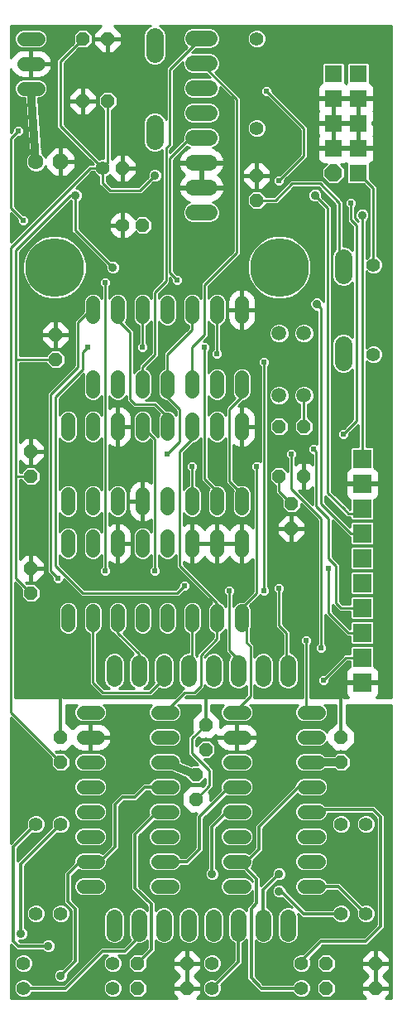
<source format=gtl>
G75*
%MOIN*%
%OFA0B0*%
%FSLAX24Y24*%
%IPPOS*%
%LPD*%
%AMOC8*
5,1,8,0,0,1.08239X$1,22.5*
%
%ADD10C,0.0560*%
%ADD11C,0.0560*%
%ADD12OC8,0.0700*%
%ADD13R,0.0700X0.0700*%
%ADD14C,0.0712*%
%ADD15OC8,0.0560*%
%ADD16C,0.0594*%
%ADD17OC8,0.0630*%
%ADD18C,0.0630*%
%ADD19C,0.0640*%
%ADD20R,0.0748X0.0748*%
%ADD21C,0.0087*%
%ADD22C,0.0238*%
%ADD23C,0.0100*%
%ADD24C,0.0356*%
%ADD25C,0.0320*%
%ADD26C,0.0120*%
%ADD27C,0.2362*%
D10*
X003720Y005367D02*
X004280Y005367D01*
X004280Y006367D02*
X003720Y006367D01*
X003720Y007367D02*
X004280Y007367D01*
X004280Y008367D02*
X003720Y008367D01*
X003720Y009367D02*
X004280Y009367D01*
X004280Y010367D02*
X003720Y010367D01*
X003720Y011367D02*
X004280Y011367D01*
X004280Y012367D02*
X003720Y012367D01*
X004100Y015887D02*
X004100Y016447D01*
X003100Y016447D02*
X003100Y015887D01*
X003100Y018887D02*
X003100Y019447D01*
X003100Y020587D02*
X003100Y021147D01*
X004100Y021147D02*
X004100Y020587D01*
X004100Y019447D02*
X004100Y018887D01*
X005100Y018887D02*
X005100Y019447D01*
X005100Y020587D02*
X005100Y021147D01*
X006100Y021147D02*
X006100Y020587D01*
X006100Y019447D02*
X006100Y018887D01*
X007100Y018887D02*
X007100Y019447D01*
X007100Y020587D02*
X007100Y021147D01*
X008100Y021147D02*
X008100Y020587D01*
X008100Y019447D02*
X008100Y018887D01*
X009100Y018887D02*
X009100Y019447D01*
X009100Y020587D02*
X009100Y021147D01*
X009100Y023587D02*
X009100Y024147D01*
X009100Y025287D02*
X009100Y025847D01*
X008100Y025847D02*
X008100Y025287D01*
X008100Y024147D02*
X008100Y023587D01*
X007100Y023587D02*
X007100Y024147D01*
X007100Y025287D02*
X007100Y025847D01*
X006100Y025847D02*
X006100Y025287D01*
X006100Y024147D02*
X006100Y023587D01*
X005100Y023587D02*
X005100Y024147D01*
X005100Y025287D02*
X005100Y025847D01*
X004100Y025847D02*
X004100Y025287D01*
X004100Y024147D02*
X004100Y023587D01*
X003100Y023587D02*
X003100Y024147D01*
X004100Y028287D02*
X004100Y028847D01*
X005100Y028847D02*
X005100Y028287D01*
X006100Y028287D02*
X006100Y028847D01*
X007100Y028847D02*
X007100Y028287D01*
X008100Y028287D02*
X008100Y028847D01*
X009100Y028847D02*
X009100Y028287D01*
X010100Y028287D02*
X010100Y028847D01*
X010100Y025847D02*
X010100Y025287D01*
X010100Y024147D02*
X010100Y023587D01*
X010100Y021147D02*
X010100Y020587D01*
X010100Y019447D02*
X010100Y018887D01*
X010100Y016447D02*
X010100Y015887D01*
X009100Y015887D02*
X009100Y016447D01*
X008100Y016447D02*
X008100Y015887D01*
X007100Y015887D02*
X007100Y016447D01*
X006100Y016447D02*
X006100Y015887D01*
X005100Y015887D02*
X005100Y016447D01*
X006720Y012367D02*
X007280Y012367D01*
X007280Y011367D02*
X006720Y011367D01*
X006720Y010367D02*
X007280Y010367D01*
X007280Y009367D02*
X006720Y009367D01*
X006720Y008367D02*
X007280Y008367D01*
X007280Y007367D02*
X006720Y007367D01*
X006720Y006367D02*
X007280Y006367D01*
X007280Y005367D02*
X006720Y005367D01*
X009620Y005367D02*
X010180Y005367D01*
X010180Y006367D02*
X009620Y006367D01*
X009620Y007367D02*
X010180Y007367D01*
X010180Y008367D02*
X009620Y008367D01*
X009620Y009367D02*
X010180Y009367D01*
X010180Y010367D02*
X009620Y010367D01*
X009620Y011367D02*
X010180Y011367D01*
X010180Y012367D02*
X009620Y012367D01*
X012620Y012367D02*
X013180Y012367D01*
X013180Y011367D02*
X012620Y011367D01*
X012620Y010367D02*
X013180Y010367D01*
X013180Y009367D02*
X012620Y009367D01*
X012620Y008367D02*
X013180Y008367D01*
X013180Y007367D02*
X012620Y007367D01*
X012620Y006367D02*
X013180Y006367D01*
X013180Y005367D02*
X012620Y005367D01*
X001880Y037467D02*
X001320Y037467D01*
X001320Y038467D02*
X001880Y038467D01*
X001880Y039467D02*
X001320Y039467D01*
D11*
X004500Y034267D03*
X005300Y031967D03*
X010700Y035864D03*
X010700Y039470D03*
X015400Y030370D03*
X015400Y026764D03*
X015100Y007870D03*
X014100Y007870D03*
X014100Y004264D03*
X015100Y004264D03*
X012503Y002267D03*
X012503Y001267D03*
X008897Y001267D03*
X008897Y002267D03*
X004903Y002267D03*
X004903Y001267D03*
X002800Y004264D03*
X001800Y004264D03*
X001297Y002267D03*
X001297Y001267D03*
X001800Y007870D03*
X002800Y007870D03*
D12*
X013800Y034067D03*
D13*
X013800Y035067D03*
X013800Y036067D03*
X013800Y037067D03*
X013800Y038067D03*
X014800Y038067D03*
X014800Y037067D03*
X014800Y036067D03*
X014800Y035067D03*
X014800Y034067D03*
D14*
X014200Y030673D02*
X014200Y029960D01*
X014200Y027173D02*
X014200Y026460D01*
X006600Y035360D02*
X006600Y036073D01*
X006600Y038860D02*
X006600Y039573D01*
D15*
X004700Y039467D03*
X003700Y039467D03*
X003700Y036967D03*
X004700Y036967D03*
X005300Y034267D03*
X006100Y031967D03*
X002600Y027567D03*
X002600Y026567D03*
X001600Y022867D03*
X001600Y021867D03*
X001600Y018167D03*
X001600Y017167D03*
X002800Y011367D03*
X002800Y010367D03*
X005900Y002267D03*
X005900Y001267D03*
X007900Y001267D03*
X007900Y002267D03*
X008250Y008867D03*
X008250Y009867D03*
X008650Y010867D03*
X008650Y011867D03*
X012100Y019767D03*
X012100Y020767D03*
X011600Y021867D03*
X011600Y023867D03*
X012600Y023867D03*
X012600Y021867D03*
X014100Y011367D03*
X014100Y010367D03*
X013500Y002267D03*
X013500Y001267D03*
X015500Y001267D03*
X015500Y002267D03*
X010700Y032967D03*
X010700Y033967D03*
D16*
X011600Y027617D03*
X012600Y027617D03*
X012600Y025117D03*
X011600Y025117D03*
D17*
X002800Y034517D03*
D18*
X001800Y034517D03*
D19*
X008139Y034481D02*
X008779Y034481D01*
X008779Y035481D02*
X008139Y035481D01*
X008139Y036481D02*
X008779Y036481D01*
X008779Y037481D02*
X008139Y037481D01*
X008139Y038481D02*
X008779Y038481D01*
X008779Y039481D02*
X008139Y039481D01*
X008139Y033481D02*
X008779Y033481D01*
X008779Y032481D02*
X008139Y032481D01*
X007959Y014348D02*
X007959Y013708D01*
X006959Y013708D02*
X006959Y014348D01*
X005959Y014348D02*
X005959Y013708D01*
X004959Y013708D02*
X004959Y014348D01*
X008959Y014348D02*
X008959Y013708D01*
X009959Y013708D02*
X009959Y014348D01*
X010959Y014348D02*
X010959Y013708D01*
X011959Y013708D02*
X011959Y014348D01*
X011959Y004112D02*
X011959Y003472D01*
X010959Y003472D02*
X010959Y004112D01*
X009959Y004112D02*
X009959Y003472D01*
X008959Y003472D02*
X008959Y004112D01*
X007959Y004112D02*
X007959Y003472D01*
X006959Y003472D02*
X006959Y004112D01*
X005959Y004112D02*
X005959Y003472D01*
X004959Y003472D02*
X004959Y004112D01*
D20*
X014955Y013567D03*
X014955Y014567D03*
X014955Y015567D03*
X014955Y016567D03*
X014955Y017567D03*
X014955Y018567D03*
X014955Y019567D03*
X014955Y020567D03*
X014955Y021567D03*
X014955Y022567D03*
D21*
X014200Y023567D02*
X014725Y024092D01*
X014725Y031967D01*
X014500Y032192D01*
X014500Y032867D01*
X012600Y034767D02*
X011600Y033767D01*
X012600Y034767D02*
X012600Y035867D01*
X011100Y037367D01*
X009900Y037040D02*
X009900Y030867D01*
X008600Y029567D01*
X008600Y027567D01*
X008100Y027067D01*
X008100Y025567D01*
X007100Y025067D02*
X007600Y024567D01*
X007600Y023267D01*
X007100Y022767D01*
X007100Y023867D02*
X007100Y024267D01*
X006600Y024767D01*
X005800Y024767D01*
X005600Y024967D01*
X005600Y027667D01*
X005100Y028167D01*
X005100Y028567D01*
X004600Y029667D02*
X004600Y018067D01*
X003700Y017167D02*
X007500Y017167D01*
X007800Y017467D01*
X007600Y018267D02*
X007600Y022867D01*
X008100Y023367D01*
X008100Y023867D01*
X008100Y022267D02*
X008100Y020867D01*
X008600Y021767D02*
X008600Y027067D01*
X009100Y026792D02*
X009100Y028567D01*
X008100Y028567D02*
X008100Y027767D01*
X007100Y026767D01*
X007100Y025567D01*
X007100Y025067D01*
X006100Y026267D02*
X006600Y026767D01*
X006600Y029267D01*
X007050Y029717D01*
X007050Y035067D01*
X007200Y035217D01*
X007200Y038222D01*
X008459Y039481D01*
X008459Y038481D02*
X009900Y037040D01*
X008459Y035481D02*
X008014Y035481D01*
X007200Y034667D01*
X007200Y030067D01*
X007500Y029767D01*
X006100Y028567D02*
X006100Y027067D01*
X006100Y026267D02*
X006100Y025567D01*
X006100Y023867D02*
X006600Y023367D01*
X006600Y018067D01*
X007600Y018267D02*
X009100Y016767D01*
X009100Y016167D01*
X009100Y015317D01*
X008450Y014667D01*
X008450Y013417D01*
X008200Y013167D01*
X007800Y013167D01*
X007000Y012367D01*
X006400Y013167D02*
X006959Y013726D01*
X006959Y014028D01*
X006400Y013167D02*
X004500Y013167D01*
X004100Y013567D01*
X004100Y016167D01*
X003700Y017167D02*
X002600Y018267D01*
X002600Y025067D01*
X003700Y026167D01*
X003700Y026867D01*
X003900Y027067D01*
X003500Y026267D02*
X003500Y028067D01*
X004000Y028567D01*
X004100Y028567D01*
X003500Y026267D02*
X002400Y025167D01*
X002400Y018067D01*
X002700Y017767D01*
X005100Y016167D02*
X005100Y015567D01*
X005959Y014708D01*
X005959Y014028D01*
X007959Y014028D02*
X008100Y014169D01*
X008100Y016167D01*
X009600Y017267D02*
X009600Y014867D01*
X010000Y014467D01*
X010000Y014069D01*
X009959Y014028D01*
X010450Y015017D02*
X010300Y015167D01*
X010300Y015967D01*
X010100Y016167D01*
X010100Y016567D01*
X010700Y017167D01*
X010700Y022267D01*
X009600Y021667D02*
X010100Y021167D01*
X010100Y020867D01*
X009600Y021667D02*
X009600Y024567D01*
X010100Y025067D01*
X010100Y025567D01*
X011000Y026467D02*
X011000Y017267D01*
X011600Y017367D02*
X011600Y015867D01*
X011900Y015567D01*
X011900Y014087D01*
X011959Y014028D01*
X012700Y015267D02*
X012700Y012367D01*
X012900Y012367D01*
X013400Y013667D02*
X014301Y014567D01*
X014955Y014567D01*
X014940Y015567D02*
X014400Y015567D01*
X013600Y016367D01*
X013600Y018167D01*
X013900Y018267D02*
X013600Y018567D01*
X013600Y020167D01*
X013100Y020667D01*
X013100Y022867D01*
X013000Y022967D01*
X012100Y022767D02*
X012100Y021367D01*
X013300Y020167D01*
X013300Y014967D01*
X014100Y016567D02*
X013900Y016767D01*
X013900Y018267D01*
X014100Y016567D02*
X014940Y016567D01*
X012100Y020767D02*
X011600Y021267D01*
X011600Y021867D01*
X009100Y021267D02*
X009100Y020867D01*
X009100Y021267D02*
X008600Y021767D01*
X010450Y015017D02*
X010450Y013017D01*
X009900Y012467D01*
X009900Y012367D01*
X001300Y032167D02*
X000800Y032667D01*
X000800Y035467D01*
X001100Y035767D01*
D22*
X001100Y035767D03*
X001150Y033192D03*
X001300Y032167D03*
X002750Y031992D03*
X004150Y031992D03*
X004600Y029667D03*
X003900Y027067D03*
X006100Y027067D03*
X007500Y029767D03*
X007750Y031092D03*
X006650Y030892D03*
X006750Y033492D03*
X005550Y035392D03*
X005050Y035992D03*
X003950Y035692D03*
X003750Y038192D03*
X002850Y039092D03*
X002350Y036492D03*
X007100Y022767D03*
X008100Y022267D03*
X006600Y018067D03*
X007800Y017467D03*
X009550Y013042D03*
X011150Y016567D03*
X011000Y017267D03*
X011600Y017367D03*
X012650Y016592D03*
X012700Y015267D03*
X013300Y014967D03*
X013400Y013667D03*
X014350Y009492D03*
X014150Y009092D03*
X014550Y009092D03*
X013600Y018167D03*
X013000Y022967D03*
X012100Y022767D03*
X010700Y022267D03*
X011000Y026467D03*
X009100Y026792D03*
X008600Y027067D03*
X008950Y030892D03*
X009650Y032992D03*
X009650Y035292D03*
X011100Y037367D03*
X011600Y033767D03*
X014500Y032867D03*
X014200Y023567D03*
X009600Y017267D03*
X008350Y005492D03*
X008150Y005092D03*
X008550Y005092D03*
X010050Y001792D03*
X004600Y018067D03*
X002700Y017767D03*
X002750Y017192D03*
X002350Y017192D03*
X002050Y009192D03*
X001850Y008792D03*
X002250Y008792D03*
D23*
X000793Y003033D02*
X000793Y000855D01*
X007506Y000855D01*
X007330Y001031D01*
X007330Y001237D01*
X007870Y001237D01*
X006290Y001237D01*
X006290Y001139D02*
X007330Y001139D01*
X007330Y001040D02*
X006225Y001040D01*
X006290Y001105D02*
X006290Y001428D01*
X006062Y001657D01*
X005738Y001657D01*
X005510Y001428D01*
X005510Y001105D01*
X005738Y000877D01*
X006062Y000877D01*
X006290Y001105D01*
X006290Y001336D02*
X007330Y001336D01*
X007330Y001297D02*
X007870Y001297D01*
X007870Y002237D01*
X007330Y002237D01*
X007330Y002031D01*
X007594Y001767D01*
X007330Y001503D01*
X007330Y001297D01*
X007330Y001434D02*
X006284Y001434D01*
X006186Y001533D02*
X007360Y001533D01*
X007458Y001631D02*
X006087Y001631D01*
X006062Y001877D02*
X006290Y002105D01*
X006290Y002416D01*
X006620Y002746D01*
X006620Y003203D01*
X006715Y003107D01*
X006874Y003042D01*
X007045Y003042D01*
X007203Y003107D01*
X007324Y003228D01*
X007389Y003386D01*
X007389Y004197D01*
X007324Y004355D01*
X007203Y004476D01*
X007045Y004542D01*
X006874Y004542D01*
X006715Y004476D01*
X006620Y004381D01*
X006620Y004712D01*
X006520Y004812D01*
X005970Y005362D01*
X005970Y007396D01*
X006577Y008004D01*
X006642Y007977D01*
X007358Y007977D01*
X007501Y008036D01*
X007611Y008146D01*
X007670Y008289D01*
X007670Y008444D01*
X007611Y008588D01*
X007501Y008697D01*
X007358Y008757D01*
X006642Y008757D01*
X006499Y008697D01*
X006389Y008588D01*
X006330Y008444D01*
X006330Y008289D01*
X006345Y008252D01*
X005630Y007537D01*
X005630Y005221D01*
X006280Y004571D01*
X006280Y004399D01*
X006203Y004476D01*
X006045Y004542D01*
X005874Y004542D01*
X005715Y004476D01*
X005595Y004355D01*
X005529Y004197D01*
X005529Y003386D01*
X005595Y003228D01*
X005608Y003215D01*
X005330Y002937D01*
X004430Y002937D01*
X002930Y001437D01*
X001649Y001437D01*
X001627Y001488D01*
X001518Y001597D01*
X001374Y001657D01*
X001219Y001657D01*
X001076Y001597D01*
X000966Y001488D01*
X000907Y001344D01*
X000907Y001189D01*
X000966Y001046D01*
X001076Y000936D01*
X001219Y000877D01*
X001374Y000877D01*
X001518Y000936D01*
X001627Y001046D01*
X001649Y001097D01*
X003070Y001097D01*
X003170Y001196D01*
X004570Y002597D01*
X004682Y002597D01*
X004573Y002488D01*
X004513Y002344D01*
X004513Y002189D01*
X004573Y002046D01*
X004682Y001936D01*
X004826Y001877D01*
X004981Y001877D01*
X005124Y001936D01*
X005234Y002046D01*
X005293Y002189D01*
X005293Y002344D01*
X005234Y002488D01*
X005125Y002597D01*
X005470Y002597D01*
X005570Y002696D01*
X005916Y003042D01*
X006045Y003042D01*
X006203Y003107D01*
X006280Y003185D01*
X006280Y002887D01*
X006050Y002657D01*
X005738Y002657D01*
X005510Y002428D01*
X005510Y002105D01*
X005738Y001877D01*
X006062Y001877D01*
X006111Y001927D02*
X007434Y001927D01*
X007335Y002025D02*
X006210Y002025D01*
X006290Y002124D02*
X007330Y002124D01*
X007330Y002222D02*
X006290Y002222D01*
X006290Y002321D02*
X007330Y002321D01*
X007330Y002297D02*
X007870Y002297D01*
X007870Y002837D01*
X007664Y002837D01*
X007330Y002503D01*
X007330Y002297D01*
X007330Y002419D02*
X006293Y002419D01*
X006391Y002518D02*
X007345Y002518D01*
X007443Y002616D02*
X006490Y002616D01*
X006588Y002715D02*
X007542Y002715D01*
X007640Y002813D02*
X006620Y002813D01*
X006620Y002912D02*
X009789Y002912D01*
X009789Y003010D02*
X006620Y003010D01*
X006620Y003109D02*
X006714Y003109D01*
X006280Y003109D02*
X006204Y003109D01*
X006280Y003010D02*
X005884Y003010D01*
X005785Y002912D02*
X006280Y002912D01*
X006206Y002813D02*
X005687Y002813D01*
X005588Y002715D02*
X006108Y002715D01*
X005698Y002616D02*
X005490Y002616D01*
X005599Y002518D02*
X005204Y002518D01*
X005262Y002419D02*
X005510Y002419D01*
X005510Y002321D02*
X005293Y002321D01*
X005293Y002222D02*
X005510Y002222D01*
X005510Y002124D02*
X005266Y002124D01*
X005213Y002025D02*
X005590Y002025D01*
X005689Y001927D02*
X005101Y001927D01*
X004981Y001657D02*
X004826Y001657D01*
X004682Y001597D01*
X004573Y001488D01*
X004513Y001344D01*
X004513Y001189D01*
X004573Y001046D01*
X004682Y000936D01*
X004826Y000877D01*
X004981Y000877D01*
X005124Y000936D01*
X005234Y001046D01*
X005293Y001189D01*
X005293Y001344D01*
X005234Y001488D01*
X005124Y001597D01*
X004981Y001657D01*
X005042Y001631D02*
X005713Y001631D01*
X005614Y001533D02*
X005189Y001533D01*
X005256Y001434D02*
X005516Y001434D01*
X005510Y001336D02*
X005293Y001336D01*
X005293Y001237D02*
X005510Y001237D01*
X005510Y001139D02*
X005272Y001139D01*
X005228Y001040D02*
X005575Y001040D01*
X005674Y000942D02*
X005130Y000942D01*
X004677Y000942D02*
X001523Y000942D01*
X001622Y001040D02*
X004578Y001040D01*
X004534Y001139D02*
X003112Y001139D01*
X003211Y001237D02*
X004513Y001237D01*
X004513Y001336D02*
X003309Y001336D01*
X003408Y001434D02*
X004550Y001434D01*
X004618Y001533D02*
X003506Y001533D01*
X003605Y001631D02*
X004764Y001631D01*
X004705Y001927D02*
X003900Y001927D01*
X003999Y002025D02*
X004593Y002025D01*
X004540Y002124D02*
X004097Y002124D01*
X004196Y002222D02*
X004513Y002222D01*
X004513Y002321D02*
X004294Y002321D01*
X004393Y002419D02*
X004544Y002419D01*
X004491Y002518D02*
X004603Y002518D01*
X004306Y002813D02*
X003570Y002813D01*
X003570Y002715D02*
X004208Y002715D01*
X004109Y002616D02*
X003570Y002616D01*
X003570Y002518D02*
X004011Y002518D01*
X003912Y002419D02*
X003570Y002419D01*
X003570Y002321D02*
X003814Y002321D01*
X003715Y002222D02*
X003496Y002222D01*
X003470Y002197D02*
X003570Y002296D01*
X003570Y004537D01*
X003270Y004837D01*
X003270Y005796D01*
X003507Y006033D01*
X003642Y005977D01*
X004358Y005977D01*
X004501Y006036D01*
X004611Y006146D01*
X004670Y006289D01*
X004670Y006396D01*
X005070Y006797D01*
X005170Y006896D01*
X005170Y008596D01*
X005370Y008797D01*
X005870Y008797D01*
X006270Y009197D01*
X006368Y009197D01*
X006389Y009146D01*
X006499Y009036D01*
X006642Y008977D01*
X007358Y008977D01*
X007501Y009036D01*
X007611Y009146D01*
X007670Y009289D01*
X007670Y009444D01*
X007611Y009588D01*
X007501Y009697D01*
X007358Y009757D01*
X006642Y009757D01*
X006499Y009697D01*
X006389Y009588D01*
X006368Y009537D01*
X006130Y009537D01*
X006030Y009437D01*
X005730Y009137D01*
X005230Y009137D01*
X005130Y009037D01*
X004830Y008737D01*
X004830Y007037D01*
X004493Y006700D01*
X004358Y006757D01*
X003642Y006757D01*
X003499Y006697D01*
X003389Y006588D01*
X003330Y006444D01*
X003330Y006337D01*
X002930Y005937D01*
X002930Y004696D01*
X003030Y004597D01*
X003230Y004396D01*
X003230Y002437D01*
X002848Y002055D01*
X002743Y002055D01*
X002637Y002011D01*
X002556Y001930D01*
X002512Y001824D01*
X002512Y001709D01*
X002556Y001603D01*
X002637Y001522D01*
X002743Y001479D01*
X002857Y001479D01*
X002963Y001522D01*
X003044Y001603D01*
X003088Y001709D01*
X003088Y001814D01*
X003470Y002197D01*
X003397Y002124D02*
X003617Y002124D01*
X003518Y002025D02*
X003299Y002025D01*
X003200Y001927D02*
X003420Y001927D01*
X003321Y001828D02*
X003102Y001828D01*
X003088Y001730D02*
X003223Y001730D01*
X003124Y001631D02*
X003056Y001631D01*
X003026Y001533D02*
X002973Y001533D01*
X002671Y002025D02*
X001607Y002025D01*
X001627Y002046D02*
X001687Y002189D01*
X001687Y002344D01*
X001627Y002488D01*
X001518Y002597D01*
X001374Y002657D01*
X001219Y002657D01*
X001076Y002597D01*
X000966Y002488D01*
X000907Y002344D01*
X000907Y002189D01*
X000966Y002046D01*
X001076Y001936D01*
X001219Y001877D01*
X001374Y001877D01*
X001518Y001936D01*
X001627Y002046D01*
X001660Y002124D02*
X002917Y002124D01*
X003015Y002222D02*
X001687Y002222D01*
X001687Y002321D02*
X003114Y002321D01*
X003212Y002419D02*
X001656Y002419D01*
X001597Y002518D02*
X003230Y002518D01*
X003230Y002616D02*
X001472Y002616D01*
X001170Y003137D02*
X001119Y003189D01*
X001143Y003179D01*
X001257Y003179D01*
X001363Y003222D01*
X001444Y003303D01*
X001488Y003409D01*
X001488Y003524D01*
X001444Y003630D01*
X001370Y003704D01*
X001370Y006199D01*
X002672Y007501D01*
X002722Y007480D01*
X002878Y007480D01*
X003021Y007539D01*
X003131Y007649D01*
X003190Y007792D01*
X003190Y007947D01*
X003131Y008091D01*
X003021Y008200D01*
X002878Y008260D01*
X002722Y008260D01*
X002579Y008200D01*
X002469Y008091D01*
X002410Y007947D01*
X002410Y007792D01*
X002431Y007741D01*
X001070Y006380D01*
X001070Y006899D01*
X001672Y007501D01*
X001722Y007480D01*
X001878Y007480D01*
X002021Y007539D01*
X002131Y007649D01*
X002190Y007792D01*
X002190Y007947D01*
X002131Y008091D01*
X002021Y008200D01*
X001878Y008260D01*
X001722Y008260D01*
X001579Y008200D01*
X001469Y008091D01*
X001410Y007947D01*
X001410Y007792D01*
X001431Y007741D01*
X000793Y007104D01*
X000793Y012147D01*
X002411Y010529D01*
X002410Y010528D01*
X002410Y010205D01*
X002638Y009977D01*
X002962Y009977D01*
X003190Y010205D01*
X003190Y010528D01*
X002962Y010757D01*
X002638Y010757D01*
X002637Y010756D01*
X002596Y010797D01*
X002770Y010797D01*
X002770Y010810D01*
X002830Y010803D01*
X002830Y010797D01*
X003036Y010797D01*
X003264Y011025D01*
X003285Y010995D01*
X003349Y010932D01*
X003421Y010879D01*
X003501Y010838D01*
X003587Y010811D01*
X003675Y010797D01*
X003970Y010797D01*
X003970Y011337D01*
X004030Y011337D01*
X004030Y011397D01*
X003970Y011397D01*
X003970Y011937D01*
X003675Y011937D01*
X003587Y011923D01*
X003501Y011895D01*
X003421Y011854D01*
X003349Y011801D01*
X003285Y011738D01*
X003264Y011709D01*
X003036Y011937D01*
X003010Y011937D01*
X003010Y012667D01*
X003468Y012667D01*
X003389Y012588D01*
X003330Y012444D01*
X003330Y012289D01*
X003389Y012146D01*
X003499Y012036D01*
X003642Y011977D01*
X004358Y011977D01*
X004501Y012036D01*
X004611Y012146D01*
X004670Y012289D01*
X004670Y012444D01*
X004611Y012588D01*
X004532Y012667D01*
X006468Y012667D01*
X006389Y012588D01*
X006330Y012444D01*
X006330Y012289D01*
X006389Y012146D01*
X006499Y012036D01*
X006642Y011977D01*
X007358Y011977D01*
X007501Y012036D01*
X007611Y012146D01*
X007670Y012289D01*
X007670Y012444D01*
X007611Y012588D01*
X007532Y012667D01*
X008440Y012667D01*
X008440Y012437D01*
X008414Y012437D01*
X008228Y012251D01*
X008222Y012246D01*
X008219Y012242D01*
X008080Y012103D01*
X008080Y011897D01*
X008094Y011897D01*
X008094Y011837D01*
X008080Y011837D01*
X008080Y011631D01*
X008128Y011582D01*
X008030Y011485D01*
X007932Y011386D01*
X007932Y010647D01*
X008322Y010257D01*
X008088Y010257D01*
X008064Y010232D01*
X007670Y010389D01*
X007670Y010444D01*
X007611Y010588D01*
X007501Y010697D01*
X007358Y010757D01*
X006642Y010757D01*
X006499Y010697D01*
X006389Y010588D01*
X006330Y010444D01*
X006330Y010289D01*
X006389Y010146D01*
X006499Y010036D01*
X006642Y009977D01*
X007248Y009977D01*
X007860Y009732D01*
X007860Y009705D01*
X008088Y009477D01*
X008412Y009477D01*
X008632Y009697D01*
X008632Y009486D01*
X008534Y009389D01*
X008486Y009437D01*
X008280Y009437D01*
X008280Y009430D01*
X008220Y009423D01*
X008220Y009437D01*
X008014Y009437D01*
X007828Y009251D01*
X007822Y009246D01*
X007819Y009242D01*
X007680Y009103D01*
X007680Y008897D01*
X007694Y008897D01*
X007694Y008837D01*
X007680Y008837D01*
X007680Y008631D01*
X007819Y008491D01*
X007822Y008487D01*
X007828Y008483D01*
X008014Y008297D01*
X008220Y008297D01*
X008220Y008310D01*
X008280Y008303D01*
X008280Y008297D01*
X008290Y008297D01*
X008230Y008237D01*
X008230Y006937D01*
X007830Y006537D01*
X007632Y006537D01*
X007611Y006588D01*
X007501Y006697D01*
X007358Y006757D01*
X006642Y006757D01*
X006499Y006697D01*
X006389Y006588D01*
X006330Y006444D01*
X006330Y006289D01*
X006389Y006146D01*
X006499Y006036D01*
X006642Y005977D01*
X007358Y005977D01*
X007501Y006036D01*
X007611Y006146D01*
X007632Y006197D01*
X007970Y006197D01*
X008070Y006296D01*
X008570Y006796D01*
X008570Y008096D01*
X009477Y009004D01*
X009542Y008977D01*
X010258Y008977D01*
X010401Y009036D01*
X010511Y009146D01*
X010570Y009289D01*
X010570Y009444D01*
X010511Y009588D01*
X010401Y009697D01*
X010258Y009757D01*
X009542Y009757D01*
X009399Y009697D01*
X009289Y009588D01*
X009230Y009444D01*
X009230Y009289D01*
X009245Y009252D01*
X008820Y008827D01*
X008820Y008837D01*
X008815Y008837D01*
X008822Y008867D01*
X008815Y008897D01*
X008820Y008897D01*
X008820Y009103D01*
X008772Y009151D01*
X008968Y009347D01*
X008968Y010086D01*
X008870Y010185D01*
X008578Y010477D01*
X008812Y010477D01*
X009040Y010705D01*
X009040Y011028D01*
X008812Y011257D01*
X008488Y011257D01*
X008268Y011036D01*
X008268Y011247D01*
X008366Y011345D01*
X008414Y011297D01*
X008620Y011297D01*
X008620Y011310D01*
X008680Y011303D01*
X008680Y011297D01*
X008886Y011297D01*
X009059Y011470D01*
X009050Y011412D01*
X009050Y011397D01*
X009870Y011397D01*
X009870Y011937D01*
X009575Y011937D01*
X009487Y011923D01*
X009401Y011895D01*
X009321Y011854D01*
X009249Y011801D01*
X009220Y011773D01*
X009220Y011837D01*
X009215Y011837D01*
X009222Y011867D01*
X009215Y011897D01*
X009220Y011897D01*
X009220Y012103D01*
X008886Y012437D01*
X008860Y012437D01*
X008860Y012667D01*
X009368Y012667D01*
X009289Y012588D01*
X009230Y012444D01*
X009230Y012289D01*
X009289Y012146D01*
X009399Y012036D01*
X009542Y011977D01*
X010258Y011977D01*
X010401Y012036D01*
X010511Y012146D01*
X010570Y012289D01*
X010570Y012444D01*
X010511Y012588D01*
X010432Y012667D01*
X012368Y012667D01*
X012289Y012588D01*
X012230Y012444D01*
X012230Y012289D01*
X012289Y012146D01*
X012399Y012036D01*
X012542Y011977D01*
X013258Y011977D01*
X013401Y012036D01*
X013511Y012146D01*
X013570Y012289D01*
X013570Y012444D01*
X013511Y012588D01*
X013432Y012667D01*
X013890Y012667D01*
X013890Y011937D01*
X013864Y011937D01*
X013678Y011751D01*
X013672Y011746D01*
X013669Y011742D01*
X013530Y011603D01*
X013530Y011541D01*
X013511Y011588D01*
X013401Y011697D01*
X013258Y011757D01*
X012542Y011757D01*
X012399Y011697D01*
X012289Y011588D01*
X012230Y011444D01*
X012230Y011289D01*
X012289Y011146D01*
X012399Y011036D01*
X012542Y010977D01*
X013258Y010977D01*
X013401Y011036D01*
X013511Y011146D01*
X013530Y011193D01*
X013530Y011131D01*
X013669Y010991D01*
X013672Y010987D01*
X013678Y010983D01*
X013864Y010797D01*
X014070Y010797D01*
X014070Y010810D01*
X014130Y010803D01*
X014130Y010797D01*
X014336Y010797D01*
X014670Y011131D01*
X014670Y011337D01*
X014665Y011337D01*
X014672Y011367D01*
X014665Y011397D01*
X014670Y011397D01*
X014670Y011603D01*
X014336Y011937D01*
X014310Y011937D01*
X014310Y012667D01*
X016125Y012667D01*
X016125Y000855D01*
X015894Y000855D01*
X016070Y001031D01*
X016070Y001237D01*
X015530Y001237D01*
X016125Y001237D01*
X016070Y001297D02*
X016070Y001503D01*
X015806Y001767D01*
X016070Y002031D01*
X016070Y002237D01*
X015530Y002237D01*
X015530Y002297D01*
X015470Y002297D01*
X015470Y002837D01*
X015264Y002837D01*
X014930Y002503D01*
X014930Y002297D01*
X015470Y002297D01*
X015470Y002237D01*
X014930Y002237D01*
X014930Y002031D01*
X015194Y001767D01*
X014930Y001503D01*
X014930Y001297D01*
X015470Y001297D01*
X015470Y002237D01*
X015530Y002237D01*
X015530Y001837D01*
X015530Y001297D01*
X015470Y001297D01*
X015470Y001237D01*
X013890Y001237D01*
X013890Y001139D02*
X014930Y001139D01*
X014930Y001237D02*
X014930Y001031D01*
X015106Y000855D01*
X008294Y000855D01*
X008470Y001031D01*
X008470Y001237D01*
X007930Y001237D01*
X008507Y001237D01*
X008507Y001189D02*
X008566Y001046D01*
X008676Y000936D01*
X008819Y000877D01*
X008974Y000877D01*
X009118Y000936D01*
X009227Y001046D01*
X009287Y001189D01*
X009287Y001344D01*
X009266Y001395D01*
X010029Y002159D01*
X010129Y002258D01*
X010129Y003077D01*
X010203Y003107D01*
X010305Y003210D01*
X010305Y001621D01*
X010730Y001196D01*
X010830Y001097D01*
X012151Y001097D01*
X012173Y001046D01*
X012282Y000936D01*
X012426Y000877D01*
X012581Y000877D01*
X012724Y000936D01*
X012834Y001046D01*
X012893Y001189D01*
X012893Y001344D01*
X012834Y001488D01*
X012724Y001597D01*
X012581Y001657D01*
X012426Y001657D01*
X012282Y001597D01*
X012173Y001488D01*
X012151Y001437D01*
X010970Y001437D01*
X010645Y001762D01*
X010645Y003178D01*
X010715Y003107D01*
X010874Y003042D01*
X011045Y003042D01*
X011203Y003107D01*
X011324Y003228D01*
X011389Y003386D01*
X011389Y004197D01*
X011324Y004355D01*
X011203Y004476D01*
X011129Y004507D01*
X011129Y005155D01*
X011552Y005579D01*
X011657Y005579D01*
X011763Y005622D01*
X011844Y005703D01*
X011888Y005809D01*
X011888Y005924D01*
X011844Y006030D01*
X011763Y006111D01*
X011657Y006155D01*
X011543Y006155D01*
X011437Y006111D01*
X011356Y006030D01*
X011312Y005924D01*
X011312Y005819D01*
X010870Y005377D01*
X010870Y005737D01*
X010770Y005837D01*
X010486Y006121D01*
X010511Y006146D01*
X010570Y006289D01*
X010570Y006396D01*
X010870Y006697D01*
X010970Y006796D01*
X010970Y007696D01*
X012354Y009081D01*
X012399Y009036D01*
X012542Y008977D01*
X013258Y008977D01*
X013401Y009036D01*
X013511Y009146D01*
X013570Y009289D01*
X013570Y009444D01*
X013511Y009588D01*
X013401Y009697D01*
X013258Y009757D01*
X012542Y009757D01*
X012399Y009697D01*
X012289Y009588D01*
X012230Y009444D01*
X012230Y009437D01*
X010630Y007837D01*
X010630Y006937D01*
X010393Y006700D01*
X010258Y006757D01*
X009542Y006757D01*
X009399Y006697D01*
X009289Y006588D01*
X009230Y006444D01*
X009230Y006289D01*
X009289Y006146D01*
X009399Y006036D01*
X009542Y005977D01*
X010150Y005977D01*
X010530Y005596D01*
X010530Y005541D01*
X010511Y005588D01*
X010401Y005697D01*
X010258Y005757D01*
X009542Y005757D01*
X009399Y005697D01*
X009289Y005588D01*
X009230Y005444D01*
X009230Y005289D01*
X009289Y005146D01*
X009399Y005036D01*
X009542Y004977D01*
X010258Y004977D01*
X010401Y005036D01*
X010511Y005146D01*
X010530Y005193D01*
X010530Y004762D01*
X010405Y004637D01*
X010305Y004537D01*
X010305Y004374D01*
X010203Y004476D01*
X010045Y004542D01*
X009874Y004542D01*
X009715Y004476D01*
X009595Y004355D01*
X009529Y004197D01*
X009529Y003386D01*
X009595Y003228D01*
X009715Y003107D01*
X009789Y003077D01*
X009789Y002399D01*
X009025Y001636D01*
X008974Y001657D01*
X008819Y001657D01*
X008676Y001597D01*
X008566Y001488D01*
X008507Y001344D01*
X008507Y001189D01*
X008528Y001139D02*
X008470Y001139D01*
X008470Y001040D02*
X008572Y001040D01*
X008670Y000942D02*
X008381Y000942D01*
X008470Y001297D02*
X008470Y001503D01*
X008206Y001767D01*
X008470Y002031D01*
X008470Y002237D01*
X007930Y002237D01*
X007930Y002297D01*
X007870Y002297D01*
X007870Y002237D01*
X007930Y002237D01*
X007930Y001697D01*
X007930Y001297D01*
X007870Y001297D01*
X007870Y001237D01*
X007930Y001237D02*
X007930Y001297D01*
X008470Y001297D01*
X008470Y001336D02*
X008507Y001336D01*
X008470Y001434D02*
X008544Y001434D01*
X008611Y001533D02*
X008440Y001533D01*
X008342Y001631D02*
X008758Y001631D01*
X008819Y001877D02*
X008676Y001936D01*
X008566Y002046D01*
X008507Y002189D01*
X008507Y002344D01*
X008566Y002488D01*
X008676Y002597D01*
X008819Y002657D01*
X008974Y002657D01*
X009118Y002597D01*
X009227Y002488D01*
X009287Y002344D01*
X009287Y002189D01*
X009227Y002046D01*
X009118Y001936D01*
X008974Y001877D01*
X008819Y001877D01*
X008699Y001927D02*
X008366Y001927D01*
X008465Y002025D02*
X008587Y002025D01*
X008534Y002124D02*
X008470Y002124D01*
X008470Y002222D02*
X008507Y002222D01*
X008470Y002297D02*
X008470Y002503D01*
X008136Y002837D01*
X007930Y002837D01*
X007930Y002297D01*
X008470Y002297D01*
X008470Y002321D02*
X008507Y002321D01*
X008538Y002419D02*
X008470Y002419D01*
X008455Y002518D02*
X008596Y002518D01*
X008721Y002616D02*
X008357Y002616D01*
X008258Y002715D02*
X009789Y002715D01*
X009789Y002813D02*
X008160Y002813D01*
X008045Y003042D02*
X008203Y003107D01*
X008324Y003228D01*
X008389Y003386D01*
X008389Y004197D01*
X008324Y004355D01*
X008203Y004476D01*
X008045Y004542D01*
X007874Y004542D01*
X007715Y004476D01*
X007595Y004355D01*
X007529Y004197D01*
X007529Y003386D01*
X007595Y003228D01*
X007715Y003107D01*
X007874Y003042D01*
X008045Y003042D01*
X008204Y003109D02*
X008714Y003109D01*
X008715Y003107D02*
X008874Y003042D01*
X009045Y003042D01*
X009203Y003107D01*
X009324Y003228D01*
X009389Y003386D01*
X009389Y004197D01*
X009324Y004355D01*
X009203Y004476D01*
X009045Y004542D01*
X008874Y004542D01*
X008715Y004476D01*
X008595Y004355D01*
X008529Y004197D01*
X008529Y003386D01*
X008595Y003228D01*
X008715Y003107D01*
X008616Y003207D02*
X008302Y003207D01*
X008356Y003306D02*
X008562Y003306D01*
X008529Y003404D02*
X008389Y003404D01*
X008389Y003503D02*
X008529Y003503D01*
X008529Y003601D02*
X008389Y003601D01*
X008389Y003700D02*
X008529Y003700D01*
X008529Y003798D02*
X008389Y003798D01*
X008389Y003897D02*
X008529Y003897D01*
X008529Y003995D02*
X008389Y003995D01*
X008389Y004094D02*
X008529Y004094D01*
X008529Y004192D02*
X008389Y004192D01*
X008350Y004291D02*
X008568Y004291D01*
X008628Y004389D02*
X008290Y004389D01*
X008176Y004488D02*
X008743Y004488D01*
X009176Y004488D02*
X009743Y004488D01*
X009628Y004389D02*
X009290Y004389D01*
X009350Y004291D02*
X009568Y004291D01*
X009529Y004192D02*
X009389Y004192D01*
X009389Y004094D02*
X009529Y004094D01*
X009529Y003995D02*
X009389Y003995D01*
X009389Y003897D02*
X009529Y003897D01*
X009529Y003798D02*
X009389Y003798D01*
X009389Y003700D02*
X009529Y003700D01*
X009529Y003601D02*
X009389Y003601D01*
X009389Y003503D02*
X009529Y003503D01*
X009529Y003404D02*
X009389Y003404D01*
X009356Y003306D02*
X009562Y003306D01*
X009616Y003207D02*
X009302Y003207D01*
X009204Y003109D02*
X009714Y003109D01*
X009789Y002616D02*
X009072Y002616D01*
X009197Y002518D02*
X009789Y002518D01*
X009789Y002419D02*
X009256Y002419D01*
X009287Y002321D02*
X009710Y002321D01*
X009612Y002222D02*
X009287Y002222D01*
X009260Y002124D02*
X009513Y002124D01*
X009415Y002025D02*
X009207Y002025D01*
X009316Y001927D02*
X009095Y001927D01*
X009218Y001828D02*
X008268Y001828D01*
X008243Y001730D02*
X009119Y001730D01*
X009403Y001533D02*
X010394Y001533D01*
X010305Y001631D02*
X009502Y001631D01*
X009600Y001730D02*
X010305Y001730D01*
X010305Y001828D02*
X009699Y001828D01*
X009797Y001927D02*
X010305Y001927D01*
X010305Y002025D02*
X009896Y002025D01*
X009994Y002124D02*
X010305Y002124D01*
X010305Y002222D02*
X010093Y002222D01*
X010129Y002321D02*
X010305Y002321D01*
X010305Y002419D02*
X010129Y002419D01*
X010129Y002518D02*
X010305Y002518D01*
X010305Y002616D02*
X010129Y002616D01*
X010129Y002715D02*
X010305Y002715D01*
X010305Y002813D02*
X010129Y002813D01*
X010129Y002912D02*
X010305Y002912D01*
X010305Y003010D02*
X010129Y003010D01*
X010204Y003109D02*
X010305Y003109D01*
X010302Y003207D02*
X010305Y003207D01*
X010645Y003109D02*
X010714Y003109D01*
X010645Y003010D02*
X012903Y003010D01*
X012805Y002912D02*
X010645Y002912D01*
X010645Y002813D02*
X012706Y002813D01*
X012608Y002715D02*
X010645Y002715D01*
X010645Y002616D02*
X012328Y002616D01*
X012282Y002597D02*
X012173Y002488D01*
X012113Y002344D01*
X012113Y002189D01*
X012173Y002046D01*
X012282Y001936D01*
X012426Y001877D01*
X012581Y001877D01*
X012724Y001936D01*
X012834Y002046D01*
X012893Y002189D01*
X012893Y002344D01*
X012842Y002468D01*
X013370Y002997D01*
X015170Y002997D01*
X015770Y003597D01*
X015870Y003696D01*
X015870Y008237D01*
X015570Y008537D01*
X015470Y008637D01*
X013462Y008637D01*
X013401Y008697D01*
X013258Y008757D01*
X012542Y008757D01*
X012399Y008697D01*
X012289Y008588D01*
X012230Y008444D01*
X012230Y008289D01*
X012289Y008146D01*
X012399Y008036D01*
X012542Y007977D01*
X013258Y007977D01*
X013401Y008036D01*
X013511Y008146D01*
X013570Y008289D01*
X013570Y008297D01*
X015330Y008297D01*
X015530Y008096D01*
X015530Y003837D01*
X015030Y003337D01*
X013230Y003337D01*
X013130Y003237D01*
X012550Y002657D01*
X012426Y002657D01*
X012282Y002597D01*
X012203Y002518D02*
X010645Y002518D01*
X010645Y002419D02*
X012144Y002419D01*
X012113Y002321D02*
X010645Y002321D01*
X010645Y002222D02*
X012113Y002222D01*
X012140Y002124D02*
X010645Y002124D01*
X010645Y002025D02*
X012193Y002025D01*
X012305Y001927D02*
X010645Y001927D01*
X010645Y001828D02*
X015132Y001828D01*
X015157Y001730D02*
X010677Y001730D01*
X010776Y001631D02*
X012364Y001631D01*
X012218Y001533D02*
X010874Y001533D01*
X010689Y001237D02*
X009287Y001237D01*
X009287Y001336D02*
X010591Y001336D01*
X010492Y001434D02*
X009305Y001434D01*
X009266Y001139D02*
X010788Y001139D01*
X011204Y003109D02*
X011714Y003109D01*
X011715Y003107D02*
X011874Y003042D01*
X012045Y003042D01*
X012203Y003107D01*
X012324Y003228D01*
X012389Y003386D01*
X012389Y004197D01*
X012361Y004265D01*
X012533Y004094D01*
X012389Y004094D01*
X012389Y004192D02*
X012434Y004192D01*
X012533Y004094D02*
X013748Y004094D01*
X013769Y004043D01*
X013879Y003933D01*
X014022Y003874D01*
X014178Y003874D01*
X014321Y003933D01*
X014431Y004043D01*
X014490Y004186D01*
X014490Y004341D01*
X014431Y004484D01*
X014321Y004594D01*
X014178Y004654D01*
X014022Y004654D01*
X013879Y004594D01*
X013769Y004484D01*
X013748Y004434D01*
X012674Y004434D01*
X011888Y005219D01*
X011888Y005224D01*
X011844Y005330D01*
X011763Y005411D01*
X011657Y005455D01*
X011543Y005455D01*
X011437Y005411D01*
X011356Y005330D01*
X011312Y005224D01*
X011312Y005109D01*
X011356Y005003D01*
X011437Y004922D01*
X011543Y004879D01*
X011657Y004879D01*
X011721Y004905D01*
X012113Y004514D01*
X012045Y004542D01*
X011874Y004542D01*
X011715Y004476D01*
X011595Y004355D01*
X011529Y004197D01*
X011529Y003386D01*
X011595Y003228D01*
X011715Y003107D01*
X011616Y003207D02*
X011302Y003207D01*
X011356Y003306D02*
X011562Y003306D01*
X011529Y003404D02*
X011389Y003404D01*
X011389Y003503D02*
X011529Y003503D01*
X011529Y003601D02*
X011389Y003601D01*
X011389Y003700D02*
X011529Y003700D01*
X011529Y003798D02*
X011389Y003798D01*
X011389Y003897D02*
X011529Y003897D01*
X011529Y003995D02*
X011389Y003995D01*
X011389Y004094D02*
X011529Y004094D01*
X011529Y004192D02*
X011389Y004192D01*
X011350Y004291D02*
X011568Y004291D01*
X011628Y004389D02*
X011290Y004389D01*
X011176Y004488D02*
X011743Y004488D01*
X011843Y004783D02*
X011129Y004783D01*
X011129Y004685D02*
X011942Y004685D01*
X012040Y004586D02*
X011129Y004586D01*
X011129Y004882D02*
X011535Y004882D01*
X011665Y004882D02*
X011745Y004882D01*
X011867Y005276D02*
X012236Y005276D01*
X012230Y005289D02*
X012289Y005146D01*
X012399Y005036D01*
X012542Y004977D01*
X013258Y004977D01*
X013401Y005036D01*
X013511Y005146D01*
X013532Y005197D01*
X013926Y005197D01*
X014731Y004392D01*
X014710Y004341D01*
X014710Y004186D01*
X014769Y004043D01*
X014879Y003933D01*
X015022Y003874D01*
X015178Y003874D01*
X015321Y003933D01*
X015431Y004043D01*
X015490Y004186D01*
X015490Y004341D01*
X015431Y004484D01*
X015321Y004594D01*
X015178Y004654D01*
X015022Y004654D01*
X014972Y004632D01*
X014067Y005537D01*
X013532Y005537D01*
X013511Y005588D01*
X013401Y005697D01*
X013258Y005757D01*
X012542Y005757D01*
X012399Y005697D01*
X012289Y005588D01*
X012230Y005444D01*
X012230Y005289D01*
X012230Y005374D02*
X011800Y005374D01*
X011930Y005177D02*
X012276Y005177D01*
X012356Y005079D02*
X012028Y005079D01*
X012127Y004980D02*
X012534Y004980D01*
X012324Y004783D02*
X014340Y004783D01*
X014438Y004685D02*
X012422Y004685D01*
X012521Y004586D02*
X013871Y004586D01*
X013773Y004488D02*
X012619Y004488D01*
X012389Y003995D02*
X013817Y003995D01*
X013967Y003897D02*
X012389Y003897D01*
X012389Y003798D02*
X015491Y003798D01*
X015530Y003897D02*
X015233Y003897D01*
X015383Y003995D02*
X015530Y003995D01*
X015530Y004094D02*
X015452Y004094D01*
X015490Y004192D02*
X015530Y004192D01*
X015530Y004291D02*
X015490Y004291D01*
X015470Y004389D02*
X015530Y004389D01*
X015530Y004488D02*
X015427Y004488D01*
X015329Y004586D02*
X015530Y004586D01*
X015530Y004685D02*
X014919Y004685D01*
X014821Y004783D02*
X015530Y004783D01*
X015530Y004882D02*
X014722Y004882D01*
X014624Y004980D02*
X015530Y004980D01*
X015530Y005079D02*
X014525Y005079D01*
X014427Y005177D02*
X015530Y005177D01*
X015530Y005276D02*
X014328Y005276D01*
X014230Y005374D02*
X015530Y005374D01*
X015530Y005473D02*
X014131Y005473D01*
X013946Y005177D02*
X013524Y005177D01*
X013444Y005079D02*
X014044Y005079D01*
X014143Y004980D02*
X013266Y004980D01*
X013517Y005571D02*
X015530Y005571D01*
X015530Y005670D02*
X013429Y005670D01*
X013258Y005977D02*
X013401Y006036D01*
X013511Y006146D01*
X013570Y006289D01*
X013570Y006444D01*
X013511Y006588D01*
X013401Y006697D01*
X013258Y006757D01*
X012542Y006757D01*
X012399Y006697D01*
X012289Y006588D01*
X012230Y006444D01*
X012230Y006289D01*
X012289Y006146D01*
X012399Y006036D01*
X012542Y005977D01*
X013258Y005977D01*
X013429Y006064D02*
X015530Y006064D01*
X015530Y006162D02*
X013517Y006162D01*
X013558Y006261D02*
X015530Y006261D01*
X015530Y006359D02*
X013570Y006359D01*
X013564Y006458D02*
X015530Y006458D01*
X015530Y006556D02*
X013524Y006556D01*
X013444Y006655D02*
X015530Y006655D01*
X015530Y006753D02*
X013266Y006753D01*
X013258Y006977D02*
X013401Y007036D01*
X013511Y007146D01*
X013570Y007289D01*
X013570Y007444D01*
X013511Y007588D01*
X013401Y007697D01*
X013258Y007757D01*
X012542Y007757D01*
X012399Y007697D01*
X012289Y007588D01*
X012230Y007444D01*
X012230Y007289D01*
X012289Y007146D01*
X012399Y007036D01*
X012542Y006977D01*
X013258Y006977D01*
X013414Y007049D02*
X015530Y007049D01*
X015530Y007147D02*
X013511Y007147D01*
X013552Y007246D02*
X015530Y007246D01*
X015530Y007344D02*
X013570Y007344D01*
X013570Y007443D02*
X015530Y007443D01*
X015530Y007541D02*
X015323Y007541D01*
X015321Y007539D02*
X015431Y007649D01*
X015490Y007792D01*
X015490Y007947D01*
X015431Y008091D01*
X015321Y008200D01*
X015178Y008260D01*
X015022Y008260D01*
X014879Y008200D01*
X014769Y008091D01*
X014710Y007947D01*
X014710Y007792D01*
X014769Y007649D01*
X014879Y007539D01*
X015022Y007480D01*
X015178Y007480D01*
X015321Y007539D01*
X015421Y007640D02*
X015530Y007640D01*
X015530Y007738D02*
X015468Y007738D01*
X015490Y007837D02*
X015530Y007837D01*
X015530Y007935D02*
X015490Y007935D01*
X015454Y008034D02*
X015530Y008034D01*
X015494Y008132D02*
X015389Y008132D01*
X015396Y008231D02*
X015248Y008231D01*
X015482Y008625D02*
X016125Y008625D01*
X016125Y008723D02*
X013339Y008723D01*
X013359Y009019D02*
X016125Y009019D01*
X016125Y009117D02*
X013482Y009117D01*
X013540Y009216D02*
X016125Y009216D01*
X016125Y009314D02*
X013570Y009314D01*
X013570Y009413D02*
X016125Y009413D01*
X016125Y009511D02*
X013542Y009511D01*
X013489Y009610D02*
X016125Y009610D01*
X016125Y009708D02*
X013375Y009708D01*
X013258Y009977D02*
X013401Y010036D01*
X013462Y010097D01*
X013818Y010097D01*
X013938Y009977D01*
X014262Y009977D01*
X014490Y010205D01*
X014490Y010528D01*
X014262Y010757D01*
X013938Y010757D01*
X013818Y010637D01*
X013462Y010637D01*
X013401Y010697D01*
X013258Y010757D01*
X012542Y010757D01*
X012399Y010697D01*
X012289Y010588D01*
X012230Y010444D01*
X012230Y010289D01*
X012289Y010146D01*
X012399Y010036D01*
X012542Y009977D01*
X013258Y009977D01*
X013323Y010004D02*
X013911Y010004D01*
X014289Y010004D02*
X016125Y010004D01*
X016125Y010102D02*
X014387Y010102D01*
X014486Y010201D02*
X016125Y010201D01*
X016125Y010299D02*
X014490Y010299D01*
X014490Y010398D02*
X016125Y010398D01*
X016125Y010496D02*
X014490Y010496D01*
X014424Y010595D02*
X016125Y010595D01*
X016125Y010693D02*
X014325Y010693D01*
X014430Y010890D02*
X016125Y010890D01*
X016125Y010792D02*
X009040Y010792D01*
X009040Y010890D02*
X009306Y010890D01*
X009321Y010879D02*
X009401Y010838D01*
X009487Y010811D01*
X009575Y010797D01*
X009870Y010797D01*
X009870Y011337D01*
X009050Y011337D01*
X009050Y011322D01*
X009064Y011233D01*
X009092Y011148D01*
X009132Y011068D01*
X009185Y010995D01*
X009249Y010932D01*
X009321Y010879D01*
X009192Y010989D02*
X009040Y010989D01*
X008981Y011087D02*
X009123Y011087D01*
X009079Y011186D02*
X008883Y011186D01*
X009056Y011284D02*
X008305Y011284D01*
X008268Y011186D02*
X008417Y011186D01*
X008319Y011087D02*
X008268Y011087D01*
X008100Y011317D02*
X008100Y010717D01*
X008800Y010017D01*
X008800Y009417D01*
X008250Y008867D01*
X007990Y009413D02*
X007670Y009413D01*
X007670Y009314D02*
X007891Y009314D01*
X007822Y009246D02*
X007822Y009246D01*
X007793Y009216D02*
X007640Y009216D01*
X007694Y009117D02*
X007582Y009117D01*
X007680Y009019D02*
X007459Y009019D01*
X007680Y008920D02*
X005994Y008920D01*
X005895Y008822D02*
X007680Y008822D01*
X007680Y008723D02*
X007439Y008723D01*
X007574Y008625D02*
X007686Y008625D01*
X007636Y008526D02*
X007784Y008526D01*
X007822Y008487D02*
X007822Y008487D01*
X007822Y008487D01*
X007883Y008428D02*
X007670Y008428D01*
X007670Y008329D02*
X007981Y008329D01*
X008230Y008231D02*
X007646Y008231D01*
X007597Y008132D02*
X008230Y008132D01*
X008230Y008034D02*
X007495Y008034D01*
X007358Y007757D02*
X006642Y007757D01*
X006499Y007697D01*
X006389Y007588D01*
X006330Y007444D01*
X006330Y007289D01*
X006389Y007146D01*
X006499Y007036D01*
X006642Y006977D01*
X007358Y006977D01*
X007501Y007036D01*
X007611Y007146D01*
X007670Y007289D01*
X007670Y007444D01*
X007611Y007588D01*
X007501Y007697D01*
X007358Y007757D01*
X007402Y007738D02*
X008230Y007738D01*
X008230Y007640D02*
X007559Y007640D01*
X007630Y007541D02*
X008230Y007541D01*
X008230Y007443D02*
X007670Y007443D01*
X007670Y007344D02*
X008230Y007344D01*
X008230Y007246D02*
X007652Y007246D01*
X007611Y007147D02*
X008230Y007147D01*
X008230Y007049D02*
X007514Y007049D01*
X007366Y006753D02*
X008046Y006753D01*
X007948Y006655D02*
X007544Y006655D01*
X007624Y006556D02*
X007849Y006556D01*
X008034Y006261D02*
X008730Y006261D01*
X008730Y006359D02*
X008133Y006359D01*
X008231Y006458D02*
X008730Y006458D01*
X008730Y006556D02*
X008330Y006556D01*
X008428Y006655D02*
X008730Y006655D01*
X008730Y006753D02*
X008527Y006753D01*
X008570Y006852D02*
X008730Y006852D01*
X008730Y006950D02*
X008570Y006950D01*
X008570Y007049D02*
X008730Y007049D01*
X008730Y007147D02*
X008570Y007147D01*
X008570Y007246D02*
X008730Y007246D01*
X008730Y007344D02*
X008570Y007344D01*
X008570Y007443D02*
X008730Y007443D01*
X008730Y007541D02*
X008570Y007541D01*
X008570Y007640D02*
X008730Y007640D01*
X008730Y007738D02*
X008570Y007738D01*
X008570Y007837D02*
X008730Y007837D01*
X008730Y006104D01*
X008656Y006030D01*
X008612Y005924D01*
X008612Y005809D01*
X008656Y005703D01*
X008737Y005622D01*
X008843Y005579D01*
X008957Y005579D01*
X009063Y005622D01*
X009144Y005703D01*
X009188Y005809D01*
X009188Y005924D01*
X009144Y006030D01*
X009070Y006104D01*
X009070Y007696D01*
X009407Y008033D01*
X009542Y007977D01*
X010258Y007977D01*
X010401Y008036D01*
X010511Y008146D01*
X010570Y008289D01*
X010570Y008444D01*
X010511Y008588D01*
X010401Y008697D01*
X010258Y008757D01*
X009542Y008757D01*
X009399Y008697D01*
X009289Y008588D01*
X009230Y008444D01*
X009230Y008337D01*
X008830Y007937D01*
X008730Y007837D01*
X008828Y007935D02*
X008570Y007935D01*
X008570Y008034D02*
X008927Y008034D01*
X009025Y008132D02*
X008606Y008132D01*
X008704Y008231D02*
X009124Y008231D01*
X009222Y008329D02*
X008803Y008329D01*
X008901Y008428D02*
X009230Y008428D01*
X009264Y008526D02*
X009000Y008526D01*
X009098Y008625D02*
X009326Y008625D01*
X009197Y008723D02*
X009461Y008723D01*
X009295Y008822D02*
X011615Y008822D01*
X011713Y008920D02*
X009394Y008920D01*
X009110Y009117D02*
X008806Y009117D01*
X008820Y009019D02*
X009012Y009019D01*
X008913Y008920D02*
X008820Y008920D01*
X008822Y008867D02*
X008822Y008867D01*
X008837Y009216D02*
X009209Y009216D01*
X009230Y009314D02*
X008935Y009314D01*
X008968Y009413D02*
X009230Y009413D01*
X009258Y009511D02*
X008968Y009511D01*
X008968Y009610D02*
X009311Y009610D01*
X009425Y009708D02*
X008968Y009708D01*
X008968Y009807D02*
X016125Y009807D01*
X016125Y009905D02*
X008968Y009905D01*
X008968Y010004D02*
X009477Y010004D01*
X009542Y009977D02*
X009399Y010036D01*
X009289Y010146D01*
X009230Y010289D01*
X009230Y010444D01*
X009289Y010588D01*
X009399Y010697D01*
X009542Y010757D01*
X010258Y010757D01*
X010401Y010697D01*
X010511Y010588D01*
X010570Y010444D01*
X010570Y010289D01*
X010511Y010146D01*
X010401Y010036D01*
X010258Y009977D01*
X009542Y009977D01*
X009333Y010102D02*
X008952Y010102D01*
X008854Y010201D02*
X009267Y010201D01*
X009230Y010299D02*
X008755Y010299D01*
X008657Y010398D02*
X009230Y010398D01*
X009251Y010496D02*
X008831Y010496D01*
X008930Y010595D02*
X009296Y010595D01*
X009395Y010693D02*
X009028Y010693D01*
X008972Y011383D02*
X009870Y011383D01*
X009870Y011397D02*
X009870Y011337D01*
X009930Y011337D01*
X009930Y011397D01*
X009870Y011397D01*
X009930Y011397D02*
X009930Y011937D01*
X010225Y011937D01*
X010313Y011923D01*
X010399Y011895D01*
X010479Y011854D01*
X010551Y011801D01*
X010615Y011738D01*
X010668Y011665D01*
X010708Y011585D01*
X010736Y011500D01*
X010750Y011412D01*
X010750Y011397D01*
X009930Y011397D01*
X009930Y011383D02*
X012230Y011383D01*
X012232Y011284D02*
X010744Y011284D01*
X010750Y011322D02*
X010736Y011233D01*
X010708Y011148D01*
X010668Y011068D01*
X010615Y010995D01*
X010551Y010932D01*
X010479Y010879D01*
X010399Y010838D01*
X010313Y010811D01*
X010225Y010797D01*
X009930Y010797D01*
X009930Y011337D01*
X010750Y011337D01*
X010750Y011322D01*
X010721Y011186D02*
X012273Y011186D01*
X012348Y011087D02*
X010677Y011087D01*
X010608Y010989D02*
X012514Y010989D01*
X012395Y010693D02*
X010405Y010693D01*
X010504Y010595D02*
X012296Y010595D01*
X012251Y010496D02*
X010549Y010496D01*
X010570Y010398D02*
X012230Y010398D01*
X012230Y010299D02*
X010570Y010299D01*
X010533Y010201D02*
X012267Y010201D01*
X012333Y010102D02*
X010467Y010102D01*
X010323Y010004D02*
X012477Y010004D01*
X012425Y009708D02*
X010375Y009708D01*
X010489Y009610D02*
X012311Y009610D01*
X012258Y009511D02*
X010542Y009511D01*
X010570Y009413D02*
X012206Y009413D01*
X012107Y009314D02*
X010570Y009314D01*
X010540Y009216D02*
X012009Y009216D01*
X011910Y009117D02*
X010482Y009117D01*
X010359Y009019D02*
X011812Y009019D01*
X011997Y008723D02*
X012461Y008723D01*
X012326Y008625D02*
X011898Y008625D01*
X011800Y008526D02*
X012264Y008526D01*
X012230Y008428D02*
X011701Y008428D01*
X011603Y008329D02*
X012230Y008329D01*
X012254Y008231D02*
X011504Y008231D01*
X011406Y008132D02*
X012303Y008132D01*
X012405Y008034D02*
X011307Y008034D01*
X011209Y007935D02*
X013710Y007935D01*
X013710Y007947D02*
X013710Y007792D01*
X013769Y007649D01*
X013879Y007539D01*
X014022Y007480D01*
X014178Y007480D01*
X014321Y007539D01*
X014431Y007649D01*
X014490Y007792D01*
X014490Y007947D01*
X014431Y008091D01*
X014321Y008200D01*
X014178Y008260D01*
X014022Y008260D01*
X013879Y008200D01*
X013769Y008091D01*
X013710Y007947D01*
X013746Y008034D02*
X013395Y008034D01*
X013497Y008132D02*
X013811Y008132D01*
X013952Y008231D02*
X013546Y008231D01*
X013710Y007837D02*
X011110Y007837D01*
X011012Y007738D02*
X012498Y007738D01*
X012341Y007640D02*
X010970Y007640D01*
X010970Y007541D02*
X012270Y007541D01*
X012230Y007443D02*
X010970Y007443D01*
X010970Y007344D02*
X012230Y007344D01*
X012248Y007246D02*
X010970Y007246D01*
X010970Y007147D02*
X012289Y007147D01*
X012386Y007049D02*
X010970Y007049D01*
X010970Y006950D02*
X015530Y006950D01*
X015530Y006852D02*
X010970Y006852D01*
X010927Y006753D02*
X012534Y006753D01*
X012356Y006655D02*
X010828Y006655D01*
X010730Y006556D02*
X012276Y006556D01*
X012236Y006458D02*
X010631Y006458D01*
X010570Y006359D02*
X012230Y006359D01*
X012242Y006261D02*
X010558Y006261D01*
X010517Y006162D02*
X012283Y006162D01*
X012371Y006064D02*
X011810Y006064D01*
X011871Y005965D02*
X015530Y005965D01*
X015530Y005867D02*
X011888Y005867D01*
X011871Y005768D02*
X015530Y005768D01*
X015870Y005768D02*
X016125Y005768D01*
X016125Y005670D02*
X015870Y005670D01*
X015870Y005571D02*
X016125Y005571D01*
X016125Y005473D02*
X015870Y005473D01*
X015870Y005374D02*
X016125Y005374D01*
X016125Y005276D02*
X015870Y005276D01*
X015870Y005177D02*
X016125Y005177D01*
X016125Y005079D02*
X015870Y005079D01*
X015870Y004980D02*
X016125Y004980D01*
X016125Y004882D02*
X015870Y004882D01*
X015870Y004783D02*
X016125Y004783D01*
X016125Y004685D02*
X015870Y004685D01*
X015870Y004586D02*
X016125Y004586D01*
X016125Y004488D02*
X015870Y004488D01*
X015870Y004389D02*
X016125Y004389D01*
X016125Y004291D02*
X015870Y004291D01*
X015870Y004192D02*
X016125Y004192D01*
X016125Y004094D02*
X015870Y004094D01*
X015870Y003995D02*
X016125Y003995D01*
X016125Y003897D02*
X015870Y003897D01*
X015870Y003798D02*
X016125Y003798D01*
X016125Y003700D02*
X015870Y003700D01*
X015775Y003601D02*
X016125Y003601D01*
X016125Y003503D02*
X015676Y003503D01*
X015578Y003404D02*
X016125Y003404D01*
X016125Y003306D02*
X015479Y003306D01*
X015381Y003207D02*
X016125Y003207D01*
X016125Y003109D02*
X015282Y003109D01*
X015184Y003010D02*
X016125Y003010D01*
X016125Y002912D02*
X013285Y002912D01*
X013187Y002813D02*
X015240Y002813D01*
X015142Y002715D02*
X013088Y002715D01*
X012990Y002616D02*
X013298Y002616D01*
X013338Y002657D02*
X013110Y002428D01*
X013110Y002105D01*
X013338Y001877D01*
X013662Y001877D01*
X013890Y002105D01*
X013890Y002428D01*
X013662Y002657D01*
X013338Y002657D01*
X013199Y002518D02*
X012891Y002518D01*
X012862Y002419D02*
X013110Y002419D01*
X013110Y002321D02*
X012893Y002321D01*
X012893Y002222D02*
X013110Y002222D01*
X013110Y002124D02*
X012866Y002124D01*
X012813Y002025D02*
X013190Y002025D01*
X013289Y001927D02*
X012701Y001927D01*
X012642Y001631D02*
X013313Y001631D01*
X013338Y001657D02*
X013110Y001428D01*
X013110Y001105D01*
X013338Y000877D01*
X013662Y000877D01*
X013890Y001105D01*
X013890Y001428D01*
X013662Y001657D01*
X013338Y001657D01*
X013214Y001533D02*
X012789Y001533D01*
X012856Y001434D02*
X013116Y001434D01*
X013110Y001336D02*
X012893Y001336D01*
X012893Y001237D02*
X013110Y001237D01*
X013110Y001139D02*
X012872Y001139D01*
X012828Y001040D02*
X013175Y001040D01*
X013274Y000942D02*
X012730Y000942D01*
X012277Y000942D02*
X009123Y000942D01*
X009222Y001040D02*
X012178Y001040D01*
X012204Y003109D02*
X013002Y003109D01*
X013100Y003207D02*
X012302Y003207D01*
X012356Y003306D02*
X013199Y003306D01*
X013702Y002616D02*
X015043Y002616D01*
X014945Y002518D02*
X013801Y002518D01*
X013890Y002419D02*
X014930Y002419D01*
X014930Y002321D02*
X013890Y002321D01*
X013890Y002222D02*
X014930Y002222D01*
X014930Y002124D02*
X013890Y002124D01*
X013810Y002025D02*
X014935Y002025D01*
X015034Y001927D02*
X013711Y001927D01*
X013687Y001631D02*
X015058Y001631D01*
X014960Y001533D02*
X013786Y001533D01*
X013884Y001434D02*
X014930Y001434D01*
X014930Y001336D02*
X013890Y001336D01*
X013825Y001040D02*
X014930Y001040D01*
X015019Y000942D02*
X013726Y000942D01*
X014233Y003897D02*
X014967Y003897D01*
X014817Y003995D02*
X014383Y003995D01*
X014452Y004094D02*
X014748Y004094D01*
X014710Y004192D02*
X014490Y004192D01*
X014490Y004291D02*
X014710Y004291D01*
X014730Y004389D02*
X014470Y004389D01*
X014427Y004488D02*
X014635Y004488D01*
X014537Y004586D02*
X014329Y004586D01*
X014241Y004882D02*
X012225Y004882D01*
X012242Y005473D02*
X011446Y005473D01*
X011400Y005374D02*
X011348Y005374D01*
X011333Y005276D02*
X011249Y005276D01*
X011312Y005177D02*
X011151Y005177D01*
X011129Y005079D02*
X011325Y005079D01*
X011379Y004980D02*
X011129Y004980D01*
X010966Y005473D02*
X010870Y005473D01*
X010870Y005571D02*
X011064Y005571D01*
X011163Y005670D02*
X010870Y005670D01*
X010839Y005768D02*
X011261Y005768D01*
X011312Y005867D02*
X010740Y005867D01*
X010642Y005965D02*
X011329Y005965D01*
X011390Y006064D02*
X010543Y006064D01*
X010358Y005768D02*
X009171Y005768D01*
X009188Y005867D02*
X010260Y005867D01*
X010161Y005965D02*
X009171Y005965D01*
X009110Y006064D02*
X009371Y006064D01*
X009283Y006162D02*
X009070Y006162D01*
X009070Y006261D02*
X009242Y006261D01*
X009230Y006359D02*
X009070Y006359D01*
X009070Y006458D02*
X009236Y006458D01*
X009276Y006556D02*
X009070Y006556D01*
X009070Y006655D02*
X009356Y006655D01*
X009534Y006753D02*
X009070Y006753D01*
X009070Y006852D02*
X010545Y006852D01*
X010630Y006950D02*
X009070Y006950D01*
X009070Y007049D02*
X009386Y007049D01*
X009399Y007036D02*
X009542Y006977D01*
X010258Y006977D01*
X010401Y007036D01*
X010511Y007146D01*
X010570Y007289D01*
X010570Y007444D01*
X010511Y007588D01*
X010401Y007697D01*
X010258Y007757D01*
X009542Y007757D01*
X009399Y007697D01*
X009289Y007588D01*
X009230Y007444D01*
X009230Y007289D01*
X009289Y007146D01*
X009399Y007036D01*
X009289Y007147D02*
X009070Y007147D01*
X009070Y007246D02*
X009248Y007246D01*
X009230Y007344D02*
X009070Y007344D01*
X009070Y007443D02*
X009230Y007443D01*
X009270Y007541D02*
X009070Y007541D01*
X009070Y007640D02*
X009341Y007640D01*
X009498Y007738D02*
X009112Y007738D01*
X009210Y007837D02*
X010630Y007837D01*
X010630Y007738D02*
X010302Y007738D01*
X010459Y007640D02*
X010630Y007640D01*
X010630Y007541D02*
X010530Y007541D01*
X010570Y007443D02*
X010630Y007443D01*
X010630Y007344D02*
X010570Y007344D01*
X010552Y007246D02*
X010630Y007246D01*
X010630Y007147D02*
X010511Y007147D01*
X010414Y007049D02*
X010630Y007049D01*
X010446Y006753D02*
X010266Y006753D01*
X010728Y007935D02*
X009309Y007935D01*
X008632Y009511D02*
X008446Y009511D01*
X008510Y009413D02*
X008558Y009413D01*
X008545Y009610D02*
X008632Y009610D01*
X008280Y010299D02*
X007896Y010299D01*
X007670Y010398D02*
X008181Y010398D01*
X008083Y010496D02*
X007649Y010496D01*
X007604Y010595D02*
X007984Y010595D01*
X007932Y010693D02*
X007505Y010693D01*
X007386Y010989D02*
X007932Y010989D01*
X007932Y011087D02*
X007552Y011087D01*
X007501Y011036D02*
X007611Y011146D01*
X007670Y011289D01*
X007670Y011444D01*
X007611Y011588D01*
X007501Y011697D01*
X007358Y011757D01*
X006642Y011757D01*
X006499Y011697D01*
X006389Y011588D01*
X006330Y011444D01*
X006330Y011289D01*
X006389Y011146D01*
X006499Y011036D01*
X006642Y010977D01*
X007358Y010977D01*
X007501Y011036D01*
X007627Y011186D02*
X007932Y011186D01*
X007932Y011284D02*
X007668Y011284D01*
X007670Y011383D02*
X007932Y011383D01*
X008027Y011481D02*
X007655Y011481D01*
X007614Y011580D02*
X008125Y011580D01*
X008080Y011678D02*
X007520Y011678D01*
X007537Y012072D02*
X008080Y012072D01*
X008080Y011974D02*
X003010Y011974D01*
X003010Y012072D02*
X003463Y012072D01*
X003379Y012171D02*
X003010Y012171D01*
X003010Y012269D02*
X003338Y012269D01*
X003330Y012368D02*
X003010Y012368D01*
X003010Y012466D02*
X003339Y012466D01*
X003380Y012565D02*
X003010Y012565D01*
X003010Y012663D02*
X003465Y012663D01*
X003462Y011875D02*
X003098Y011875D01*
X003196Y011777D02*
X003324Y011777D01*
X003292Y010989D02*
X003228Y010989D01*
X003130Y010890D02*
X003406Y010890D01*
X003499Y010697D02*
X003389Y010588D01*
X003330Y010444D01*
X003330Y010289D01*
X003389Y010146D01*
X003499Y010036D01*
X003642Y009977D01*
X004358Y009977D01*
X004501Y010036D01*
X004611Y010146D01*
X004670Y010289D01*
X004670Y010444D01*
X004611Y010588D01*
X004501Y010697D01*
X004358Y010757D01*
X003642Y010757D01*
X003499Y010697D01*
X003495Y010693D02*
X003025Y010693D01*
X003124Y010595D02*
X003396Y010595D01*
X003351Y010496D02*
X003190Y010496D01*
X003190Y010398D02*
X003330Y010398D01*
X003330Y010299D02*
X003190Y010299D01*
X003186Y010201D02*
X003367Y010201D01*
X003433Y010102D02*
X003087Y010102D01*
X002989Y010004D02*
X003577Y010004D01*
X003642Y009757D02*
X003499Y009697D01*
X003389Y009588D01*
X003330Y009444D01*
X003330Y009289D01*
X003389Y009146D01*
X003499Y009036D01*
X003642Y008977D01*
X004358Y008977D01*
X004501Y009036D01*
X004611Y009146D01*
X004670Y009289D01*
X004670Y009444D01*
X004611Y009588D01*
X004501Y009697D01*
X004358Y009757D01*
X003642Y009757D01*
X003525Y009708D02*
X000793Y009708D01*
X000793Y009610D02*
X003411Y009610D01*
X003358Y009511D02*
X000793Y009511D01*
X000793Y009413D02*
X003330Y009413D01*
X003330Y009314D02*
X000793Y009314D01*
X000793Y009216D02*
X003360Y009216D01*
X003418Y009117D02*
X000793Y009117D01*
X000793Y009019D02*
X003541Y009019D01*
X003642Y008757D02*
X003499Y008697D01*
X003389Y008588D01*
X003330Y008444D01*
X003330Y008289D01*
X003389Y008146D01*
X003499Y008036D01*
X003642Y007977D01*
X004358Y007977D01*
X004501Y008036D01*
X004611Y008146D01*
X004670Y008289D01*
X004670Y008444D01*
X004611Y008588D01*
X004501Y008697D01*
X004358Y008757D01*
X003642Y008757D01*
X003561Y008723D02*
X000793Y008723D01*
X000793Y008625D02*
X003426Y008625D01*
X003364Y008526D02*
X000793Y008526D01*
X000793Y008428D02*
X003330Y008428D01*
X003330Y008329D02*
X000793Y008329D01*
X000793Y008231D02*
X001652Y008231D01*
X001511Y008132D02*
X000793Y008132D01*
X000793Y008034D02*
X001446Y008034D01*
X001410Y007935D02*
X000793Y007935D01*
X000793Y007837D02*
X001410Y007837D01*
X001428Y007738D02*
X000793Y007738D01*
X000793Y007640D02*
X001329Y007640D01*
X001231Y007541D02*
X000793Y007541D01*
X000793Y007443D02*
X001132Y007443D01*
X001034Y007344D02*
X000793Y007344D01*
X000793Y007246D02*
X000935Y007246D01*
X000837Y007147D02*
X000793Y007147D01*
X001121Y006950D02*
X001640Y006950D01*
X001541Y006852D02*
X001070Y006852D01*
X001070Y006753D02*
X001443Y006753D01*
X001344Y006655D02*
X001070Y006655D01*
X001070Y006556D02*
X001246Y006556D01*
X001147Y006458D02*
X001070Y006458D01*
X001219Y007049D02*
X001738Y007049D01*
X001837Y007147D02*
X001318Y007147D01*
X001416Y007246D02*
X001935Y007246D01*
X002034Y007344D02*
X001515Y007344D01*
X001613Y007443D02*
X002132Y007443D01*
X002231Y007541D02*
X002023Y007541D01*
X002121Y007640D02*
X002329Y007640D01*
X002428Y007738D02*
X002168Y007738D01*
X002190Y007837D02*
X002410Y007837D01*
X002410Y007935D02*
X002190Y007935D01*
X002154Y008034D02*
X002446Y008034D01*
X002511Y008132D02*
X002089Y008132D01*
X001948Y008231D02*
X002652Y008231D01*
X002948Y008231D02*
X003354Y008231D01*
X003403Y008132D02*
X003089Y008132D01*
X003154Y008034D02*
X003505Y008034D01*
X003642Y007757D02*
X003499Y007697D01*
X003389Y007588D01*
X003330Y007444D01*
X003330Y007289D01*
X003389Y007146D01*
X003499Y007036D01*
X003642Y006977D01*
X004358Y006977D01*
X004501Y007036D01*
X004611Y007146D01*
X004670Y007289D01*
X004670Y007444D01*
X004611Y007588D01*
X004501Y007697D01*
X004358Y007757D01*
X003642Y007757D01*
X003598Y007738D02*
X003168Y007738D01*
X003190Y007837D02*
X004830Y007837D01*
X004830Y007935D02*
X003190Y007935D01*
X003121Y007640D02*
X003441Y007640D01*
X003370Y007541D02*
X003023Y007541D01*
X003330Y007443D02*
X002613Y007443D01*
X002515Y007344D02*
X003330Y007344D01*
X003348Y007246D02*
X002416Y007246D01*
X002318Y007147D02*
X003389Y007147D01*
X003486Y007049D02*
X002219Y007049D01*
X002121Y006950D02*
X004743Y006950D01*
X004830Y007049D02*
X004514Y007049D01*
X004611Y007147D02*
X004830Y007147D01*
X004830Y007246D02*
X004652Y007246D01*
X004670Y007344D02*
X004830Y007344D01*
X004830Y007443D02*
X004670Y007443D01*
X004630Y007541D02*
X004830Y007541D01*
X004830Y007640D02*
X004559Y007640D01*
X004402Y007738D02*
X004830Y007738D01*
X004830Y008034D02*
X004495Y008034D01*
X004597Y008132D02*
X004830Y008132D01*
X004830Y008231D02*
X004646Y008231D01*
X004670Y008329D02*
X004830Y008329D01*
X004830Y008428D02*
X004670Y008428D01*
X004636Y008526D02*
X004830Y008526D01*
X004830Y008625D02*
X004574Y008625D01*
X004439Y008723D02*
X004830Y008723D01*
X004915Y008822D02*
X000793Y008822D01*
X000793Y008920D02*
X005013Y008920D01*
X005112Y009019D02*
X004459Y009019D01*
X004582Y009117D02*
X005210Y009117D01*
X005297Y008723D02*
X006561Y008723D01*
X006426Y008625D02*
X005198Y008625D01*
X005170Y008526D02*
X006364Y008526D01*
X006330Y008428D02*
X005170Y008428D01*
X005170Y008329D02*
X006330Y008329D01*
X006324Y008231D02*
X005170Y008231D01*
X005170Y008132D02*
X006225Y008132D01*
X006127Y008034D02*
X005170Y008034D01*
X005170Y007935D02*
X006028Y007935D01*
X005930Y007837D02*
X005170Y007837D01*
X005170Y007738D02*
X005831Y007738D01*
X005733Y007640D02*
X005170Y007640D01*
X005170Y007541D02*
X005634Y007541D01*
X005630Y007443D02*
X005170Y007443D01*
X005170Y007344D02*
X005630Y007344D01*
X005630Y007246D02*
X005170Y007246D01*
X005170Y007147D02*
X005630Y007147D01*
X005630Y007049D02*
X005170Y007049D01*
X005170Y006950D02*
X005630Y006950D01*
X005630Y006852D02*
X005125Y006852D01*
X005027Y006753D02*
X005630Y006753D01*
X005630Y006655D02*
X004928Y006655D01*
X004830Y006556D02*
X005630Y006556D01*
X005630Y006458D02*
X004731Y006458D01*
X004670Y006359D02*
X005630Y006359D01*
X005630Y006261D02*
X004658Y006261D01*
X004617Y006162D02*
X005630Y006162D01*
X005630Y006064D02*
X004529Y006064D01*
X004358Y005757D02*
X003642Y005757D01*
X003499Y005697D01*
X003389Y005588D01*
X003330Y005444D01*
X003330Y005289D01*
X003389Y005146D01*
X003499Y005036D01*
X003642Y004977D01*
X004358Y004977D01*
X004501Y005036D01*
X004611Y005146D01*
X004670Y005289D01*
X004670Y005444D01*
X004611Y005588D01*
X004501Y005697D01*
X004358Y005757D01*
X004529Y005670D02*
X005630Y005670D01*
X005630Y005768D02*
X003270Y005768D01*
X003270Y005670D02*
X003471Y005670D01*
X003383Y005571D02*
X003270Y005571D01*
X003270Y005473D02*
X003342Y005473D01*
X003330Y005374D02*
X003270Y005374D01*
X003270Y005276D02*
X003336Y005276D01*
X003376Y005177D02*
X003270Y005177D01*
X003270Y005079D02*
X003456Y005079D01*
X003634Y004980D02*
X003270Y004980D01*
X003270Y004882D02*
X005970Y004882D01*
X006068Y004783D02*
X003324Y004783D01*
X003422Y004685D02*
X006167Y004685D01*
X006265Y004586D02*
X003521Y004586D01*
X003570Y004488D02*
X004743Y004488D01*
X004715Y004476D02*
X004595Y004355D01*
X004529Y004197D01*
X004529Y003386D01*
X004595Y003228D01*
X004715Y003107D01*
X004874Y003042D01*
X005045Y003042D01*
X005203Y003107D01*
X005324Y003228D01*
X005389Y003386D01*
X005389Y004197D01*
X005324Y004355D01*
X005203Y004476D01*
X005045Y004542D01*
X004874Y004542D01*
X004715Y004476D01*
X004628Y004389D02*
X003570Y004389D01*
X003570Y004291D02*
X004568Y004291D01*
X004529Y004192D02*
X003570Y004192D01*
X003570Y004094D02*
X004529Y004094D01*
X004529Y003995D02*
X003570Y003995D01*
X003570Y003897D02*
X004529Y003897D01*
X004529Y003798D02*
X003570Y003798D01*
X003570Y003700D02*
X004529Y003700D01*
X004529Y003601D02*
X003570Y003601D01*
X003570Y003503D02*
X004529Y003503D01*
X004529Y003404D02*
X003570Y003404D01*
X003570Y003306D02*
X004562Y003306D01*
X004616Y003207D02*
X003570Y003207D01*
X003570Y003109D02*
X004714Y003109D01*
X004405Y002912D02*
X003570Y002912D01*
X003570Y003010D02*
X005403Y003010D01*
X005502Y003109D02*
X005204Y003109D01*
X005302Y003207D02*
X005600Y003207D01*
X005562Y003306D02*
X005356Y003306D01*
X005389Y003404D02*
X005529Y003404D01*
X005529Y003503D02*
X005389Y003503D01*
X005389Y003601D02*
X005529Y003601D01*
X005529Y003700D02*
X005389Y003700D01*
X005389Y003798D02*
X005529Y003798D01*
X005529Y003897D02*
X005389Y003897D01*
X005389Y003995D02*
X005529Y003995D01*
X005529Y004094D02*
X005389Y004094D01*
X005389Y004192D02*
X005529Y004192D01*
X005568Y004291D02*
X005350Y004291D01*
X005290Y004389D02*
X005628Y004389D01*
X005743Y004488D02*
X005176Y004488D01*
X005773Y005079D02*
X004544Y005079D01*
X004624Y005177D02*
X005674Y005177D01*
X005630Y005276D02*
X004664Y005276D01*
X004670Y005374D02*
X005630Y005374D01*
X005630Y005473D02*
X004658Y005473D01*
X004617Y005571D02*
X005630Y005571D01*
X005630Y005867D02*
X003340Y005867D01*
X003439Y005965D02*
X005630Y005965D01*
X005970Y005965D02*
X008629Y005965D01*
X008612Y005867D02*
X005970Y005867D01*
X005970Y005768D02*
X008629Y005768D01*
X008690Y005670D02*
X007529Y005670D01*
X007501Y005697D02*
X007358Y005757D01*
X006642Y005757D01*
X006499Y005697D01*
X006389Y005588D01*
X006330Y005444D01*
X006330Y005289D01*
X006389Y005146D01*
X006499Y005036D01*
X006642Y004977D01*
X007358Y004977D01*
X007501Y005036D01*
X007611Y005146D01*
X007670Y005289D01*
X007670Y005444D01*
X007611Y005588D01*
X007501Y005697D01*
X007617Y005571D02*
X009283Y005571D01*
X009242Y005473D02*
X007658Y005473D01*
X007670Y005374D02*
X009230Y005374D01*
X009236Y005276D02*
X007664Y005276D01*
X007624Y005177D02*
X009276Y005177D01*
X009356Y005079D02*
X007544Y005079D01*
X007366Y004980D02*
X009534Y004980D01*
X009371Y005670D02*
X009110Y005670D01*
X008690Y006064D02*
X007529Y006064D01*
X007617Y006162D02*
X008730Y006162D01*
X008145Y006852D02*
X005970Y006852D01*
X005970Y006950D02*
X008230Y006950D01*
X008230Y007837D02*
X006410Y007837D01*
X006312Y007738D02*
X006598Y007738D01*
X006441Y007640D02*
X006213Y007640D01*
X006115Y007541D02*
X006370Y007541D01*
X006330Y007443D02*
X006016Y007443D01*
X005970Y007344D02*
X006330Y007344D01*
X006348Y007246D02*
X005970Y007246D01*
X005970Y007147D02*
X006389Y007147D01*
X006486Y007049D02*
X005970Y007049D01*
X005970Y006753D02*
X006634Y006753D01*
X006456Y006655D02*
X005970Y006655D01*
X005970Y006556D02*
X006376Y006556D01*
X006336Y006458D02*
X005970Y006458D01*
X005970Y006359D02*
X006330Y006359D01*
X006342Y006261D02*
X005970Y006261D01*
X005970Y006162D02*
X006383Y006162D01*
X006471Y006064D02*
X005970Y006064D01*
X005970Y005670D02*
X006471Y005670D01*
X006383Y005571D02*
X005970Y005571D01*
X005970Y005473D02*
X006342Y005473D01*
X006330Y005374D02*
X005970Y005374D01*
X006056Y005276D02*
X006336Y005276D01*
X006376Y005177D02*
X006155Y005177D01*
X006253Y005079D02*
X006456Y005079D01*
X006352Y004980D02*
X006634Y004980D01*
X006520Y004812D02*
X006520Y004812D01*
X006549Y004783D02*
X010530Y004783D01*
X010530Y004882D02*
X006450Y004882D01*
X006280Y004488D02*
X006176Y004488D01*
X005871Y004980D02*
X004366Y004980D01*
X004366Y006753D02*
X004546Y006753D01*
X004645Y006852D02*
X002022Y006852D01*
X001924Y006753D02*
X003634Y006753D01*
X003456Y006655D02*
X001825Y006655D01*
X001727Y006556D02*
X003376Y006556D01*
X003336Y006458D02*
X001628Y006458D01*
X001530Y006359D02*
X003330Y006359D01*
X003254Y006261D02*
X001431Y006261D01*
X001370Y006162D02*
X003155Y006162D01*
X003057Y006064D02*
X001370Y006064D01*
X001370Y005965D02*
X002958Y005965D01*
X002930Y005867D02*
X001370Y005867D01*
X001370Y005768D02*
X002930Y005768D01*
X002930Y005670D02*
X001370Y005670D01*
X001370Y005571D02*
X002930Y005571D01*
X002930Y005473D02*
X001370Y005473D01*
X001370Y005374D02*
X002930Y005374D01*
X002930Y005276D02*
X001370Y005276D01*
X001370Y005177D02*
X002930Y005177D01*
X002930Y005079D02*
X001370Y005079D01*
X001370Y004980D02*
X002930Y004980D01*
X002930Y004882D02*
X001370Y004882D01*
X001370Y004783D02*
X002930Y004783D01*
X002942Y004685D02*
X001370Y004685D01*
X001370Y004586D02*
X001571Y004586D01*
X001579Y004594D02*
X001469Y004484D01*
X001410Y004341D01*
X001410Y004186D01*
X001469Y004043D01*
X001579Y003933D01*
X001722Y003874D01*
X001878Y003874D01*
X002021Y003933D01*
X002131Y004043D01*
X002190Y004186D01*
X002190Y004341D01*
X002131Y004484D01*
X002021Y004594D01*
X001878Y004654D01*
X001722Y004654D01*
X001579Y004594D01*
X001473Y004488D02*
X001370Y004488D01*
X001370Y004389D02*
X001430Y004389D01*
X001410Y004291D02*
X001370Y004291D01*
X001370Y004192D02*
X001410Y004192D01*
X001370Y004094D02*
X001448Y004094D01*
X001517Y003995D02*
X001370Y003995D01*
X001370Y003897D02*
X001667Y003897D01*
X001933Y003897D02*
X002667Y003897D01*
X002722Y003874D02*
X002878Y003874D01*
X003021Y003933D01*
X003131Y004043D01*
X003190Y004186D01*
X003190Y004341D01*
X003131Y004484D01*
X003021Y004594D01*
X002878Y004654D01*
X002722Y004654D01*
X002579Y004594D01*
X002469Y004484D01*
X002410Y004341D01*
X002410Y004186D01*
X002469Y004043D01*
X002579Y003933D01*
X002722Y003874D01*
X002933Y003897D02*
X003230Y003897D01*
X003230Y003995D02*
X003083Y003995D01*
X003152Y004094D02*
X003230Y004094D01*
X003230Y004192D02*
X003190Y004192D01*
X003190Y004291D02*
X003230Y004291D01*
X003230Y004389D02*
X003170Y004389D01*
X003139Y004488D02*
X003127Y004488D01*
X003040Y004586D02*
X003029Y004586D01*
X003230Y003798D02*
X001370Y003798D01*
X001374Y003700D02*
X003230Y003700D01*
X003230Y003601D02*
X001456Y003601D01*
X001488Y003503D02*
X003230Y003503D01*
X003230Y003404D02*
X001486Y003404D01*
X001445Y003306D02*
X003230Y003306D01*
X003230Y003207D02*
X002467Y003207D01*
X002463Y003211D02*
X002357Y003255D01*
X002243Y003255D01*
X002137Y003211D01*
X002063Y003137D01*
X001170Y003137D01*
X001326Y003207D02*
X002133Y003207D01*
X002063Y002797D02*
X002137Y002722D01*
X002243Y002679D01*
X002357Y002679D01*
X002463Y002722D01*
X002544Y002803D01*
X002588Y002909D01*
X002588Y003024D01*
X002544Y003130D01*
X002463Y003211D01*
X002553Y003109D02*
X003230Y003109D01*
X003230Y003010D02*
X002588Y003010D01*
X002588Y002912D02*
X003230Y002912D01*
X003230Y002813D02*
X002548Y002813D01*
X002444Y002715D02*
X003230Y002715D01*
X003802Y001828D02*
X007532Y001828D01*
X007557Y001730D02*
X003703Y001730D01*
X002627Y001533D02*
X001582Y001533D01*
X001436Y001631D02*
X002544Y001631D01*
X002512Y001730D02*
X000793Y001730D01*
X000793Y001828D02*
X002514Y001828D01*
X002554Y001927D02*
X001495Y001927D01*
X001099Y001927D02*
X000793Y001927D01*
X000793Y002025D02*
X000987Y002025D01*
X000934Y002124D02*
X000793Y002124D01*
X000793Y002222D02*
X000907Y002222D01*
X000907Y002321D02*
X000793Y002321D01*
X000793Y002419D02*
X000938Y002419D01*
X000996Y002518D02*
X000793Y002518D01*
X000793Y002616D02*
X001121Y002616D01*
X001030Y002797D02*
X002063Y002797D01*
X002156Y002715D02*
X000793Y002715D01*
X000793Y002813D02*
X001013Y002813D01*
X001030Y002797D02*
X000830Y002997D01*
X000793Y003033D01*
X000793Y003010D02*
X000816Y003010D01*
X000793Y002912D02*
X000915Y002912D01*
X000793Y001631D02*
X001158Y001631D01*
X001011Y001533D02*
X000793Y001533D01*
X000793Y001434D02*
X000944Y001434D01*
X000907Y001336D02*
X000793Y001336D01*
X000793Y001237D02*
X000907Y001237D01*
X000928Y001139D02*
X000793Y001139D01*
X000793Y001040D02*
X000972Y001040D01*
X001070Y000942D02*
X000793Y000942D01*
X002083Y003995D02*
X002517Y003995D01*
X002448Y004094D02*
X002152Y004094D01*
X002190Y004192D02*
X002410Y004192D01*
X002410Y004291D02*
X002190Y004291D01*
X002170Y004389D02*
X002430Y004389D01*
X002473Y004488D02*
X002127Y004488D01*
X002029Y004586D02*
X002571Y004586D01*
X004589Y009610D02*
X006411Y009610D01*
X006525Y009708D02*
X004475Y009708D01*
X004642Y009511D02*
X006104Y009511D01*
X006006Y009413D02*
X004670Y009413D01*
X004670Y009314D02*
X005907Y009314D01*
X005809Y009216D02*
X004640Y009216D01*
X004423Y010004D02*
X006577Y010004D01*
X006433Y010102D02*
X004567Y010102D01*
X004633Y010201D02*
X006367Y010201D01*
X006330Y010299D02*
X004670Y010299D01*
X004670Y010398D02*
X006330Y010398D01*
X006351Y010496D02*
X004649Y010496D01*
X004604Y010595D02*
X006396Y010595D01*
X006495Y010693D02*
X004505Y010693D01*
X004499Y010838D02*
X004579Y010879D01*
X004651Y010932D01*
X004715Y010995D01*
X004768Y011068D01*
X004808Y011148D01*
X004836Y011233D01*
X004850Y011322D01*
X004850Y011337D01*
X004030Y011337D01*
X004030Y010797D01*
X004325Y010797D01*
X004413Y010811D01*
X004499Y010838D01*
X004594Y010890D02*
X007932Y010890D01*
X007932Y010792D02*
X002601Y010792D01*
X002346Y010595D02*
X000793Y010595D01*
X000793Y010693D02*
X002247Y010693D01*
X002149Y010792D02*
X000793Y010792D01*
X000793Y010890D02*
X002050Y010890D01*
X001952Y010989D02*
X000793Y010989D01*
X000793Y011087D02*
X001853Y011087D01*
X001755Y011186D02*
X000793Y011186D01*
X000793Y011284D02*
X001656Y011284D01*
X001558Y011383D02*
X000793Y011383D01*
X000793Y011481D02*
X001459Y011481D01*
X001361Y011580D02*
X000793Y011580D01*
X000793Y011678D02*
X001262Y011678D01*
X001164Y011777D02*
X000793Y011777D01*
X000793Y011875D02*
X001065Y011875D01*
X000967Y011974D02*
X000793Y011974D01*
X000793Y012072D02*
X000868Y012072D01*
X000800Y012367D02*
X000800Y031067D01*
X004000Y034267D01*
X004500Y034267D01*
X004500Y033667D01*
X004800Y033367D01*
X006000Y033367D01*
X006600Y033967D01*
X006494Y034235D02*
X005870Y034235D01*
X005870Y034237D02*
X005330Y034237D01*
X005330Y034297D01*
X005270Y034297D01*
X005270Y034837D01*
X005064Y034837D01*
X004860Y034633D01*
X004860Y036577D01*
X004862Y036577D01*
X005090Y036805D01*
X005090Y037128D01*
X004862Y037357D01*
X004538Y037357D01*
X004310Y037128D01*
X004310Y036805D01*
X004538Y036577D01*
X004540Y036577D01*
X004540Y034657D01*
X004422Y034657D01*
X004362Y034631D01*
X002960Y036033D01*
X002960Y038500D01*
X003537Y039078D01*
X003538Y039077D01*
X003862Y039077D01*
X004090Y039305D01*
X004090Y039628D01*
X003862Y039857D01*
X003538Y039857D01*
X003310Y039628D01*
X003310Y039305D01*
X003311Y039304D01*
X002734Y038727D01*
X002640Y038633D01*
X002640Y035900D01*
X004114Y034427D01*
X003934Y034427D01*
X003840Y034333D01*
X000793Y031286D01*
X000793Y032456D01*
X001071Y032179D01*
X001071Y032072D01*
X001205Y031938D01*
X001395Y031938D01*
X001529Y032072D01*
X001529Y032262D01*
X001395Y032396D01*
X001288Y032396D01*
X000953Y032730D01*
X000953Y035403D01*
X001088Y035538D01*
X001195Y035538D01*
X001329Y035672D01*
X001329Y035862D01*
X001195Y035996D01*
X001005Y035996D01*
X000871Y035862D01*
X000871Y035754D01*
X000793Y035677D01*
X000793Y038245D01*
X000832Y038168D01*
X000885Y038095D01*
X000949Y038032D01*
X001021Y037979D01*
X001101Y037938D01*
X001187Y037911D01*
X001275Y037897D01*
X001570Y037897D01*
X001570Y038437D01*
X001630Y038437D01*
X001630Y038497D01*
X001570Y038497D01*
X001570Y039037D01*
X001275Y039037D01*
X001187Y039023D01*
X001101Y038995D01*
X001021Y038954D01*
X000949Y038901D01*
X000885Y038838D01*
X000832Y038765D01*
X000793Y038689D01*
X000793Y040005D01*
X004432Y040005D01*
X004130Y039703D01*
X004130Y039497D01*
X004670Y039497D01*
X004670Y039437D01*
X004130Y039437D01*
X004130Y039231D01*
X004464Y038897D01*
X004670Y038897D01*
X004670Y039437D01*
X004730Y039437D01*
X004730Y039497D01*
X005270Y039497D01*
X005270Y039703D01*
X004968Y040005D01*
X006424Y040005D01*
X006336Y039968D01*
X006205Y039837D01*
X006134Y039666D01*
X006134Y038768D01*
X006205Y038596D01*
X006336Y038465D01*
X006507Y038394D01*
X006693Y038394D01*
X006864Y038465D01*
X006995Y038596D01*
X007066Y038768D01*
X007066Y039666D01*
X006995Y039837D01*
X006864Y039968D01*
X006776Y040005D01*
X016125Y040005D01*
X016125Y012967D01*
X015512Y012967D01*
X015514Y012968D01*
X015554Y013009D01*
X015586Y013056D01*
X015608Y013109D01*
X015619Y013165D01*
X015619Y013517D01*
X015005Y013517D01*
X015005Y013617D01*
X015619Y013617D01*
X015619Y013970D01*
X015608Y014026D01*
X015586Y014079D01*
X015554Y014126D01*
X015514Y014167D01*
X015466Y014198D01*
X015439Y014210D01*
X015439Y014987D01*
X015375Y015051D01*
X014536Y015051D01*
X014471Y014987D01*
X014471Y014721D01*
X014237Y014721D01*
X014147Y014631D01*
X013412Y013896D01*
X013305Y013896D01*
X013171Y013762D01*
X013171Y013572D01*
X013305Y013438D01*
X013495Y013438D01*
X013629Y013572D01*
X013629Y013679D01*
X014364Y014414D01*
X014471Y014414D01*
X014471Y014210D01*
X014444Y014198D01*
X014396Y014167D01*
X014356Y014126D01*
X014324Y014079D01*
X014302Y014026D01*
X014291Y013970D01*
X014291Y013617D01*
X014905Y013617D01*
X014905Y013517D01*
X014291Y013517D01*
X014291Y013165D01*
X014302Y013109D01*
X014324Y013056D01*
X014356Y013009D01*
X014396Y012968D01*
X014399Y012967D01*
X014197Y012967D01*
X014187Y012977D01*
X014013Y012977D01*
X014003Y012967D01*
X012853Y012967D01*
X012853Y015096D01*
X012929Y015172D01*
X012929Y015362D01*
X012795Y015496D01*
X012605Y015496D01*
X012471Y015362D01*
X012471Y015172D01*
X012547Y015096D01*
X012547Y012967D01*
X010603Y012967D01*
X010603Y013456D01*
X010715Y013344D01*
X010874Y013278D01*
X011045Y013278D01*
X011203Y013344D01*
X011324Y013465D01*
X011389Y013623D01*
X011389Y014434D01*
X011324Y014592D01*
X011203Y014713D01*
X011045Y014778D01*
X010874Y014778D01*
X010715Y014713D01*
X010603Y014600D01*
X010603Y015080D01*
X010514Y015170D01*
X010453Y015230D01*
X010453Y015721D01*
X010490Y015809D01*
X010490Y016524D01*
X010431Y016668D01*
X010424Y016674D01*
X010846Y017096D01*
X010847Y017096D01*
X010846Y017096D02*
X010905Y017038D01*
X011095Y017038D01*
X011229Y017172D01*
X011229Y017362D01*
X011153Y017437D01*
X011153Y026296D01*
X011229Y026372D01*
X011229Y026562D01*
X011095Y026696D01*
X010905Y026696D01*
X010771Y026562D01*
X010771Y026372D01*
X010847Y026296D01*
X010847Y022444D01*
X010795Y022496D01*
X010605Y022496D01*
X010471Y022362D01*
X010471Y022172D01*
X010547Y022096D01*
X010547Y019802D01*
X010535Y019818D01*
X010471Y019881D01*
X010399Y019934D01*
X010319Y019975D01*
X010233Y020003D01*
X010145Y020017D01*
X010130Y020017D01*
X010130Y019197D01*
X010070Y019197D01*
X010070Y020017D01*
X010055Y020017D01*
X009967Y020003D01*
X009881Y019975D01*
X009801Y019934D01*
X009729Y019881D01*
X009665Y019818D01*
X009612Y019745D01*
X009600Y019721D01*
X009588Y019745D01*
X009535Y019818D01*
X009471Y019881D01*
X009399Y019934D01*
X009319Y019975D01*
X009233Y020003D01*
X009145Y020017D01*
X009130Y020017D01*
X009130Y019197D01*
X009070Y019197D01*
X009070Y020017D01*
X009055Y020017D01*
X008967Y020003D01*
X008881Y019975D01*
X008801Y019934D01*
X008729Y019881D01*
X008665Y019818D01*
X008612Y019745D01*
X008600Y019721D01*
X008588Y019745D01*
X008535Y019818D01*
X008471Y019881D01*
X008399Y019934D01*
X008319Y019975D01*
X008233Y020003D01*
X008145Y020017D01*
X008130Y020017D01*
X008130Y019197D01*
X008070Y019197D01*
X008070Y020017D01*
X008055Y020017D01*
X007967Y020003D01*
X007881Y019975D01*
X007801Y019934D01*
X007753Y019899D01*
X007753Y020405D01*
X007769Y020366D01*
X007879Y020256D01*
X008022Y020197D01*
X008178Y020197D01*
X008321Y020256D01*
X008431Y020366D01*
X008490Y020509D01*
X008490Y021224D01*
X008431Y021368D01*
X008321Y021477D01*
X008253Y021505D01*
X008253Y022096D01*
X008329Y022172D01*
X008329Y022362D01*
X008195Y022496D01*
X008005Y022496D01*
X007871Y022362D01*
X007871Y022172D01*
X007947Y022096D01*
X007947Y021505D01*
X007879Y021477D01*
X007769Y021368D01*
X007753Y021329D01*
X007753Y022803D01*
X008147Y023197D01*
X008178Y023197D01*
X008321Y023256D01*
X008431Y023366D01*
X008447Y023405D01*
X008447Y021703D01*
X008536Y021613D01*
X008776Y021374D01*
X008769Y021368D01*
X008710Y021224D01*
X008710Y020509D01*
X008769Y020366D01*
X008879Y020256D01*
X009022Y020197D01*
X009178Y020197D01*
X009321Y020256D01*
X009431Y020366D01*
X009490Y020509D01*
X009490Y021224D01*
X009431Y021368D01*
X009321Y021477D01*
X009178Y021537D01*
X009047Y021537D01*
X008753Y021830D01*
X008753Y023405D01*
X008769Y023366D01*
X008879Y023256D01*
X009022Y023197D01*
X009178Y023197D01*
X009321Y023256D01*
X009431Y023366D01*
X009447Y023405D01*
X009447Y021603D01*
X009744Y021306D01*
X009710Y021224D01*
X009710Y020509D01*
X009769Y020366D01*
X009879Y020256D01*
X010022Y020197D01*
X010178Y020197D01*
X010321Y020256D01*
X010431Y020366D01*
X010490Y020509D01*
X010490Y021224D01*
X010431Y021368D01*
X010321Y021477D01*
X010178Y021537D01*
X010022Y021537D01*
X009969Y021515D01*
X009753Y021730D01*
X009753Y023134D01*
X009801Y023099D01*
X009881Y023058D01*
X009967Y023031D01*
X010055Y023017D01*
X010070Y023017D01*
X010070Y023837D01*
X010130Y023837D01*
X010130Y023897D01*
X010070Y023897D01*
X010070Y024717D01*
X010055Y024717D01*
X009967Y024703D01*
X009946Y024696D01*
X010147Y024897D01*
X010178Y024897D01*
X010321Y024956D01*
X010431Y025066D01*
X010490Y025209D01*
X010490Y025924D01*
X010431Y026068D01*
X010321Y026177D01*
X010178Y026237D01*
X010022Y026237D01*
X009879Y026177D01*
X009769Y026068D01*
X009710Y025924D01*
X009710Y025209D01*
X009769Y025066D01*
X009826Y025009D01*
X009447Y024630D01*
X009447Y024329D01*
X009431Y024368D01*
X009321Y024477D01*
X009178Y024537D01*
X009022Y024537D01*
X008879Y024477D01*
X008769Y024368D01*
X008753Y024329D01*
X008753Y025105D01*
X008769Y025066D01*
X008879Y024956D01*
X009022Y024897D01*
X009178Y024897D01*
X009321Y024956D01*
X009431Y025066D01*
X009490Y025209D01*
X009490Y025924D01*
X009431Y026068D01*
X009321Y026177D01*
X009178Y026237D01*
X009022Y026237D01*
X008879Y026177D01*
X008769Y026068D01*
X008753Y026029D01*
X008753Y026896D01*
X008829Y026972D01*
X008829Y027162D01*
X008695Y027296D01*
X008546Y027296D01*
X008753Y027503D01*
X008753Y028105D01*
X008769Y028066D01*
X008879Y027956D01*
X008947Y027928D01*
X008947Y026962D01*
X008871Y026887D01*
X008871Y026697D01*
X009005Y026563D01*
X009195Y026563D01*
X009329Y026697D01*
X009329Y026887D01*
X009253Y026962D01*
X009253Y027928D01*
X009321Y027956D01*
X009431Y028066D01*
X009490Y028209D01*
X009490Y028924D01*
X009431Y029068D01*
X009321Y029177D01*
X009178Y029237D01*
X009022Y029237D01*
X008879Y029177D01*
X008769Y029068D01*
X008753Y029029D01*
X008753Y029503D01*
X010053Y030803D01*
X010053Y037103D01*
X009964Y037193D01*
X009032Y038125D01*
X009144Y038237D01*
X009209Y038395D01*
X009209Y038566D01*
X009144Y038724D01*
X009023Y038845D01*
X008865Y038911D01*
X008106Y038911D01*
X008246Y039051D01*
X008865Y039051D01*
X009023Y039116D01*
X009144Y039237D01*
X009209Y039395D01*
X009209Y039566D01*
X009144Y039724D01*
X009023Y039845D01*
X008865Y039911D01*
X008054Y039911D01*
X007895Y039845D01*
X007775Y039724D01*
X007709Y039566D01*
X007709Y039395D01*
X007775Y039237D01*
X007887Y039125D01*
X007136Y038375D01*
X007047Y038285D01*
X007047Y036213D01*
X006995Y036337D01*
X006864Y036468D01*
X006693Y036539D01*
X006507Y036539D01*
X006336Y036468D01*
X006205Y036337D01*
X006134Y036166D01*
X006134Y035268D01*
X006205Y035096D01*
X006336Y034965D01*
X006507Y034894D01*
X006693Y034894D01*
X006864Y034965D01*
X006897Y034998D01*
X006897Y029780D01*
X006447Y029330D01*
X006447Y029029D01*
X006431Y029068D01*
X006321Y029177D01*
X006178Y029237D01*
X006022Y029237D01*
X005879Y029177D01*
X005769Y029068D01*
X005710Y028924D01*
X005710Y028209D01*
X005769Y028066D01*
X005879Y027956D01*
X005947Y027928D01*
X005947Y027237D01*
X005871Y027162D01*
X005871Y026972D01*
X006005Y026838D01*
X006195Y026838D01*
X006329Y026972D01*
X006329Y027162D01*
X006253Y027237D01*
X006253Y027928D01*
X006321Y027956D01*
X006431Y028066D01*
X006447Y028105D01*
X006447Y026830D01*
X006036Y026420D01*
X005947Y026330D01*
X005947Y026205D01*
X005879Y026177D01*
X005769Y026068D01*
X005753Y026029D01*
X005753Y027730D01*
X005424Y028059D01*
X005431Y028066D01*
X005490Y028209D01*
X005490Y028924D01*
X005431Y029068D01*
X005321Y029177D01*
X005178Y029237D01*
X005022Y029237D01*
X004879Y029177D01*
X004769Y029068D01*
X004753Y029029D01*
X004753Y029496D01*
X004829Y029572D01*
X004829Y029762D01*
X004695Y029896D01*
X004505Y029896D01*
X004371Y029762D01*
X004371Y029572D01*
X004447Y029496D01*
X004447Y029029D01*
X004431Y029068D01*
X004321Y029177D01*
X004178Y029237D01*
X004022Y029237D01*
X003879Y029177D01*
X003769Y029068D01*
X003710Y028924D01*
X003710Y028493D01*
X003347Y028130D01*
X003347Y026330D01*
X002247Y025230D01*
X002247Y018003D01*
X002336Y017913D01*
X002471Y017779D01*
X002471Y017672D01*
X002605Y017538D01*
X002795Y017538D01*
X002929Y017672D01*
X002929Y017721D01*
X003547Y017103D01*
X003636Y017013D01*
X007564Y017013D01*
X007788Y017238D01*
X007895Y017238D01*
X008029Y017372D01*
X008029Y017562D01*
X007895Y017696D01*
X007705Y017696D01*
X007571Y017562D01*
X007571Y017454D01*
X007436Y017320D01*
X003764Y017320D01*
X002753Y018330D01*
X002753Y018705D01*
X002769Y018666D01*
X002879Y018556D01*
X003022Y018497D01*
X003178Y018497D01*
X003321Y018556D01*
X003431Y018666D01*
X003490Y018809D01*
X003490Y019524D01*
X003431Y019668D01*
X003321Y019777D01*
X003178Y019837D01*
X003022Y019837D01*
X002879Y019777D01*
X002769Y019668D01*
X002753Y019629D01*
X002753Y020405D01*
X002769Y020366D01*
X002879Y020256D01*
X003022Y020197D01*
X003178Y020197D01*
X003321Y020256D01*
X003431Y020366D01*
X003490Y020509D01*
X003490Y021224D01*
X003431Y021368D01*
X003321Y021477D01*
X003178Y021537D01*
X003022Y021537D01*
X002879Y021477D01*
X002769Y021368D01*
X002753Y021329D01*
X002753Y023405D01*
X002769Y023366D01*
X002879Y023256D01*
X003022Y023197D01*
X003178Y023197D01*
X003321Y023256D01*
X003431Y023366D01*
X003490Y023509D01*
X003490Y024224D01*
X003431Y024368D01*
X003321Y024477D01*
X003178Y024537D01*
X003022Y024537D01*
X002879Y024477D01*
X002769Y024368D01*
X002753Y024329D01*
X002753Y025003D01*
X003735Y025985D01*
X003710Y025924D01*
X003710Y025209D01*
X003769Y025066D01*
X003879Y024956D01*
X004022Y024897D01*
X004178Y024897D01*
X004321Y024956D01*
X004431Y025066D01*
X004447Y025105D01*
X004447Y024329D01*
X004431Y024368D01*
X004321Y024477D01*
X004178Y024537D01*
X004022Y024537D01*
X003879Y024477D01*
X003769Y024368D01*
X003710Y024224D01*
X003710Y023509D01*
X003769Y023366D01*
X003879Y023256D01*
X004022Y023197D01*
X004178Y023197D01*
X004321Y023256D01*
X004431Y023366D01*
X004447Y023405D01*
X004447Y021329D01*
X004431Y021368D01*
X004321Y021477D01*
X004178Y021537D01*
X004022Y021537D01*
X003879Y021477D01*
X003769Y021368D01*
X003710Y021224D01*
X003710Y020509D01*
X003769Y020366D01*
X003879Y020256D01*
X004022Y020197D01*
X004178Y020197D01*
X004321Y020256D01*
X004431Y020366D01*
X004447Y020405D01*
X004447Y019629D01*
X004431Y019668D01*
X004321Y019777D01*
X004178Y019837D01*
X004022Y019837D01*
X003879Y019777D01*
X003769Y019668D01*
X003710Y019524D01*
X003710Y018809D01*
X003769Y018666D01*
X003879Y018556D01*
X004022Y018497D01*
X004178Y018497D01*
X004321Y018556D01*
X004431Y018666D01*
X004447Y018705D01*
X004447Y018237D01*
X004371Y018162D01*
X004371Y017972D01*
X004505Y017838D01*
X004695Y017838D01*
X004829Y017972D01*
X004829Y018162D01*
X004753Y018237D01*
X004753Y018434D01*
X004801Y018399D01*
X004881Y018358D01*
X004967Y018331D01*
X005055Y018317D01*
X005070Y018317D01*
X005070Y019137D01*
X005130Y019137D01*
X005130Y019197D01*
X005070Y019197D01*
X005070Y020017D01*
X005055Y020017D01*
X004967Y020003D01*
X004881Y019975D01*
X004801Y019934D01*
X004753Y019899D01*
X004753Y020405D01*
X004769Y020366D01*
X004879Y020256D01*
X005022Y020197D01*
X005178Y020197D01*
X005321Y020256D01*
X005431Y020366D01*
X005490Y020509D01*
X005490Y021224D01*
X005431Y021368D01*
X005321Y021477D01*
X005178Y021537D01*
X005022Y021537D01*
X004879Y021477D01*
X004769Y021368D01*
X004753Y021329D01*
X004753Y023134D01*
X004801Y023099D01*
X004881Y023058D01*
X004967Y023031D01*
X005055Y023017D01*
X005070Y023017D01*
X005070Y023837D01*
X005130Y023837D01*
X005130Y023897D01*
X005070Y023897D01*
X005070Y024717D01*
X005055Y024717D01*
X004967Y024703D01*
X004881Y024675D01*
X004801Y024634D01*
X004753Y024599D01*
X004753Y025105D01*
X004769Y025066D01*
X004879Y024956D01*
X005022Y024897D01*
X005178Y024897D01*
X005321Y024956D01*
X005431Y025066D01*
X005447Y025105D01*
X005447Y024903D01*
X005536Y024813D01*
X005736Y024613D01*
X006536Y024613D01*
X006776Y024374D01*
X006769Y024368D01*
X006710Y024224D01*
X006710Y023509D01*
X006735Y023448D01*
X006664Y023520D01*
X006490Y023693D01*
X006490Y024224D01*
X006431Y024368D01*
X006321Y024477D01*
X006178Y024537D01*
X006022Y024537D01*
X005879Y024477D01*
X005769Y024368D01*
X005710Y024224D01*
X005710Y023509D01*
X005769Y023366D01*
X005879Y023256D01*
X006022Y023197D01*
X006178Y023197D01*
X006321Y023256D01*
X006407Y023342D01*
X006447Y023303D01*
X006447Y021599D01*
X006399Y021634D01*
X006319Y021675D01*
X006233Y021703D01*
X006145Y021717D01*
X006130Y021717D01*
X006130Y020897D01*
X006070Y020897D01*
X006070Y021717D01*
X006055Y021717D01*
X005967Y021703D01*
X005881Y021675D01*
X005801Y021634D01*
X005729Y021581D01*
X005665Y021518D01*
X005612Y021445D01*
X005572Y021365D01*
X005544Y021280D01*
X005530Y021192D01*
X005530Y020897D01*
X006070Y020897D01*
X006070Y020837D01*
X005530Y020837D01*
X005530Y020542D01*
X005544Y020453D01*
X005572Y020368D01*
X005612Y020288D01*
X005665Y020215D01*
X005729Y020152D01*
X005801Y020099D01*
X005881Y020058D01*
X005967Y020031D01*
X006055Y020017D01*
X006070Y020017D01*
X006070Y020837D01*
X006130Y020837D01*
X006130Y020017D01*
X006145Y020017D01*
X006233Y020031D01*
X006319Y020058D01*
X006399Y020099D01*
X006447Y020134D01*
X006447Y019629D01*
X006431Y019668D01*
X006321Y019777D01*
X006178Y019837D01*
X006022Y019837D01*
X005879Y019777D01*
X005769Y019668D01*
X005710Y019524D01*
X005710Y018809D01*
X005769Y018666D01*
X005879Y018556D01*
X006022Y018497D01*
X006178Y018497D01*
X006321Y018556D01*
X006431Y018666D01*
X006447Y018705D01*
X006447Y018237D01*
X006371Y018162D01*
X006371Y017972D01*
X006505Y017838D01*
X006695Y017838D01*
X006829Y017972D01*
X006829Y018162D01*
X006753Y018237D01*
X006753Y018705D01*
X006769Y018666D01*
X006879Y018556D01*
X007022Y018497D01*
X007178Y018497D01*
X007321Y018556D01*
X007431Y018666D01*
X007447Y018705D01*
X007447Y018203D01*
X007536Y018113D01*
X008876Y016774D01*
X008769Y016668D01*
X008710Y016524D01*
X008710Y015809D01*
X008769Y015666D01*
X008879Y015556D01*
X008947Y015528D01*
X008947Y015380D01*
X008297Y014730D01*
X008297Y014619D01*
X008253Y014662D01*
X008253Y015528D01*
X008321Y015556D01*
X008431Y015666D01*
X008490Y015809D01*
X008490Y016524D01*
X008431Y016668D01*
X008321Y016777D01*
X008178Y016837D01*
X008022Y016837D01*
X007879Y016777D01*
X007769Y016668D01*
X007710Y016524D01*
X007710Y015809D01*
X007769Y015666D01*
X007879Y015556D01*
X007947Y015528D01*
X007947Y014778D01*
X007874Y014778D01*
X007715Y014713D01*
X007595Y014592D01*
X007529Y014434D01*
X007529Y013623D01*
X007595Y013465D01*
X007715Y013344D01*
X007772Y013320D01*
X007736Y013320D01*
X007647Y013230D01*
X007383Y012967D01*
X002897Y012967D01*
X002887Y012977D01*
X002713Y012977D01*
X002703Y012967D01*
X000960Y012967D01*
X000960Y017580D01*
X001211Y017329D01*
X001210Y017328D01*
X001210Y017005D01*
X001438Y016777D01*
X001762Y016777D01*
X001990Y017005D01*
X001990Y017328D01*
X001762Y017557D01*
X001438Y017557D01*
X001437Y017556D01*
X001396Y017597D01*
X001570Y017597D01*
X001570Y018137D01*
X001630Y018137D01*
X001630Y018197D01*
X001570Y018197D01*
X001570Y018737D01*
X001364Y018737D01*
X001160Y018533D01*
X001160Y021707D01*
X001210Y021707D01*
X001210Y021705D01*
X001438Y021477D01*
X001762Y021477D01*
X001990Y021705D01*
X001990Y022028D01*
X001762Y022257D01*
X001438Y022257D01*
X001210Y022028D01*
X001210Y022027D01*
X001160Y022027D01*
X001160Y022501D01*
X001364Y022297D01*
X001570Y022297D01*
X001570Y022837D01*
X001630Y022837D01*
X001630Y022897D01*
X001570Y022897D01*
X001570Y023437D01*
X001364Y023437D01*
X001160Y023233D01*
X001160Y026407D01*
X002210Y026407D01*
X002210Y026405D01*
X002438Y026177D01*
X002762Y026177D01*
X002990Y026405D01*
X002990Y026728D01*
X002762Y026957D01*
X002438Y026957D01*
X002210Y026728D01*
X002210Y026727D01*
X001160Y026727D01*
X001160Y030900D01*
X003209Y032950D01*
X003237Y032922D01*
X003240Y032921D01*
X003240Y031700D01*
X003334Y031607D01*
X004613Y030327D01*
X004612Y030324D01*
X004612Y030209D01*
X004656Y030103D01*
X004737Y030022D01*
X004843Y029979D01*
X004957Y029979D01*
X005063Y030022D01*
X005144Y030103D01*
X005188Y030209D01*
X005188Y030324D01*
X005144Y030430D01*
X005063Y030511D01*
X004957Y030555D01*
X004843Y030555D01*
X004839Y030553D01*
X003560Y031833D01*
X003560Y032921D01*
X003563Y032922D01*
X003644Y033003D01*
X003688Y033109D01*
X003688Y033224D01*
X003644Y033330D01*
X003563Y033411D01*
X003457Y033455D01*
X003414Y033455D01*
X004066Y034107D01*
X004144Y034107D01*
X004169Y034046D01*
X004279Y033936D01*
X004340Y033911D01*
X004340Y033600D01*
X004434Y033507D01*
X004734Y033207D01*
X006066Y033207D01*
X006160Y033300D01*
X006539Y033680D01*
X006543Y033679D01*
X006657Y033679D01*
X006763Y033722D01*
X006844Y033803D01*
X006888Y033909D01*
X006888Y034024D01*
X006844Y034130D01*
X006763Y034211D01*
X006657Y034255D01*
X006543Y034255D01*
X006437Y034211D01*
X006356Y034130D01*
X006312Y034024D01*
X006312Y033909D01*
X006313Y033906D01*
X005934Y033527D01*
X004866Y033527D01*
X004660Y033733D01*
X004660Y033911D01*
X004721Y033936D01*
X004773Y033988D01*
X005064Y033697D01*
X005270Y033697D01*
X005270Y034237D01*
X005330Y034237D01*
X005330Y033697D01*
X005536Y033697D01*
X005870Y034031D01*
X005870Y034237D01*
X005870Y034297D02*
X005870Y034503D01*
X005536Y034837D01*
X005330Y034837D01*
X005330Y034297D01*
X005870Y034297D01*
X005870Y034333D02*
X006897Y034333D01*
X006897Y034235D02*
X006706Y034235D01*
X006838Y034136D02*
X006897Y034136D01*
X006897Y034038D02*
X006882Y034038D01*
X006888Y033939D02*
X006897Y033939D01*
X006897Y033841D02*
X006860Y033841D01*
X006897Y033742D02*
X006783Y033742D01*
X006897Y033644D02*
X006503Y033644D01*
X006405Y033545D02*
X006897Y033545D01*
X006897Y033447D02*
X006306Y033447D01*
X006208Y033348D02*
X006897Y033348D01*
X006897Y033250D02*
X006109Y033250D01*
X005952Y033545D02*
X004848Y033545D01*
X004749Y033644D02*
X006051Y033644D01*
X006149Y033742D02*
X005582Y033742D01*
X005680Y033841D02*
X006248Y033841D01*
X006312Y033939D02*
X005779Y033939D01*
X005870Y034038D02*
X006318Y034038D01*
X006362Y034136D02*
X005870Y034136D01*
X005870Y034432D02*
X006897Y034432D01*
X006897Y034530D02*
X005843Y034530D01*
X005744Y034629D02*
X006897Y034629D01*
X006897Y034727D02*
X005646Y034727D01*
X005547Y034826D02*
X006897Y034826D01*
X006897Y034924D02*
X006765Y034924D01*
X006435Y034924D02*
X004860Y034924D01*
X004860Y034826D02*
X005053Y034826D01*
X004954Y034727D02*
X004860Y034727D01*
X004860Y035023D02*
X006278Y035023D01*
X006194Y035121D02*
X004860Y035121D01*
X004860Y035220D02*
X006154Y035220D01*
X006134Y035318D02*
X004860Y035318D01*
X004860Y035417D02*
X006134Y035417D01*
X006134Y035515D02*
X004860Y035515D01*
X004860Y035614D02*
X006134Y035614D01*
X006134Y035712D02*
X004860Y035712D01*
X004860Y035811D02*
X006134Y035811D01*
X006134Y035909D02*
X004860Y035909D01*
X004860Y036008D02*
X006134Y036008D01*
X006134Y036106D02*
X004860Y036106D01*
X004860Y036205D02*
X006150Y036205D01*
X006191Y036303D02*
X004860Y036303D01*
X004860Y036402D02*
X006269Y036402D01*
X006413Y036500D02*
X004860Y036500D01*
X004884Y036599D02*
X007047Y036599D01*
X007047Y036697D02*
X004982Y036697D01*
X005081Y036796D02*
X007047Y036796D01*
X007047Y036894D02*
X005090Y036894D01*
X005090Y036993D02*
X007047Y036993D01*
X007047Y037091D02*
X005090Y037091D01*
X005028Y037190D02*
X007047Y037190D01*
X007047Y037288D02*
X004930Y037288D01*
X004700Y036967D02*
X004700Y034467D01*
X004500Y034267D01*
X002800Y035967D01*
X002800Y038567D01*
X003700Y039467D01*
X003967Y039751D02*
X004178Y039751D01*
X004130Y039652D02*
X004066Y039652D01*
X004090Y039554D02*
X004130Y039554D01*
X004090Y039455D02*
X004670Y039455D01*
X004730Y039455D02*
X006134Y039455D01*
X006134Y039357D02*
X005270Y039357D01*
X005270Y039437D02*
X005270Y039231D01*
X004936Y038897D01*
X004730Y038897D01*
X004730Y039437D01*
X005270Y039437D01*
X005270Y039554D02*
X006134Y039554D01*
X006134Y039652D02*
X005270Y039652D01*
X005222Y039751D02*
X006169Y039751D01*
X006217Y039849D02*
X005124Y039849D01*
X005025Y039948D02*
X006315Y039948D01*
X006134Y039258D02*
X005270Y039258D01*
X005199Y039160D02*
X006134Y039160D01*
X006134Y039061D02*
X005101Y039061D01*
X005002Y038963D02*
X006134Y038963D01*
X006134Y038864D02*
X003324Y038864D01*
X003225Y038766D02*
X006135Y038766D01*
X006175Y038667D02*
X003127Y038667D01*
X003028Y038569D02*
X006232Y038569D01*
X006331Y038470D02*
X002960Y038470D01*
X002960Y038372D02*
X007133Y038372D01*
X007047Y038273D02*
X002960Y038273D01*
X002960Y038175D02*
X007047Y038175D01*
X007047Y038076D02*
X002960Y038076D01*
X002960Y037978D02*
X007047Y037978D01*
X007047Y037879D02*
X002960Y037879D01*
X002960Y037781D02*
X007047Y037781D01*
X007047Y037682D02*
X002960Y037682D01*
X002960Y037584D02*
X007047Y037584D01*
X007047Y037485D02*
X003988Y037485D01*
X003936Y037537D02*
X004270Y037203D01*
X004270Y036997D01*
X003730Y036997D01*
X003670Y036997D01*
X003670Y037537D01*
X003464Y037537D01*
X003130Y037203D01*
X003130Y036997D01*
X003670Y036997D01*
X003670Y036937D01*
X003130Y036937D01*
X003130Y036731D01*
X003464Y036397D01*
X003670Y036397D01*
X003670Y036937D01*
X003730Y036937D01*
X003730Y036997D01*
X003730Y037537D01*
X003936Y037537D01*
X004086Y037387D02*
X007047Y037387D01*
X007353Y037387D02*
X007713Y037387D01*
X007709Y037395D02*
X007775Y037237D01*
X007895Y037116D01*
X008054Y037051D01*
X008865Y037051D01*
X009023Y037116D01*
X009144Y037237D01*
X009209Y037395D01*
X009209Y037514D01*
X009747Y036976D01*
X009747Y030930D01*
X008536Y029720D01*
X008447Y029630D01*
X008447Y029029D01*
X008431Y029068D01*
X008321Y029177D01*
X008178Y029237D01*
X008022Y029237D01*
X007879Y029177D01*
X007769Y029068D01*
X007710Y028924D01*
X007710Y028209D01*
X007769Y028066D01*
X007879Y027956D01*
X007947Y027928D01*
X007947Y027830D01*
X007036Y026920D01*
X006947Y026830D01*
X006947Y026205D01*
X006879Y026177D01*
X006769Y026068D01*
X006710Y025924D01*
X006710Y025209D01*
X006769Y025066D01*
X006879Y024956D01*
X007022Y024897D01*
X007053Y024897D01*
X007447Y024503D01*
X007447Y024329D01*
X007431Y024368D01*
X007321Y024477D01*
X007178Y024537D01*
X007047Y024537D01*
X006753Y024830D01*
X006664Y024920D01*
X006234Y024920D01*
X006321Y024956D01*
X006431Y025066D01*
X006490Y025209D01*
X006490Y025924D01*
X006431Y026068D01*
X006321Y026177D01*
X006255Y026205D01*
X006753Y026703D01*
X006753Y028105D01*
X006769Y028066D01*
X006879Y027956D01*
X007022Y027897D01*
X007178Y027897D01*
X007321Y027956D01*
X007431Y028066D01*
X007490Y028209D01*
X007490Y028924D01*
X007431Y029068D01*
X007321Y029177D01*
X007178Y029237D01*
X007022Y029237D01*
X006879Y029177D01*
X006769Y029068D01*
X006753Y029029D01*
X006753Y029203D01*
X007203Y029653D01*
X007203Y029847D01*
X007271Y029779D01*
X007271Y029672D01*
X007405Y029538D01*
X007595Y029538D01*
X007729Y029672D01*
X007729Y029862D01*
X007595Y029996D01*
X007488Y029996D01*
X007353Y030130D01*
X007353Y034603D01*
X007881Y035131D01*
X007895Y035116D01*
X007995Y035075D01*
X007905Y035046D01*
X007819Y035003D01*
X007742Y034946D01*
X007674Y034878D01*
X007617Y034801D01*
X007574Y034715D01*
X007544Y034624D01*
X007529Y034531D01*
X008409Y034531D01*
X008409Y034431D01*
X007529Y034431D01*
X007544Y034338D01*
X007574Y034247D01*
X007617Y034161D01*
X007674Y034083D01*
X007742Y034016D01*
X007789Y033981D01*
X007742Y033946D01*
X007674Y033878D01*
X007617Y033801D01*
X007574Y033715D01*
X007544Y033624D01*
X007529Y033531D01*
X008409Y033531D01*
X008409Y034091D01*
X008409Y034431D01*
X008509Y034431D01*
X008509Y034531D01*
X009389Y034531D01*
X009374Y034624D01*
X009344Y034715D01*
X009301Y034801D01*
X009244Y034878D01*
X009176Y034946D01*
X009099Y035003D01*
X009013Y035046D01*
X008924Y035075D01*
X009023Y035116D01*
X009144Y035237D01*
X009209Y035395D01*
X009209Y035566D01*
X009144Y035724D01*
X009023Y035845D01*
X008865Y035911D01*
X008054Y035911D01*
X007895Y035845D01*
X007775Y035724D01*
X007709Y035566D01*
X007709Y035395D01*
X007710Y035393D01*
X007203Y034887D01*
X007203Y035003D01*
X007353Y035153D01*
X007353Y038158D01*
X007709Y038514D01*
X007709Y038395D01*
X007775Y038237D01*
X007895Y038116D01*
X008054Y038051D01*
X008672Y038051D01*
X008812Y037911D01*
X008054Y037911D01*
X007895Y037845D01*
X007775Y037724D01*
X007709Y037566D01*
X007709Y037395D01*
X007709Y037485D02*
X007353Y037485D01*
X007353Y037584D02*
X007716Y037584D01*
X007757Y037682D02*
X007353Y037682D01*
X007353Y037781D02*
X007831Y037781D01*
X007977Y037879D02*
X007353Y037879D01*
X007353Y037978D02*
X008745Y037978D01*
X009080Y038076D02*
X013340Y038076D01*
X013340Y037978D02*
X009179Y037978D01*
X009277Y037879D02*
X013340Y037879D01*
X013340Y037781D02*
X009376Y037781D01*
X009474Y037682D02*
X013333Y037682D01*
X013340Y037685D02*
X013313Y037674D01*
X013265Y037642D01*
X013225Y037602D01*
X013193Y037554D01*
X013171Y037501D01*
X013160Y037445D01*
X013160Y037107D01*
X013760Y037107D01*
X013760Y037027D01*
X013160Y037027D01*
X013160Y036688D01*
X013171Y036632D01*
X013193Y036579D01*
X013201Y036567D01*
X013193Y036554D01*
X013171Y036501D01*
X013160Y036445D01*
X013160Y036107D01*
X013760Y036107D01*
X013760Y037027D01*
X013840Y037027D01*
X013840Y037107D01*
X014760Y037107D01*
X014760Y037027D01*
X014160Y037027D01*
X013840Y037027D01*
X013840Y036427D01*
X013840Y036107D01*
X013760Y036107D01*
X013760Y036027D01*
X013160Y036027D01*
X013160Y035688D01*
X013171Y035632D01*
X013193Y035579D01*
X013201Y035567D01*
X013193Y035554D01*
X013171Y035501D01*
X013160Y035445D01*
X013160Y035107D01*
X013760Y035107D01*
X013760Y036027D01*
X013840Y036027D01*
X013840Y036107D01*
X014760Y036107D01*
X014760Y037027D01*
X014840Y037027D01*
X014840Y037107D01*
X015440Y037107D01*
X015440Y037445D01*
X015429Y037501D01*
X015407Y037554D01*
X015375Y037602D01*
X015335Y037642D01*
X015287Y037674D01*
X015260Y037685D01*
X015260Y038462D01*
X015196Y038527D01*
X014404Y038527D01*
X014340Y038462D01*
X014340Y037685D01*
X014313Y037674D01*
X014300Y037665D01*
X014287Y037674D01*
X014260Y037685D01*
X014260Y038462D01*
X014196Y038527D01*
X013404Y038527D01*
X013340Y038462D01*
X013340Y037685D01*
X013213Y037584D02*
X011207Y037584D01*
X011195Y037596D02*
X011005Y037596D01*
X010871Y037462D01*
X010871Y037272D01*
X011005Y037138D01*
X011112Y037138D01*
X012447Y035803D01*
X012447Y034830D01*
X011612Y033996D01*
X011505Y033996D01*
X011371Y033862D01*
X011371Y033672D01*
X011505Y033538D01*
X011695Y033538D01*
X011829Y033672D01*
X011829Y033779D01*
X012753Y034703D01*
X012753Y034830D01*
X012753Y035930D01*
X012664Y036020D01*
X012664Y036020D01*
X011329Y037354D01*
X011329Y037462D01*
X011195Y037596D01*
X011305Y037485D02*
X013168Y037485D01*
X013160Y037387D02*
X011329Y037387D01*
X011395Y037288D02*
X013160Y037288D01*
X013160Y037190D02*
X011494Y037190D01*
X011592Y037091D02*
X013760Y037091D01*
X013840Y037091D02*
X014760Y037091D01*
X014840Y037091D02*
X016125Y037091D01*
X016125Y036993D02*
X015440Y036993D01*
X015440Y037027D02*
X014840Y037027D01*
X014840Y036427D01*
X014840Y036107D01*
X014760Y036107D01*
X014760Y036027D01*
X014160Y036027D01*
X013840Y036027D01*
X013840Y035707D01*
X013840Y035107D01*
X013760Y035107D01*
X013760Y035027D01*
X013160Y035027D01*
X013160Y034688D01*
X013171Y034632D01*
X013193Y034579D01*
X013225Y034532D01*
X013265Y034491D01*
X013313Y034460D01*
X013365Y034438D01*
X013421Y034427D01*
X013509Y034427D01*
X013340Y034257D01*
X013340Y033876D01*
X013609Y033607D01*
X013991Y033607D01*
X014260Y033876D01*
X014260Y034257D01*
X014091Y034427D01*
X014179Y034427D01*
X014235Y034438D01*
X014287Y034460D01*
X014300Y034468D01*
X014313Y034460D01*
X014340Y034448D01*
X014340Y033671D01*
X014404Y033607D01*
X015034Y033607D01*
X015240Y033400D01*
X015240Y030726D01*
X015179Y030700D01*
X015110Y030631D01*
X015110Y032121D01*
X015113Y032122D01*
X015194Y032203D01*
X015238Y032309D01*
X015238Y032424D01*
X015194Y032530D01*
X015113Y032611D01*
X015007Y032655D01*
X014893Y032655D01*
X014787Y032611D01*
X014706Y032530D01*
X014662Y032424D01*
X014662Y032309D01*
X014706Y032203D01*
X014787Y032122D01*
X014790Y032121D01*
X014790Y032118D01*
X014789Y032120D01*
X014653Y032255D01*
X014653Y032696D01*
X014729Y032772D01*
X014729Y032962D01*
X014595Y033096D01*
X014405Y033096D01*
X014271Y032962D01*
X014271Y032772D01*
X014347Y032696D01*
X014347Y032128D01*
X014572Y031903D01*
X014572Y030961D01*
X014464Y031068D01*
X014293Y031139D01*
X014185Y031139D01*
X014185Y032933D01*
X013410Y033708D01*
X013316Y033802D01*
X012059Y033802D01*
X011384Y033127D01*
X011090Y033127D01*
X011090Y033128D01*
X010862Y033357D01*
X010538Y033357D01*
X010310Y033128D01*
X010310Y032805D01*
X010538Y032577D01*
X010862Y032577D01*
X011090Y032805D01*
X011090Y032807D01*
X011516Y032807D01*
X011610Y032900D01*
X012191Y033482D01*
X013184Y033482D01*
X013865Y032800D01*
X013865Y030997D01*
X013805Y030937D01*
X013734Y030766D01*
X013734Y029868D01*
X013805Y029696D01*
X013936Y029565D01*
X014107Y029494D01*
X014293Y029494D01*
X014464Y029565D01*
X014572Y029673D01*
X014572Y027461D01*
X014464Y027568D01*
X014293Y027639D01*
X014107Y027639D01*
X013936Y027568D01*
X013805Y027437D01*
X013734Y027266D01*
X013734Y026368D01*
X013805Y026196D01*
X013936Y026065D01*
X014107Y025994D01*
X014293Y025994D01*
X014464Y026065D01*
X014572Y026173D01*
X014572Y024155D01*
X014212Y023796D01*
X014105Y023796D01*
X013971Y023662D01*
X013971Y023472D01*
X014105Y023338D01*
X014295Y023338D01*
X014429Y023472D01*
X014429Y023579D01*
X014790Y023940D01*
X014790Y023051D01*
X014536Y023051D01*
X014471Y022987D01*
X014471Y022210D01*
X014444Y022198D01*
X014396Y022167D01*
X014356Y022126D01*
X014324Y022079D01*
X014302Y022026D01*
X014291Y021970D01*
X014291Y021617D01*
X014905Y021617D01*
X014905Y021517D01*
X014291Y021517D01*
X014291Y021165D01*
X014302Y021109D01*
X014324Y021056D01*
X014356Y021009D01*
X014396Y020968D01*
X014444Y020936D01*
X014471Y020925D01*
X014471Y020527D01*
X014466Y020527D01*
X014374Y020619D01*
X014374Y020621D01*
X014327Y020666D01*
X014281Y020712D01*
X014279Y020712D01*
X013710Y021260D01*
X013710Y032733D01*
X013337Y033106D01*
X013338Y033109D01*
X013338Y033224D01*
X013294Y033330D01*
X013213Y033411D01*
X013107Y033455D01*
X012993Y033455D01*
X012887Y033411D01*
X012806Y033330D01*
X012762Y033224D01*
X012762Y033109D01*
X012806Y033003D01*
X012887Y032922D01*
X012993Y032879D01*
X013107Y032879D01*
X013111Y032880D01*
X013390Y032600D01*
X013390Y028905D01*
X013369Y028955D01*
X013288Y029036D01*
X013182Y029080D01*
X013068Y029080D01*
X012962Y029036D01*
X012881Y028955D01*
X012837Y028849D01*
X012837Y028734D01*
X012881Y028628D01*
X012962Y028547D01*
X013068Y028504D01*
X013140Y028504D01*
X013140Y023151D01*
X013095Y023196D01*
X012905Y023196D01*
X012771Y023062D01*
X012771Y022872D01*
X012905Y022738D01*
X012947Y022738D01*
X012947Y022326D01*
X012836Y022437D01*
X012630Y022437D01*
X012630Y021897D01*
X012570Y021897D01*
X012570Y022437D01*
X012364Y022437D01*
X012253Y022326D01*
X012253Y022596D01*
X012329Y022672D01*
X012329Y022862D01*
X012195Y022996D01*
X012005Y022996D01*
X011871Y022862D01*
X011871Y022672D01*
X011947Y022596D01*
X011947Y022072D01*
X011762Y022257D01*
X011438Y022257D01*
X011210Y022028D01*
X011210Y021705D01*
X011438Y021477D01*
X011447Y021477D01*
X011447Y021203D01*
X011716Y020934D01*
X011710Y020928D01*
X011710Y020605D01*
X011938Y020377D01*
X012262Y020377D01*
X012490Y020605D01*
X012490Y020760D01*
X013147Y020103D01*
X013147Y015137D01*
X013071Y015062D01*
X013071Y014872D01*
X013205Y014738D01*
X013395Y014738D01*
X013529Y014872D01*
X013529Y015062D01*
X013453Y015137D01*
X013453Y016297D01*
X013536Y016213D01*
X014336Y015413D01*
X014471Y015413D01*
X014471Y015148D01*
X014536Y015083D01*
X015375Y015083D01*
X015439Y015148D01*
X015439Y015987D01*
X015375Y016051D01*
X014536Y016051D01*
X014471Y015987D01*
X014471Y015720D01*
X014464Y015720D01*
X013753Y016430D01*
X013753Y016697D01*
X013947Y016503D01*
X014036Y016413D01*
X014471Y016413D01*
X014471Y016148D01*
X014536Y016083D01*
X015375Y016083D01*
X015439Y016148D01*
X015439Y016987D01*
X015375Y017051D01*
X014536Y017051D01*
X014471Y016987D01*
X014471Y016720D01*
X014164Y016720D01*
X014053Y016830D01*
X014053Y018330D01*
X013964Y018420D01*
X013964Y018420D01*
X013753Y018630D01*
X013753Y020087D01*
X014434Y019407D01*
X014471Y019407D01*
X014471Y019148D01*
X014536Y019083D01*
X015375Y019083D01*
X015439Y019148D01*
X015439Y019987D01*
X015375Y020051D01*
X014536Y020051D01*
X014471Y019987D01*
X014471Y019822D01*
X013460Y020833D01*
X013460Y021055D01*
X013484Y021032D01*
X013486Y021032D01*
X014103Y020437D01*
X014240Y020300D01*
X014334Y020207D01*
X014471Y020207D01*
X014471Y020148D01*
X014536Y020083D01*
X015375Y020083D01*
X015439Y020148D01*
X015439Y020925D01*
X015466Y020936D01*
X015514Y020968D01*
X015554Y021009D01*
X015586Y021056D01*
X015608Y021109D01*
X015619Y021165D01*
X015619Y021517D01*
X015005Y021517D01*
X015005Y021617D01*
X015619Y021617D01*
X015619Y021970D01*
X015608Y022026D01*
X015586Y022079D01*
X015554Y022126D01*
X015514Y022167D01*
X015466Y022198D01*
X015439Y022210D01*
X015439Y022987D01*
X015375Y023051D01*
X015110Y023051D01*
X015110Y026502D01*
X015179Y026433D01*
X015322Y026374D01*
X015478Y026374D01*
X015621Y026433D01*
X015731Y026543D01*
X015790Y026686D01*
X015790Y026841D01*
X015731Y026984D01*
X015621Y027094D01*
X015478Y027154D01*
X015322Y027154D01*
X015179Y027094D01*
X015110Y027025D01*
X015110Y030108D01*
X015179Y030039D01*
X015322Y029980D01*
X015478Y029980D01*
X015621Y030039D01*
X015731Y030149D01*
X015790Y030292D01*
X015790Y030447D01*
X015731Y030591D01*
X015621Y030700D01*
X015560Y030726D01*
X015560Y033533D01*
X015466Y033627D01*
X015260Y033833D01*
X015260Y034448D01*
X015287Y034460D01*
X015335Y034491D01*
X015375Y034532D01*
X015407Y034579D01*
X015429Y034632D01*
X015440Y034688D01*
X015440Y035027D01*
X014840Y035027D01*
X014840Y035107D01*
X014760Y035107D01*
X014760Y036027D01*
X014840Y036027D01*
X014840Y035427D01*
X014840Y035107D01*
X015440Y035107D01*
X015440Y035445D01*
X015429Y035501D01*
X015407Y035554D01*
X015399Y035567D01*
X015407Y035579D01*
X015429Y035632D01*
X015440Y035688D01*
X015440Y036027D01*
X015368Y036027D01*
X015368Y036107D01*
X015440Y036107D01*
X015440Y036445D01*
X015429Y036501D01*
X015407Y036554D01*
X015399Y036567D01*
X015407Y036579D01*
X015429Y036632D01*
X015440Y036688D01*
X015440Y037027D01*
X015440Y036894D02*
X016125Y036894D01*
X016125Y036796D02*
X015440Y036796D01*
X015440Y036697D02*
X016125Y036697D01*
X016125Y036599D02*
X015415Y036599D01*
X015429Y036500D02*
X016125Y036500D01*
X016125Y036402D02*
X015440Y036402D01*
X015440Y036303D02*
X016125Y036303D01*
X016125Y036205D02*
X015440Y036205D01*
X015368Y036106D02*
X016125Y036106D01*
X016125Y036008D02*
X015440Y036008D01*
X015440Y035909D02*
X016125Y035909D01*
X016125Y035811D02*
X015440Y035811D01*
X015440Y035712D02*
X016125Y035712D01*
X016125Y035614D02*
X015421Y035614D01*
X015423Y035515D02*
X016125Y035515D01*
X016125Y035417D02*
X015440Y035417D01*
X015440Y035318D02*
X016125Y035318D01*
X016125Y035220D02*
X015440Y035220D01*
X015440Y035121D02*
X016125Y035121D01*
X016125Y035023D02*
X015440Y035023D01*
X015440Y034924D02*
X016125Y034924D01*
X016125Y034826D02*
X015440Y034826D01*
X015440Y034727D02*
X016125Y034727D01*
X016125Y034629D02*
X015427Y034629D01*
X015374Y034530D02*
X016125Y034530D01*
X016125Y034432D02*
X015260Y034432D01*
X015260Y034333D02*
X016125Y034333D01*
X016125Y034235D02*
X015260Y034235D01*
X015260Y034136D02*
X016125Y034136D01*
X016125Y034038D02*
X015260Y034038D01*
X015260Y033939D02*
X016125Y033939D01*
X016125Y033841D02*
X015260Y033841D01*
X015351Y033742D02*
X016125Y033742D01*
X016125Y033644D02*
X015449Y033644D01*
X015548Y033545D02*
X016125Y033545D01*
X016125Y033447D02*
X015560Y033447D01*
X015560Y033348D02*
X016125Y033348D01*
X016125Y033250D02*
X015560Y033250D01*
X015560Y033151D02*
X016125Y033151D01*
X016125Y033053D02*
X015560Y033053D01*
X015560Y032954D02*
X016125Y032954D01*
X016125Y032856D02*
X015560Y032856D01*
X015560Y032757D02*
X016125Y032757D01*
X016125Y032659D02*
X015560Y032659D01*
X015560Y032560D02*
X016125Y032560D01*
X016125Y032462D02*
X015560Y032462D01*
X015560Y032363D02*
X016125Y032363D01*
X016125Y032265D02*
X015560Y032265D01*
X015560Y032166D02*
X016125Y032166D01*
X016125Y032068D02*
X015560Y032068D01*
X015560Y031969D02*
X016125Y031969D01*
X016125Y031871D02*
X015560Y031871D01*
X015560Y031772D02*
X016125Y031772D01*
X016125Y031674D02*
X015560Y031674D01*
X015560Y031575D02*
X016125Y031575D01*
X016125Y031477D02*
X015560Y031477D01*
X015560Y031378D02*
X016125Y031378D01*
X016125Y031280D02*
X015560Y031280D01*
X015560Y031181D02*
X016125Y031181D01*
X016125Y031083D02*
X015560Y031083D01*
X015560Y030984D02*
X016125Y030984D01*
X016125Y030886D02*
X015560Y030886D01*
X015560Y030787D02*
X016125Y030787D01*
X016125Y030689D02*
X015633Y030689D01*
X015731Y030590D02*
X016125Y030590D01*
X016125Y030492D02*
X015772Y030492D01*
X015790Y030393D02*
X016125Y030393D01*
X016125Y030295D02*
X015790Y030295D01*
X015750Y030196D02*
X016125Y030196D01*
X016125Y030098D02*
X015679Y030098D01*
X015524Y029999D02*
X016125Y029999D01*
X016125Y029901D02*
X015110Y029901D01*
X015110Y029999D02*
X015276Y029999D01*
X015121Y030098D02*
X015110Y030098D01*
X015110Y029802D02*
X016125Y029802D01*
X016125Y029704D02*
X015110Y029704D01*
X015110Y029605D02*
X016125Y029605D01*
X016125Y029507D02*
X015110Y029507D01*
X015110Y029408D02*
X016125Y029408D01*
X016125Y029310D02*
X015110Y029310D01*
X015110Y029211D02*
X016125Y029211D01*
X016125Y029113D02*
X015110Y029113D01*
X015110Y029014D02*
X016125Y029014D01*
X016125Y028916D02*
X015110Y028916D01*
X015110Y028817D02*
X016125Y028817D01*
X016125Y028719D02*
X015110Y028719D01*
X015110Y028620D02*
X016125Y028620D01*
X016125Y028522D02*
X015110Y028522D01*
X015110Y028423D02*
X016125Y028423D01*
X016125Y028325D02*
X015110Y028325D01*
X015110Y028226D02*
X016125Y028226D01*
X016125Y028128D02*
X015110Y028128D01*
X015110Y028029D02*
X016125Y028029D01*
X016125Y027931D02*
X015110Y027931D01*
X015110Y027832D02*
X016125Y027832D01*
X016125Y027734D02*
X015110Y027734D01*
X015110Y027635D02*
X016125Y027635D01*
X016125Y027537D02*
X015110Y027537D01*
X015110Y027438D02*
X016125Y027438D01*
X016125Y027340D02*
X015110Y027340D01*
X015110Y027241D02*
X016125Y027241D01*
X016125Y027143D02*
X015504Y027143D01*
X015671Y027044D02*
X016125Y027044D01*
X016125Y026946D02*
X015747Y026946D01*
X015787Y026847D02*
X016125Y026847D01*
X016125Y026749D02*
X015790Y026749D01*
X015775Y026650D02*
X016125Y026650D01*
X016125Y026552D02*
X015734Y026552D01*
X015641Y026453D02*
X016125Y026453D01*
X016125Y026355D02*
X015110Y026355D01*
X015110Y026453D02*
X015159Y026453D01*
X015110Y026256D02*
X016125Y026256D01*
X016125Y026158D02*
X015110Y026158D01*
X015110Y026059D02*
X016125Y026059D01*
X016125Y025961D02*
X015110Y025961D01*
X015110Y025862D02*
X016125Y025862D01*
X016125Y025764D02*
X015110Y025764D01*
X015110Y025665D02*
X016125Y025665D01*
X016125Y025567D02*
X015110Y025567D01*
X015110Y025468D02*
X016125Y025468D01*
X016125Y025370D02*
X015110Y025370D01*
X015110Y025271D02*
X016125Y025271D01*
X016125Y025173D02*
X015110Y025173D01*
X015110Y025074D02*
X016125Y025074D01*
X016125Y024976D02*
X015110Y024976D01*
X015110Y024877D02*
X016125Y024877D01*
X016125Y024779D02*
X015110Y024779D01*
X015110Y024680D02*
X016125Y024680D01*
X016125Y024582D02*
X015110Y024582D01*
X015110Y024483D02*
X016125Y024483D01*
X016125Y024385D02*
X015110Y024385D01*
X015110Y024286D02*
X016125Y024286D01*
X016125Y024188D02*
X015110Y024188D01*
X015110Y024089D02*
X016125Y024089D01*
X016125Y023991D02*
X015110Y023991D01*
X015110Y023892D02*
X016125Y023892D01*
X016125Y023794D02*
X015110Y023794D01*
X015110Y023695D02*
X016125Y023695D01*
X016125Y023597D02*
X015110Y023597D01*
X015110Y023498D02*
X016125Y023498D01*
X016125Y023400D02*
X015110Y023400D01*
X015110Y023301D02*
X016125Y023301D01*
X016125Y023203D02*
X015110Y023203D01*
X015110Y023104D02*
X016125Y023104D01*
X016125Y023006D02*
X015420Y023006D01*
X015439Y022907D02*
X016125Y022907D01*
X016125Y022809D02*
X015439Y022809D01*
X015439Y022710D02*
X016125Y022710D01*
X016125Y022612D02*
X015439Y022612D01*
X015439Y022513D02*
X016125Y022513D01*
X016125Y022415D02*
X015439Y022415D01*
X015439Y022316D02*
X016125Y022316D01*
X016125Y022218D02*
X015439Y022218D01*
X015559Y022119D02*
X016125Y022119D01*
X016125Y022021D02*
X015609Y022021D01*
X015619Y021922D02*
X016125Y021922D01*
X016125Y021824D02*
X015619Y021824D01*
X015619Y021725D02*
X016125Y021725D01*
X016125Y021627D02*
X015619Y021627D01*
X015619Y021430D02*
X016125Y021430D01*
X016125Y021528D02*
X015005Y021528D01*
X014905Y021528D02*
X013710Y021528D01*
X013710Y021430D02*
X014291Y021430D01*
X014291Y021331D02*
X013710Y021331D01*
X013738Y021233D02*
X014291Y021233D01*
X014297Y021134D02*
X013840Y021134D01*
X013943Y021036D02*
X014338Y021036D01*
X014443Y020937D02*
X014045Y020937D01*
X014148Y020839D02*
X014471Y020839D01*
X014471Y020740D02*
X014250Y020740D01*
X014352Y020642D02*
X014471Y020642D01*
X014471Y020543D02*
X014450Y020543D01*
X014400Y020367D02*
X014800Y020367D01*
X014955Y020522D01*
X014955Y020567D01*
X015375Y020051D02*
X016125Y020051D01*
X016125Y020149D02*
X015439Y020149D01*
X015439Y020248D02*
X016125Y020248D01*
X016125Y020346D02*
X015439Y020346D01*
X015439Y020445D02*
X016125Y020445D01*
X016125Y020543D02*
X015439Y020543D01*
X015439Y020642D02*
X016125Y020642D01*
X016125Y020740D02*
X015439Y020740D01*
X015439Y020839D02*
X016125Y020839D01*
X016125Y020937D02*
X015468Y020937D01*
X015572Y021036D02*
X016125Y021036D01*
X016125Y021134D02*
X015613Y021134D01*
X015619Y021233D02*
X016125Y021233D01*
X016125Y021331D02*
X015619Y021331D01*
X015439Y019952D02*
X016125Y019952D01*
X016125Y019854D02*
X015439Y019854D01*
X015439Y019755D02*
X016125Y019755D01*
X016125Y019657D02*
X015439Y019657D01*
X015439Y019558D02*
X016125Y019558D01*
X016125Y019460D02*
X015439Y019460D01*
X015439Y019361D02*
X016125Y019361D01*
X016125Y019263D02*
X015439Y019263D01*
X015439Y019164D02*
X016125Y019164D01*
X016125Y019066D02*
X013753Y019066D01*
X013753Y019164D02*
X014471Y019164D01*
X014471Y019263D02*
X013753Y019263D01*
X013753Y019361D02*
X014471Y019361D01*
X014381Y019460D02*
X013753Y019460D01*
X013753Y019558D02*
X014282Y019558D01*
X014184Y019657D02*
X013753Y019657D01*
X013753Y019755D02*
X014085Y019755D01*
X013987Y019854D02*
X013753Y019854D01*
X013753Y019952D02*
X013888Y019952D01*
X013790Y020051D02*
X013753Y020051D01*
X014045Y020248D02*
X014293Y020248D01*
X014194Y020346D02*
X013947Y020346D01*
X013848Y020445D02*
X014095Y020445D01*
X013993Y020543D02*
X013750Y020543D01*
X013651Y020642D02*
X013891Y020642D01*
X013788Y020740D02*
X013553Y020740D01*
X013460Y020839D02*
X013686Y020839D01*
X013584Y020937D02*
X013460Y020937D01*
X013460Y021036D02*
X013480Y021036D01*
X013550Y021192D02*
X013550Y032667D01*
X013050Y033167D01*
X012785Y033053D02*
X011762Y033053D01*
X011664Y032954D02*
X012855Y032954D01*
X012762Y033151D02*
X011861Y033151D01*
X011959Y033250D02*
X012773Y033250D01*
X012824Y033348D02*
X012058Y033348D01*
X012156Y033447D02*
X012973Y033447D01*
X013127Y033447D02*
X013219Y033447D01*
X013276Y033348D02*
X013317Y033348D01*
X013327Y033250D02*
X013416Y033250D01*
X013338Y033151D02*
X013514Y033151D01*
X013613Y033053D02*
X013390Y033053D01*
X013489Y032954D02*
X013711Y032954D01*
X013810Y032856D02*
X013587Y032856D01*
X013686Y032757D02*
X013865Y032757D01*
X013865Y032659D02*
X013710Y032659D01*
X013710Y032560D02*
X013865Y032560D01*
X013865Y032462D02*
X013710Y032462D01*
X013710Y032363D02*
X013865Y032363D01*
X013865Y032265D02*
X013710Y032265D01*
X013710Y032166D02*
X013865Y032166D01*
X013865Y032068D02*
X013710Y032068D01*
X013710Y031969D02*
X013865Y031969D01*
X013865Y031871D02*
X013710Y031871D01*
X013710Y031772D02*
X013865Y031772D01*
X013865Y031674D02*
X013710Y031674D01*
X013710Y031575D02*
X013865Y031575D01*
X013865Y031477D02*
X013710Y031477D01*
X013710Y031378D02*
X013865Y031378D01*
X013865Y031280D02*
X013710Y031280D01*
X013710Y031181D02*
X013865Y031181D01*
X013865Y031083D02*
X013710Y031083D01*
X013710Y030984D02*
X013852Y030984D01*
X013784Y030886D02*
X013710Y030886D01*
X013710Y030787D02*
X013743Y030787D01*
X013734Y030689D02*
X013710Y030689D01*
X013710Y030590D02*
X013734Y030590D01*
X013734Y030492D02*
X013710Y030492D01*
X013710Y030393D02*
X013734Y030393D01*
X013734Y030295D02*
X013710Y030295D01*
X013710Y030196D02*
X013734Y030196D01*
X013734Y030098D02*
X013710Y030098D01*
X013710Y029999D02*
X013734Y029999D01*
X013734Y029901D02*
X013710Y029901D01*
X013710Y029802D02*
X013761Y029802D01*
X013802Y029704D02*
X013710Y029704D01*
X013710Y029605D02*
X013896Y029605D01*
X014077Y029507D02*
X013710Y029507D01*
X013710Y029408D02*
X014572Y029408D01*
X014572Y029310D02*
X013710Y029310D01*
X013710Y029211D02*
X014572Y029211D01*
X014572Y029113D02*
X013710Y029113D01*
X013710Y029014D02*
X014572Y029014D01*
X014572Y028916D02*
X013710Y028916D01*
X013710Y028817D02*
X014572Y028817D01*
X014572Y028719D02*
X013710Y028719D01*
X013710Y028620D02*
X014572Y028620D01*
X014572Y028522D02*
X013710Y028522D01*
X013710Y028423D02*
X014572Y028423D01*
X014572Y028325D02*
X013710Y028325D01*
X013710Y028226D02*
X014572Y028226D01*
X014572Y028128D02*
X013710Y028128D01*
X013710Y028029D02*
X014572Y028029D01*
X014572Y027931D02*
X013710Y027931D01*
X013710Y027832D02*
X014572Y027832D01*
X014572Y027734D02*
X013710Y027734D01*
X013710Y027635D02*
X014098Y027635D01*
X014302Y027635D02*
X014572Y027635D01*
X014572Y027537D02*
X014496Y027537D01*
X013904Y027537D02*
X013710Y027537D01*
X013710Y027438D02*
X013806Y027438D01*
X013764Y027340D02*
X013710Y027340D01*
X013710Y027241D02*
X013734Y027241D01*
X013734Y027143D02*
X013710Y027143D01*
X013710Y027044D02*
X013734Y027044D01*
X013734Y026946D02*
X013710Y026946D01*
X013710Y026847D02*
X013734Y026847D01*
X013734Y026749D02*
X013710Y026749D01*
X013710Y026650D02*
X013734Y026650D01*
X013734Y026552D02*
X013710Y026552D01*
X013710Y026453D02*
X013734Y026453D01*
X013739Y026355D02*
X013710Y026355D01*
X013710Y026256D02*
X013780Y026256D01*
X013843Y026158D02*
X013710Y026158D01*
X013710Y026059D02*
X013950Y026059D01*
X013710Y025961D02*
X014572Y025961D01*
X014572Y026059D02*
X014450Y026059D01*
X014557Y026158D02*
X014572Y026158D01*
X014572Y025862D02*
X013710Y025862D01*
X013710Y025764D02*
X014572Y025764D01*
X014572Y025665D02*
X013710Y025665D01*
X013710Y025567D02*
X014572Y025567D01*
X014572Y025468D02*
X013710Y025468D01*
X013710Y025370D02*
X014572Y025370D01*
X014572Y025271D02*
X013710Y025271D01*
X013710Y025173D02*
X014572Y025173D01*
X014572Y025074D02*
X013710Y025074D01*
X013710Y024976D02*
X014572Y024976D01*
X014572Y024877D02*
X013710Y024877D01*
X013710Y024779D02*
X014572Y024779D01*
X014572Y024680D02*
X013710Y024680D01*
X013710Y024582D02*
X014572Y024582D01*
X014572Y024483D02*
X013710Y024483D01*
X013710Y024385D02*
X014572Y024385D01*
X014572Y024286D02*
X013710Y024286D01*
X013710Y024188D02*
X014572Y024188D01*
X014506Y024089D02*
X013710Y024089D01*
X013710Y023991D02*
X014407Y023991D01*
X014309Y023892D02*
X013710Y023892D01*
X013710Y023794D02*
X014103Y023794D01*
X014005Y023695D02*
X013710Y023695D01*
X013710Y023597D02*
X013971Y023597D01*
X013971Y023498D02*
X013710Y023498D01*
X013710Y023400D02*
X014043Y023400D01*
X014357Y023400D02*
X014790Y023400D01*
X014790Y023498D02*
X014429Y023498D01*
X014447Y023597D02*
X014790Y023597D01*
X014790Y023695D02*
X014545Y023695D01*
X014644Y023794D02*
X014790Y023794D01*
X014790Y023892D02*
X014742Y023892D01*
X014790Y023301D02*
X013710Y023301D01*
X013710Y023203D02*
X014790Y023203D01*
X014790Y023104D02*
X013710Y023104D01*
X013710Y023006D02*
X014490Y023006D01*
X014471Y022907D02*
X013710Y022907D01*
X013710Y022809D02*
X014471Y022809D01*
X014471Y022710D02*
X013710Y022710D01*
X013710Y022612D02*
X014471Y022612D01*
X014471Y022513D02*
X013710Y022513D01*
X013710Y022415D02*
X014471Y022415D01*
X014471Y022316D02*
X013710Y022316D01*
X013710Y022218D02*
X014471Y022218D01*
X014351Y022119D02*
X013710Y022119D01*
X013710Y022021D02*
X014301Y022021D01*
X014291Y021922D02*
X013710Y021922D01*
X013710Y021824D02*
X014291Y021824D01*
X014291Y021725D02*
X013710Y021725D01*
X013710Y021627D02*
X014291Y021627D01*
X013550Y021192D02*
X014215Y020552D01*
X014400Y020367D01*
X014471Y020149D02*
X014144Y020149D01*
X014242Y020051D02*
X014535Y020051D01*
X014471Y019952D02*
X014341Y019952D01*
X014439Y019854D02*
X014471Y019854D01*
X014500Y019567D02*
X013300Y020767D01*
X013300Y028617D01*
X013125Y028792D01*
X013385Y028916D02*
X013390Y028916D01*
X013390Y029014D02*
X013310Y029014D01*
X013390Y029113D02*
X012183Y029113D01*
X012107Y029069D02*
X012401Y029239D01*
X012642Y029479D01*
X012812Y029774D01*
X012900Y030102D01*
X012900Y030442D01*
X012812Y030771D01*
X012642Y031065D01*
X012401Y031305D01*
X012107Y031475D01*
X011779Y031563D01*
X011439Y031563D01*
X011110Y031475D01*
X010816Y031305D01*
X010576Y031065D01*
X010406Y030771D01*
X010318Y030442D01*
X010318Y030102D01*
X010406Y029774D01*
X010576Y029479D01*
X010816Y029239D01*
X011110Y029069D01*
X011439Y028981D01*
X011779Y028981D01*
X012107Y029069D01*
X012353Y029211D02*
X013390Y029211D01*
X013390Y029310D02*
X012472Y029310D01*
X012571Y029408D02*
X013390Y029408D01*
X013390Y029507D02*
X012658Y029507D01*
X012714Y029605D02*
X013390Y029605D01*
X013390Y029704D02*
X012771Y029704D01*
X012819Y029802D02*
X013390Y029802D01*
X013390Y029901D02*
X012846Y029901D01*
X012872Y029999D02*
X013390Y029999D01*
X013390Y030098D02*
X012899Y030098D01*
X012900Y030196D02*
X013390Y030196D01*
X013390Y030295D02*
X012900Y030295D01*
X012900Y030393D02*
X013390Y030393D01*
X013390Y030492D02*
X012886Y030492D01*
X012860Y030590D02*
X013390Y030590D01*
X013390Y030689D02*
X012834Y030689D01*
X012802Y030787D02*
X013390Y030787D01*
X013390Y030886D02*
X012745Y030886D01*
X012688Y030984D02*
X013390Y030984D01*
X013390Y031083D02*
X012624Y031083D01*
X012526Y031181D02*
X013390Y031181D01*
X013390Y031280D02*
X012427Y031280D01*
X012275Y031378D02*
X013390Y031378D01*
X013390Y031477D02*
X012102Y031477D01*
X011565Y032856D02*
X013135Y032856D01*
X013233Y032757D02*
X011042Y032757D01*
X010944Y032659D02*
X013332Y032659D01*
X013390Y032560D02*
X010053Y032560D01*
X010053Y032462D02*
X013390Y032462D01*
X013390Y032363D02*
X010053Y032363D01*
X010053Y032265D02*
X013390Y032265D01*
X013390Y032166D02*
X010053Y032166D01*
X010053Y032068D02*
X013390Y032068D01*
X013390Y031969D02*
X010053Y031969D01*
X010053Y031871D02*
X013390Y031871D01*
X013390Y031772D02*
X010053Y031772D01*
X010053Y031674D02*
X013390Y031674D01*
X013390Y031575D02*
X010053Y031575D01*
X010053Y031477D02*
X011116Y031477D01*
X010942Y031378D02*
X010053Y031378D01*
X010053Y031280D02*
X010790Y031280D01*
X010692Y031181D02*
X010053Y031181D01*
X010053Y031083D02*
X010593Y031083D01*
X010529Y030984D02*
X010053Y030984D01*
X010053Y030886D02*
X010472Y030886D01*
X010415Y030787D02*
X010037Y030787D01*
X009939Y030689D02*
X010384Y030689D01*
X010357Y030590D02*
X009840Y030590D01*
X009742Y030492D02*
X010331Y030492D01*
X010318Y030393D02*
X009643Y030393D01*
X009545Y030295D02*
X010318Y030295D01*
X010318Y030196D02*
X009446Y030196D01*
X009348Y030098D02*
X010319Y030098D01*
X010345Y029999D02*
X009249Y029999D01*
X009151Y029901D02*
X010372Y029901D01*
X010398Y029802D02*
X009052Y029802D01*
X008954Y029704D02*
X010446Y029704D01*
X010503Y029605D02*
X008855Y029605D01*
X008757Y029507D02*
X010560Y029507D01*
X010647Y029408D02*
X010198Y029408D01*
X010233Y029403D02*
X010145Y029417D01*
X010130Y029417D01*
X010130Y028597D01*
X010070Y028597D01*
X010070Y029417D01*
X010055Y029417D01*
X009967Y029403D01*
X009881Y029375D01*
X009801Y029334D01*
X009729Y029281D01*
X009665Y029218D01*
X009612Y029145D01*
X009572Y029065D01*
X009544Y028980D01*
X009530Y028892D01*
X009530Y028597D01*
X010070Y028597D01*
X010070Y028537D01*
X009530Y028537D01*
X009530Y028242D01*
X009544Y028153D01*
X009572Y028068D01*
X009612Y027988D01*
X009665Y027915D01*
X009729Y027852D01*
X009801Y027799D01*
X009881Y027758D01*
X009967Y027731D01*
X010055Y027717D01*
X010070Y027717D01*
X010070Y028537D01*
X010130Y028537D01*
X010130Y028597D01*
X010670Y028597D01*
X010670Y028892D01*
X010656Y028980D01*
X010628Y029065D01*
X010588Y029145D01*
X010535Y029218D01*
X010471Y029281D01*
X010399Y029334D01*
X010319Y029375D01*
X010233Y029403D01*
X010130Y029408D02*
X010070Y029408D01*
X010002Y029408D02*
X008753Y029408D01*
X008753Y029310D02*
X009768Y029310D01*
X009660Y029211D02*
X009239Y029211D01*
X009386Y029113D02*
X009596Y029113D01*
X009555Y029014D02*
X009453Y029014D01*
X009490Y028916D02*
X009534Y028916D01*
X009530Y028817D02*
X009490Y028817D01*
X009490Y028719D02*
X009530Y028719D01*
X009530Y028620D02*
X009490Y028620D01*
X009490Y028522D02*
X009530Y028522D01*
X009530Y028423D02*
X009490Y028423D01*
X009490Y028325D02*
X009530Y028325D01*
X009532Y028226D02*
X009490Y028226D01*
X009456Y028128D02*
X009552Y028128D01*
X009591Y028029D02*
X009394Y028029D01*
X009260Y027931D02*
X009654Y027931D01*
X009756Y027832D02*
X009253Y027832D01*
X009253Y027734D02*
X009957Y027734D01*
X010070Y027734D02*
X010130Y027734D01*
X010130Y027717D02*
X010145Y027717D01*
X010233Y027731D01*
X010319Y027758D01*
X010399Y027799D01*
X010471Y027852D01*
X010535Y027915D01*
X010588Y027988D01*
X010628Y028068D01*
X010656Y028153D01*
X010670Y028242D01*
X010670Y028537D01*
X010130Y028537D01*
X010130Y027717D01*
X010243Y027734D02*
X011208Y027734D01*
X011193Y027698D02*
X011193Y027536D01*
X011255Y027386D01*
X011369Y027271D01*
X011519Y027210D01*
X011681Y027210D01*
X011831Y027271D01*
X011945Y027386D01*
X012007Y027536D01*
X012007Y027698D01*
X011945Y027847D01*
X011831Y027962D01*
X011681Y028024D01*
X011519Y028024D01*
X011369Y027962D01*
X011255Y027847D01*
X011193Y027698D01*
X011193Y027635D02*
X009253Y027635D01*
X009253Y027537D02*
X011193Y027537D01*
X011233Y027438D02*
X009253Y027438D01*
X009253Y027340D02*
X011301Y027340D01*
X011443Y027241D02*
X009253Y027241D01*
X009253Y027143D02*
X013140Y027143D01*
X013140Y027241D02*
X012757Y027241D01*
X012831Y027271D02*
X012945Y027386D01*
X013007Y027536D01*
X013007Y027698D01*
X012945Y027847D01*
X012831Y027962D01*
X012681Y028024D01*
X012519Y028024D01*
X012369Y027962D01*
X012255Y027847D01*
X012193Y027698D01*
X012193Y027536D01*
X012255Y027386D01*
X012369Y027271D01*
X012519Y027210D01*
X012681Y027210D01*
X012831Y027271D01*
X012899Y027340D02*
X013140Y027340D01*
X013140Y027438D02*
X012967Y027438D01*
X013007Y027537D02*
X013140Y027537D01*
X013140Y027635D02*
X013007Y027635D01*
X012992Y027734D02*
X013140Y027734D01*
X013140Y027832D02*
X012951Y027832D01*
X012862Y027931D02*
X013140Y027931D01*
X013140Y028029D02*
X010609Y028029D01*
X010648Y028128D02*
X013140Y028128D01*
X013140Y028226D02*
X010668Y028226D01*
X010670Y028325D02*
X013140Y028325D01*
X013140Y028423D02*
X010670Y028423D01*
X010670Y028522D02*
X013024Y028522D01*
X012889Y028620D02*
X010670Y028620D01*
X010670Y028719D02*
X012843Y028719D01*
X012837Y028817D02*
X010670Y028817D01*
X010666Y028916D02*
X012865Y028916D01*
X012940Y029014D02*
X011902Y029014D01*
X011315Y029014D02*
X010645Y029014D01*
X010604Y029113D02*
X011035Y029113D01*
X010864Y029211D02*
X010540Y029211D01*
X010432Y029310D02*
X010745Y029310D01*
X010130Y029310D02*
X010070Y029310D01*
X010070Y029211D02*
X010130Y029211D01*
X010130Y029113D02*
X010070Y029113D01*
X010070Y029014D02*
X010130Y029014D01*
X010130Y028916D02*
X010070Y028916D01*
X010070Y028817D02*
X010130Y028817D01*
X010130Y028719D02*
X010070Y028719D01*
X010070Y028620D02*
X010130Y028620D01*
X010130Y028522D02*
X010070Y028522D01*
X010070Y028423D02*
X010130Y028423D01*
X010130Y028325D02*
X010070Y028325D01*
X010070Y028226D02*
X010130Y028226D01*
X010130Y028128D02*
X010070Y028128D01*
X010070Y028029D02*
X010130Y028029D01*
X010130Y027931D02*
X010070Y027931D01*
X010070Y027832D02*
X010130Y027832D01*
X010444Y027832D02*
X011249Y027832D01*
X011338Y027931D02*
X010546Y027931D01*
X010860Y026650D02*
X009282Y026650D01*
X009329Y026749D02*
X013140Y026749D01*
X013140Y026847D02*
X009329Y026847D01*
X009270Y026946D02*
X013140Y026946D01*
X013140Y027044D02*
X009253Y027044D01*
X008947Y027044D02*
X008829Y027044D01*
X008829Y027143D02*
X008947Y027143D01*
X008947Y027241D02*
X008749Y027241D01*
X008590Y027340D02*
X008947Y027340D01*
X008947Y027438D02*
X008688Y027438D01*
X008753Y027537D02*
X008947Y027537D01*
X008947Y027635D02*
X008753Y027635D01*
X008753Y027734D02*
X008947Y027734D01*
X008947Y027832D02*
X008753Y027832D01*
X008753Y027931D02*
X008940Y027931D01*
X008806Y028029D02*
X008753Y028029D01*
X008803Y026946D02*
X008930Y026946D01*
X008871Y026847D02*
X008753Y026847D01*
X008753Y026749D02*
X008871Y026749D01*
X008918Y026650D02*
X008753Y026650D01*
X008753Y026552D02*
X010771Y026552D01*
X010771Y026453D02*
X008753Y026453D01*
X008753Y026355D02*
X010788Y026355D01*
X010847Y026256D02*
X008753Y026256D01*
X008753Y026158D02*
X008859Y026158D01*
X008766Y026059D02*
X008753Y026059D01*
X008753Y025074D02*
X008766Y025074D01*
X008753Y024976D02*
X008859Y024976D01*
X008753Y024877D02*
X009694Y024877D01*
X009792Y024976D02*
X009341Y024976D01*
X009434Y025074D02*
X009766Y025074D01*
X009725Y025173D02*
X009475Y025173D01*
X009490Y025271D02*
X009710Y025271D01*
X009710Y025370D02*
X009490Y025370D01*
X009490Y025468D02*
X009710Y025468D01*
X009710Y025567D02*
X009490Y025567D01*
X009490Y025665D02*
X009710Y025665D01*
X009710Y025764D02*
X009490Y025764D01*
X009490Y025862D02*
X009710Y025862D01*
X009725Y025961D02*
X009475Y025961D01*
X009434Y026059D02*
X009766Y026059D01*
X009859Y026158D02*
X009341Y026158D01*
X009595Y024779D02*
X008753Y024779D01*
X008753Y024680D02*
X009497Y024680D01*
X009447Y024582D02*
X008753Y024582D01*
X008753Y024483D02*
X008893Y024483D01*
X008786Y024385D02*
X008753Y024385D01*
X008753Y023400D02*
X008755Y023400D01*
X008753Y023301D02*
X008834Y023301D01*
X008753Y023203D02*
X009008Y023203D01*
X009192Y023203D02*
X009447Y023203D01*
X009447Y023301D02*
X009366Y023301D01*
X009445Y023400D02*
X009447Y023400D01*
X009447Y023104D02*
X008753Y023104D01*
X008753Y023006D02*
X009447Y023006D01*
X009447Y022907D02*
X008753Y022907D01*
X008753Y022809D02*
X009447Y022809D01*
X009447Y022710D02*
X008753Y022710D01*
X008753Y022612D02*
X009447Y022612D01*
X009447Y022513D02*
X008753Y022513D01*
X008753Y022415D02*
X009447Y022415D01*
X009447Y022316D02*
X008753Y022316D01*
X008753Y022218D02*
X009447Y022218D01*
X009447Y022119D02*
X008753Y022119D01*
X008753Y022021D02*
X009447Y022021D01*
X009447Y021922D02*
X008753Y021922D01*
X008760Y021824D02*
X009447Y021824D01*
X009447Y021725D02*
X008858Y021725D01*
X008957Y021627D02*
X009447Y021627D01*
X009522Y021528D02*
X009198Y021528D01*
X009369Y021430D02*
X009620Y021430D01*
X009719Y021331D02*
X009446Y021331D01*
X009487Y021233D02*
X009713Y021233D01*
X009710Y021134D02*
X009490Y021134D01*
X009490Y021036D02*
X009710Y021036D01*
X009710Y020937D02*
X009490Y020937D01*
X009490Y020839D02*
X009710Y020839D01*
X009710Y020740D02*
X009490Y020740D01*
X009490Y020642D02*
X009710Y020642D01*
X009710Y020543D02*
X009490Y020543D01*
X009463Y020445D02*
X009737Y020445D01*
X009789Y020346D02*
X009411Y020346D01*
X009301Y020248D02*
X009899Y020248D01*
X009837Y019952D02*
X009363Y019952D01*
X009499Y019854D02*
X009701Y019854D01*
X009620Y019755D02*
X009580Y019755D01*
X009130Y019755D02*
X009070Y019755D01*
X009070Y019657D02*
X009130Y019657D01*
X009130Y019558D02*
X009070Y019558D01*
X009070Y019460D02*
X009130Y019460D01*
X009130Y019361D02*
X009070Y019361D01*
X009070Y019263D02*
X009130Y019263D01*
X009130Y019197D02*
X010070Y019197D01*
X010070Y019137D01*
X009530Y019137D01*
X009130Y019137D01*
X009130Y019197D01*
X009130Y019164D02*
X010070Y019164D01*
X010070Y019137D02*
X010130Y019137D01*
X010130Y018317D01*
X010145Y018317D01*
X010233Y018331D01*
X010319Y018358D01*
X010399Y018399D01*
X010471Y018452D01*
X010535Y018515D01*
X010547Y018532D01*
X010547Y017230D01*
X010153Y016837D01*
X010022Y016837D01*
X009879Y016777D01*
X009769Y016668D01*
X009753Y016629D01*
X009753Y017096D01*
X009829Y017172D01*
X009829Y017362D01*
X009695Y017496D01*
X009505Y017496D01*
X009371Y017362D01*
X009371Y017172D01*
X009447Y017096D01*
X009447Y016629D01*
X009431Y016668D01*
X009321Y016777D01*
X009253Y016805D01*
X009253Y016830D01*
X007753Y018330D01*
X007753Y018434D01*
X007801Y018399D01*
X007881Y018358D01*
X007967Y018331D01*
X008055Y018317D01*
X008070Y018317D01*
X008070Y019137D01*
X008130Y019137D01*
X008130Y019197D01*
X008670Y019197D01*
X009070Y019197D01*
X009070Y019137D01*
X008130Y019137D01*
X008130Y018317D01*
X008145Y018317D01*
X008233Y018331D01*
X008319Y018358D01*
X008399Y018399D01*
X008471Y018452D01*
X008535Y018515D01*
X008588Y018588D01*
X008600Y018612D01*
X008612Y018588D01*
X008665Y018515D01*
X008729Y018452D01*
X008801Y018399D01*
X008881Y018358D01*
X008967Y018331D01*
X009055Y018317D01*
X009070Y018317D01*
X009070Y019137D01*
X009130Y019137D01*
X009130Y018317D01*
X009145Y018317D01*
X009233Y018331D01*
X009319Y018358D01*
X009399Y018399D01*
X009471Y018452D01*
X009535Y018515D01*
X009588Y018588D01*
X009600Y018612D01*
X009612Y018588D01*
X009665Y018515D01*
X009729Y018452D01*
X009801Y018399D01*
X009881Y018358D01*
X009967Y018331D01*
X010055Y018317D01*
X010070Y018317D01*
X010070Y019137D01*
X010070Y019066D02*
X010130Y019066D01*
X010130Y018967D02*
X010070Y018967D01*
X010070Y018869D02*
X010130Y018869D01*
X010130Y018770D02*
X010070Y018770D01*
X010070Y018672D02*
X010130Y018672D01*
X010130Y018573D02*
X010070Y018573D01*
X010070Y018475D02*
X010130Y018475D01*
X010130Y018376D02*
X010070Y018376D01*
X009846Y018376D02*
X009354Y018376D01*
X009494Y018475D02*
X009706Y018475D01*
X009623Y018573D02*
X009577Y018573D01*
X009130Y018573D02*
X009070Y018573D01*
X009070Y018475D02*
X009130Y018475D01*
X009130Y018376D02*
X009070Y018376D01*
X008846Y018376D02*
X008354Y018376D01*
X008494Y018475D02*
X008706Y018475D01*
X008623Y018573D02*
X008577Y018573D01*
X008130Y018573D02*
X008070Y018573D01*
X008070Y018475D02*
X008130Y018475D01*
X008130Y018376D02*
X008070Y018376D01*
X007846Y018376D02*
X007753Y018376D01*
X007806Y018278D02*
X010547Y018278D01*
X010547Y018376D02*
X010354Y018376D01*
X010494Y018475D02*
X010547Y018475D01*
X010547Y018179D02*
X007904Y018179D01*
X008003Y018081D02*
X010547Y018081D01*
X010547Y017982D02*
X008101Y017982D01*
X008200Y017884D02*
X010547Y017884D01*
X010547Y017785D02*
X008298Y017785D01*
X008397Y017687D02*
X010547Y017687D01*
X010547Y017588D02*
X008495Y017588D01*
X008594Y017490D02*
X009499Y017490D01*
X009401Y017391D02*
X008692Y017391D01*
X008791Y017293D02*
X009371Y017293D01*
X009371Y017194D02*
X008889Y017194D01*
X008988Y017096D02*
X009447Y017096D01*
X009447Y016997D02*
X009086Y016997D01*
X009185Y016899D02*
X009447Y016899D01*
X009447Y016800D02*
X009266Y016800D01*
X009397Y016702D02*
X009447Y016702D01*
X009753Y016702D02*
X009803Y016702D01*
X009753Y016800D02*
X009934Y016800D01*
X009753Y016899D02*
X010215Y016899D01*
X010314Y016997D02*
X009753Y016997D01*
X009753Y017096D02*
X010412Y017096D01*
X010511Y017194D02*
X009829Y017194D01*
X009829Y017293D02*
X010547Y017293D01*
X010547Y017391D02*
X009799Y017391D01*
X009701Y017490D02*
X010547Y017490D01*
X010747Y016997D02*
X011447Y016997D01*
X011447Y016899D02*
X010649Y016899D01*
X010550Y016800D02*
X011447Y016800D01*
X011447Y016702D02*
X010452Y016702D01*
X010457Y016603D02*
X011447Y016603D01*
X011447Y016505D02*
X010490Y016505D01*
X010490Y016406D02*
X011447Y016406D01*
X011447Y016308D02*
X010490Y016308D01*
X010490Y016209D02*
X011447Y016209D01*
X011447Y016111D02*
X010490Y016111D01*
X010490Y016012D02*
X011447Y016012D01*
X011447Y015914D02*
X010490Y015914D01*
X010490Y015815D02*
X011447Y015815D01*
X011447Y015803D02*
X011747Y015503D01*
X011747Y014726D01*
X011715Y014713D01*
X011595Y014592D01*
X011529Y014434D01*
X011529Y013623D01*
X011595Y013465D01*
X011715Y013344D01*
X011874Y013278D01*
X012045Y013278D01*
X012203Y013344D01*
X012324Y013465D01*
X012389Y013623D01*
X012389Y014434D01*
X012324Y014592D01*
X012203Y014713D01*
X012053Y014774D01*
X012053Y015630D01*
X011964Y015720D01*
X011753Y015930D01*
X011753Y017196D01*
X011829Y017272D01*
X011829Y017462D01*
X011695Y017596D01*
X011505Y017596D01*
X011371Y017462D01*
X011371Y017272D01*
X011447Y017196D01*
X011447Y015803D01*
X011533Y015717D02*
X010453Y015717D01*
X010453Y015618D02*
X011632Y015618D01*
X011730Y015520D02*
X010453Y015520D01*
X010453Y015421D02*
X011747Y015421D01*
X011747Y015323D02*
X010453Y015323D01*
X010459Y015224D02*
X011747Y015224D01*
X011747Y015126D02*
X010558Y015126D01*
X010603Y015027D02*
X011747Y015027D01*
X011747Y014929D02*
X010603Y014929D01*
X010603Y014830D02*
X011747Y014830D01*
X011747Y014732D02*
X011157Y014732D01*
X011282Y014633D02*
X011636Y014633D01*
X011571Y014535D02*
X011347Y014535D01*
X011388Y014436D02*
X011530Y014436D01*
X011529Y014338D02*
X011389Y014338D01*
X011389Y014239D02*
X011529Y014239D01*
X011529Y014141D02*
X011389Y014141D01*
X011389Y014042D02*
X011529Y014042D01*
X011529Y013944D02*
X011389Y013944D01*
X011389Y013845D02*
X011529Y013845D01*
X011529Y013747D02*
X011389Y013747D01*
X011389Y013648D02*
X011529Y013648D01*
X011559Y013550D02*
X011359Y013550D01*
X011310Y013451D02*
X011608Y013451D01*
X011706Y013353D02*
X011212Y013353D01*
X010706Y013353D02*
X010603Y013353D01*
X010603Y013451D02*
X010608Y013451D01*
X010603Y013254D02*
X012547Y013254D01*
X012547Y013156D02*
X010603Y013156D01*
X010603Y013057D02*
X012547Y013057D01*
X012547Y013353D02*
X012212Y013353D01*
X012310Y013451D02*
X012547Y013451D01*
X012547Y013550D02*
X012359Y013550D01*
X012389Y013648D02*
X012547Y013648D01*
X012547Y013747D02*
X012389Y013747D01*
X012389Y013845D02*
X012547Y013845D01*
X012547Y013944D02*
X012389Y013944D01*
X012389Y014042D02*
X012547Y014042D01*
X012547Y014141D02*
X012389Y014141D01*
X012389Y014239D02*
X012547Y014239D01*
X012547Y014338D02*
X012389Y014338D01*
X012388Y014436D02*
X012547Y014436D01*
X012547Y014535D02*
X012347Y014535D01*
X012282Y014633D02*
X012547Y014633D01*
X012547Y014732D02*
X012157Y014732D01*
X012053Y014830D02*
X012547Y014830D01*
X012547Y014929D02*
X012053Y014929D01*
X012053Y015027D02*
X012547Y015027D01*
X012517Y015126D02*
X012053Y015126D01*
X012053Y015224D02*
X012471Y015224D01*
X012471Y015323D02*
X012053Y015323D01*
X012053Y015421D02*
X012531Y015421D01*
X012869Y015421D02*
X013147Y015421D01*
X013147Y015323D02*
X012929Y015323D01*
X012929Y015224D02*
X013147Y015224D01*
X013135Y015126D02*
X012883Y015126D01*
X012853Y015027D02*
X013071Y015027D01*
X013071Y014929D02*
X012853Y014929D01*
X012853Y014830D02*
X013113Y014830D01*
X012853Y014732D02*
X014471Y014732D01*
X014471Y014830D02*
X013487Y014830D01*
X013529Y014929D02*
X014471Y014929D01*
X014511Y015027D02*
X013529Y015027D01*
X013465Y015126D02*
X014493Y015126D01*
X014471Y015224D02*
X013453Y015224D01*
X013453Y015323D02*
X014471Y015323D01*
X014329Y015421D02*
X013453Y015421D01*
X013453Y015520D02*
X014230Y015520D01*
X014132Y015618D02*
X013453Y015618D01*
X013453Y015717D02*
X014033Y015717D01*
X013935Y015815D02*
X013453Y015815D01*
X013453Y015914D02*
X013836Y015914D01*
X013738Y016012D02*
X013453Y016012D01*
X013453Y016111D02*
X013639Y016111D01*
X013541Y016209D02*
X013453Y016209D01*
X013147Y016209D02*
X011753Y016209D01*
X011753Y016111D02*
X013147Y016111D01*
X013147Y016012D02*
X011753Y016012D01*
X011770Y015914D02*
X013147Y015914D01*
X013147Y015815D02*
X011868Y015815D01*
X011967Y015717D02*
X013147Y015717D01*
X013147Y015618D02*
X012053Y015618D01*
X012053Y015520D02*
X013147Y015520D01*
X013147Y016308D02*
X011753Y016308D01*
X011753Y016406D02*
X013147Y016406D01*
X013147Y016505D02*
X011753Y016505D01*
X011753Y016603D02*
X013147Y016603D01*
X013147Y016702D02*
X011753Y016702D01*
X011753Y016800D02*
X013147Y016800D01*
X013147Y016899D02*
X011753Y016899D01*
X011753Y016997D02*
X013147Y016997D01*
X013147Y017096D02*
X011753Y017096D01*
X011753Y017194D02*
X013147Y017194D01*
X013147Y017293D02*
X011829Y017293D01*
X011829Y017391D02*
X013147Y017391D01*
X013147Y017490D02*
X011801Y017490D01*
X011702Y017588D02*
X013147Y017588D01*
X013147Y017687D02*
X011153Y017687D01*
X011153Y017785D02*
X013147Y017785D01*
X013147Y017884D02*
X011153Y017884D01*
X011153Y017982D02*
X013147Y017982D01*
X013147Y018081D02*
X011153Y018081D01*
X011153Y018179D02*
X013147Y018179D01*
X013147Y018278D02*
X011153Y018278D01*
X011153Y018376D02*
X013147Y018376D01*
X013147Y018475D02*
X011153Y018475D01*
X011153Y018573D02*
X013147Y018573D01*
X013147Y018672D02*
X011153Y018672D01*
X011153Y018770D02*
X013147Y018770D01*
X013147Y018869D02*
X011153Y018869D01*
X011153Y018967D02*
X013147Y018967D01*
X013147Y019066D02*
X011153Y019066D01*
X011153Y019164D02*
X013147Y019164D01*
X013147Y019263D02*
X012402Y019263D01*
X012336Y019197D02*
X012670Y019531D01*
X012670Y019737D01*
X012130Y019737D01*
X012130Y019797D01*
X012070Y019797D01*
X012070Y020337D01*
X011864Y020337D01*
X011530Y020003D01*
X011530Y019797D01*
X012070Y019797D01*
X012070Y019737D01*
X011530Y019737D01*
X011530Y019531D01*
X011864Y019197D01*
X012070Y019197D01*
X012070Y019737D01*
X012130Y019737D01*
X012130Y019197D01*
X012336Y019197D01*
X012130Y019263D02*
X012070Y019263D01*
X012070Y019361D02*
X012130Y019361D01*
X012130Y019460D02*
X012070Y019460D01*
X012070Y019558D02*
X012130Y019558D01*
X012130Y019657D02*
X012070Y019657D01*
X012070Y019755D02*
X011153Y019755D01*
X011153Y019657D02*
X011530Y019657D01*
X011530Y019558D02*
X011153Y019558D01*
X011153Y019460D02*
X011601Y019460D01*
X011699Y019361D02*
X011153Y019361D01*
X011153Y019263D02*
X011798Y019263D01*
X012130Y019755D02*
X013147Y019755D01*
X013147Y019657D02*
X012670Y019657D01*
X012670Y019558D02*
X013147Y019558D01*
X013147Y019460D02*
X012599Y019460D01*
X012501Y019361D02*
X013147Y019361D01*
X013147Y019854D02*
X012670Y019854D01*
X012670Y019797D02*
X012670Y020003D01*
X012336Y020337D01*
X012130Y020337D01*
X012130Y019797D01*
X012670Y019797D01*
X012670Y019952D02*
X013147Y019952D01*
X013147Y020051D02*
X012622Y020051D01*
X012524Y020149D02*
X013101Y020149D01*
X013002Y020248D02*
X012425Y020248D01*
X012330Y020445D02*
X012805Y020445D01*
X012707Y020543D02*
X012428Y020543D01*
X012490Y020642D02*
X012608Y020642D01*
X012510Y020740D02*
X012490Y020740D01*
X012648Y021036D02*
X012947Y021036D01*
X012947Y021134D02*
X012549Y021134D01*
X012451Y021233D02*
X012947Y021233D01*
X012947Y021331D02*
X012871Y021331D01*
X012836Y021297D02*
X012947Y021407D01*
X012947Y020737D01*
X012387Y021297D01*
X012570Y021297D01*
X012570Y021837D01*
X012630Y021837D01*
X012630Y021297D01*
X012836Y021297D01*
X012630Y021331D02*
X012570Y021331D01*
X012570Y021430D02*
X012630Y021430D01*
X012630Y021528D02*
X012570Y021528D01*
X012570Y021627D02*
X012630Y021627D01*
X012630Y021725D02*
X012570Y021725D01*
X012570Y021824D02*
X012630Y021824D01*
X012630Y021922D02*
X012570Y021922D01*
X012570Y022021D02*
X012630Y022021D01*
X012630Y022119D02*
X012570Y022119D01*
X012570Y022218D02*
X012630Y022218D01*
X012630Y022316D02*
X012570Y022316D01*
X012570Y022415D02*
X012630Y022415D01*
X012858Y022415D02*
X012947Y022415D01*
X012947Y022513D02*
X012253Y022513D01*
X012253Y022415D02*
X012342Y022415D01*
X012269Y022612D02*
X012947Y022612D01*
X012947Y022710D02*
X012329Y022710D01*
X012329Y022809D02*
X012834Y022809D01*
X012771Y022907D02*
X012283Y022907D01*
X011917Y022907D02*
X011153Y022907D01*
X011153Y022809D02*
X011871Y022809D01*
X011871Y022710D02*
X011153Y022710D01*
X011153Y022612D02*
X011931Y022612D01*
X011947Y022513D02*
X011153Y022513D01*
X011153Y022415D02*
X011947Y022415D01*
X011947Y022316D02*
X011153Y022316D01*
X011153Y022218D02*
X011399Y022218D01*
X011301Y022119D02*
X011153Y022119D01*
X011153Y022021D02*
X011210Y022021D01*
X011210Y021922D02*
X011153Y021922D01*
X011153Y021824D02*
X011210Y021824D01*
X011210Y021725D02*
X011153Y021725D01*
X011153Y021627D02*
X011288Y021627D01*
X011387Y021528D02*
X011153Y021528D01*
X011153Y021430D02*
X011447Y021430D01*
X011447Y021331D02*
X011153Y021331D01*
X011153Y021233D02*
X011447Y021233D01*
X011516Y021134D02*
X011153Y021134D01*
X011153Y021036D02*
X011614Y021036D01*
X011713Y020937D02*
X011153Y020937D01*
X011153Y020839D02*
X011710Y020839D01*
X011710Y020740D02*
X011153Y020740D01*
X011153Y020642D02*
X011710Y020642D01*
X011772Y020543D02*
X011153Y020543D01*
X011153Y020445D02*
X011870Y020445D01*
X011775Y020248D02*
X011153Y020248D01*
X011153Y020346D02*
X012904Y020346D01*
X012943Y020740D02*
X012947Y020740D01*
X012947Y020839D02*
X012845Y020839D01*
X012746Y020937D02*
X012947Y020937D01*
X012130Y020248D02*
X012070Y020248D01*
X012070Y020149D02*
X012130Y020149D01*
X012130Y020051D02*
X012070Y020051D01*
X012070Y019952D02*
X012130Y019952D01*
X012130Y019854D02*
X012070Y019854D01*
X011676Y020149D02*
X011153Y020149D01*
X011153Y020051D02*
X011578Y020051D01*
X011530Y019952D02*
X011153Y019952D01*
X011153Y019854D02*
X011530Y019854D01*
X011899Y022119D02*
X011947Y022119D01*
X011947Y022218D02*
X011801Y022218D01*
X011762Y023477D02*
X011438Y023477D01*
X011210Y023705D01*
X011210Y024028D01*
X011438Y024257D01*
X011762Y024257D01*
X011990Y024028D01*
X011990Y023705D01*
X011762Y023477D01*
X011783Y023498D02*
X012417Y023498D01*
X012438Y023477D02*
X012762Y023477D01*
X012990Y023705D01*
X012990Y024028D01*
X012762Y024257D01*
X012760Y024257D01*
X012760Y024742D01*
X012831Y024771D01*
X012945Y024886D01*
X013007Y025036D01*
X013007Y025198D01*
X012945Y025347D01*
X012831Y025462D01*
X012681Y025524D01*
X012519Y025524D01*
X012369Y025462D01*
X012255Y025347D01*
X012193Y025198D01*
X012193Y025036D01*
X012255Y024886D01*
X012369Y024771D01*
X012440Y024742D01*
X012440Y024257D01*
X012438Y024257D01*
X012210Y024028D01*
X012210Y023705D01*
X012438Y023477D01*
X012318Y023597D02*
X011882Y023597D01*
X011980Y023695D02*
X012220Y023695D01*
X012210Y023794D02*
X011990Y023794D01*
X011990Y023892D02*
X012210Y023892D01*
X012210Y023991D02*
X011990Y023991D01*
X011929Y024089D02*
X012271Y024089D01*
X012369Y024188D02*
X011831Y024188D01*
X011681Y024710D02*
X011519Y024710D01*
X011369Y024771D01*
X011255Y024886D01*
X011193Y025036D01*
X011193Y025198D01*
X011255Y025347D01*
X011369Y025462D01*
X011519Y025524D01*
X011681Y025524D01*
X011831Y025462D01*
X011945Y025347D01*
X012007Y025198D01*
X012007Y025036D01*
X011945Y024886D01*
X011831Y024771D01*
X011681Y024710D01*
X011838Y024779D02*
X012362Y024779D01*
X012440Y024680D02*
X011153Y024680D01*
X011153Y024582D02*
X012440Y024582D01*
X012440Y024483D02*
X011153Y024483D01*
X011153Y024385D02*
X012440Y024385D01*
X012440Y024286D02*
X011153Y024286D01*
X011153Y024188D02*
X011369Y024188D01*
X011271Y024089D02*
X011153Y024089D01*
X011153Y023991D02*
X011210Y023991D01*
X011210Y023892D02*
X011153Y023892D01*
X011153Y023794D02*
X011210Y023794D01*
X011220Y023695D02*
X011153Y023695D01*
X011153Y023597D02*
X011318Y023597D01*
X011417Y023498D02*
X011153Y023498D01*
X011153Y023400D02*
X013140Y023400D01*
X013140Y023498D02*
X012783Y023498D01*
X012882Y023597D02*
X013140Y023597D01*
X013140Y023695D02*
X012980Y023695D01*
X012990Y023794D02*
X013140Y023794D01*
X013140Y023892D02*
X012990Y023892D01*
X012990Y023991D02*
X013140Y023991D01*
X013140Y024089D02*
X012929Y024089D01*
X012831Y024188D02*
X013140Y024188D01*
X013140Y024286D02*
X012760Y024286D01*
X012760Y024385D02*
X013140Y024385D01*
X013140Y024483D02*
X012760Y024483D01*
X012760Y024582D02*
X013140Y024582D01*
X013140Y024680D02*
X012760Y024680D01*
X012838Y024779D02*
X013140Y024779D01*
X013140Y024877D02*
X012936Y024877D01*
X012982Y024976D02*
X013140Y024976D01*
X013140Y025074D02*
X013007Y025074D01*
X013007Y025173D02*
X013140Y025173D01*
X013140Y025271D02*
X012977Y025271D01*
X012923Y025370D02*
X013140Y025370D01*
X013140Y025468D02*
X012815Y025468D01*
X012600Y025117D02*
X012600Y023867D01*
X012814Y023104D02*
X011153Y023104D01*
X011153Y023006D02*
X012771Y023006D01*
X013140Y023203D02*
X011153Y023203D01*
X011153Y023301D02*
X013140Y023301D01*
X012264Y024877D02*
X011936Y024877D01*
X011982Y024976D02*
X012218Y024976D01*
X012193Y025074D02*
X012007Y025074D01*
X012007Y025173D02*
X012193Y025173D01*
X012223Y025271D02*
X011977Y025271D01*
X011923Y025370D02*
X012277Y025370D01*
X012385Y025468D02*
X011815Y025468D01*
X011385Y025468D02*
X011153Y025468D01*
X011153Y025370D02*
X011277Y025370D01*
X011223Y025271D02*
X011153Y025271D01*
X011153Y025173D02*
X011193Y025173D01*
X011193Y025074D02*
X011153Y025074D01*
X011153Y024976D02*
X011218Y024976D01*
X011264Y024877D02*
X011153Y024877D01*
X011153Y024779D02*
X011362Y024779D01*
X011153Y025567D02*
X013140Y025567D01*
X013140Y025665D02*
X011153Y025665D01*
X011153Y025764D02*
X013140Y025764D01*
X013140Y025862D02*
X011153Y025862D01*
X011153Y025961D02*
X013140Y025961D01*
X013140Y026059D02*
X011153Y026059D01*
X011153Y026158D02*
X013140Y026158D01*
X013140Y026256D02*
X011153Y026256D01*
X011212Y026355D02*
X013140Y026355D01*
X013140Y026453D02*
X011229Y026453D01*
X011229Y026552D02*
X013140Y026552D01*
X013140Y026650D02*
X011140Y026650D01*
X010847Y026158D02*
X010341Y026158D01*
X010434Y026059D02*
X010847Y026059D01*
X010847Y025961D02*
X010475Y025961D01*
X010490Y025862D02*
X010847Y025862D01*
X010847Y025764D02*
X010490Y025764D01*
X010490Y025665D02*
X010847Y025665D01*
X010847Y025567D02*
X010490Y025567D01*
X010490Y025468D02*
X010847Y025468D01*
X010847Y025370D02*
X010490Y025370D01*
X010490Y025271D02*
X010847Y025271D01*
X010847Y025173D02*
X010475Y025173D01*
X010434Y025074D02*
X010847Y025074D01*
X010847Y024976D02*
X010341Y024976D01*
X010127Y024877D02*
X010847Y024877D01*
X010847Y024779D02*
X010029Y024779D01*
X010070Y024680D02*
X010130Y024680D01*
X010130Y024717D02*
X010130Y023897D01*
X010670Y023897D01*
X010670Y024192D01*
X010656Y024280D01*
X010628Y024365D01*
X010588Y024445D01*
X010535Y024518D01*
X010471Y024581D01*
X010399Y024634D01*
X010319Y024675D01*
X010233Y024703D01*
X010145Y024717D01*
X010130Y024717D01*
X010130Y024582D02*
X010070Y024582D01*
X010070Y024483D02*
X010130Y024483D01*
X010130Y024385D02*
X010070Y024385D01*
X010070Y024286D02*
X010130Y024286D01*
X010130Y024188D02*
X010070Y024188D01*
X010070Y024089D02*
X010130Y024089D01*
X010130Y023991D02*
X010070Y023991D01*
X010130Y023892D02*
X010847Y023892D01*
X010847Y023794D02*
X010670Y023794D01*
X010670Y023837D02*
X010130Y023837D01*
X010130Y023017D01*
X010145Y023017D01*
X010233Y023031D01*
X010319Y023058D01*
X010399Y023099D01*
X010471Y023152D01*
X010535Y023215D01*
X010588Y023288D01*
X010628Y023368D01*
X010656Y023453D01*
X010670Y023542D01*
X010670Y023837D01*
X010670Y023695D02*
X010847Y023695D01*
X010847Y023597D02*
X010670Y023597D01*
X010663Y023498D02*
X010847Y023498D01*
X010847Y023400D02*
X010639Y023400D01*
X010594Y023301D02*
X010847Y023301D01*
X010847Y023203D02*
X010522Y023203D01*
X010406Y023104D02*
X010847Y023104D01*
X010847Y023006D02*
X009753Y023006D01*
X009753Y023104D02*
X009794Y023104D01*
X009753Y022907D02*
X010847Y022907D01*
X010847Y022809D02*
X009753Y022809D01*
X009753Y022710D02*
X010847Y022710D01*
X010847Y022612D02*
X009753Y022612D01*
X009753Y022513D02*
X010847Y022513D01*
X010524Y022415D02*
X009753Y022415D01*
X009753Y022316D02*
X010471Y022316D01*
X010471Y022218D02*
X009753Y022218D01*
X009753Y022119D02*
X010524Y022119D01*
X010547Y022021D02*
X009753Y022021D01*
X009753Y021922D02*
X010547Y021922D01*
X010547Y021824D02*
X009753Y021824D01*
X009758Y021725D02*
X010547Y021725D01*
X010547Y021627D02*
X009857Y021627D01*
X009955Y021528D02*
X010002Y021528D01*
X010198Y021528D02*
X010547Y021528D01*
X010547Y021430D02*
X010369Y021430D01*
X010446Y021331D02*
X010547Y021331D01*
X010547Y021233D02*
X010487Y021233D01*
X010490Y021134D02*
X010547Y021134D01*
X010547Y021036D02*
X010490Y021036D01*
X010490Y020937D02*
X010547Y020937D01*
X010547Y020839D02*
X010490Y020839D01*
X010490Y020740D02*
X010547Y020740D01*
X010547Y020642D02*
X010490Y020642D01*
X010490Y020543D02*
X010547Y020543D01*
X010547Y020445D02*
X010463Y020445D01*
X010411Y020346D02*
X010547Y020346D01*
X010547Y020248D02*
X010301Y020248D01*
X010547Y020149D02*
X007753Y020149D01*
X007753Y020051D02*
X010547Y020051D01*
X010547Y019952D02*
X010363Y019952D01*
X010499Y019854D02*
X010547Y019854D01*
X010130Y019854D02*
X010070Y019854D01*
X010070Y019952D02*
X010130Y019952D01*
X010130Y019755D02*
X010070Y019755D01*
X010070Y019657D02*
X010130Y019657D01*
X010130Y019558D02*
X010070Y019558D01*
X010070Y019460D02*
X010130Y019460D01*
X010130Y019361D02*
X010070Y019361D01*
X010070Y019263D02*
X010130Y019263D01*
X009130Y019066D02*
X009070Y019066D01*
X009070Y019164D02*
X008130Y019164D01*
X008130Y019066D02*
X008070Y019066D01*
X008070Y018967D02*
X008130Y018967D01*
X008130Y018869D02*
X008070Y018869D01*
X008070Y018770D02*
X008130Y018770D01*
X008130Y018672D02*
X008070Y018672D01*
X008070Y019263D02*
X008130Y019263D01*
X008130Y019361D02*
X008070Y019361D01*
X008070Y019460D02*
X008130Y019460D01*
X008130Y019558D02*
X008070Y019558D01*
X008070Y019657D02*
X008130Y019657D01*
X008130Y019755D02*
X008070Y019755D01*
X008070Y019854D02*
X008130Y019854D01*
X008130Y019952D02*
X008070Y019952D01*
X007837Y019952D02*
X007753Y019952D01*
X007753Y020248D02*
X007899Y020248D01*
X007789Y020346D02*
X007753Y020346D01*
X007753Y021331D02*
X007754Y021331D01*
X007753Y021430D02*
X007831Y021430D01*
X007753Y021528D02*
X007947Y021528D01*
X007947Y021627D02*
X007753Y021627D01*
X007753Y021725D02*
X007947Y021725D01*
X007947Y021824D02*
X007753Y021824D01*
X007753Y021922D02*
X007947Y021922D01*
X007947Y022021D02*
X007753Y022021D01*
X007753Y022119D02*
X007924Y022119D01*
X007871Y022218D02*
X007753Y022218D01*
X007753Y022316D02*
X007871Y022316D01*
X007924Y022415D02*
X007753Y022415D01*
X007753Y022513D02*
X008447Y022513D01*
X008447Y022415D02*
X008276Y022415D01*
X008329Y022316D02*
X008447Y022316D01*
X008447Y022218D02*
X008329Y022218D01*
X008276Y022119D02*
X008447Y022119D01*
X008447Y022021D02*
X008253Y022021D01*
X008253Y021922D02*
X008447Y021922D01*
X008447Y021824D02*
X008253Y021824D01*
X008253Y021725D02*
X008447Y021725D01*
X008523Y021627D02*
X008253Y021627D01*
X008253Y021528D02*
X008622Y021528D01*
X008720Y021430D02*
X008369Y021430D01*
X008446Y021331D02*
X008754Y021331D01*
X008713Y021233D02*
X008487Y021233D01*
X008490Y021134D02*
X008710Y021134D01*
X008710Y021036D02*
X008490Y021036D01*
X008490Y020937D02*
X008710Y020937D01*
X008710Y020839D02*
X008490Y020839D01*
X008490Y020740D02*
X008710Y020740D01*
X008710Y020642D02*
X008490Y020642D01*
X008490Y020543D02*
X008710Y020543D01*
X008737Y020445D02*
X008463Y020445D01*
X008411Y020346D02*
X008789Y020346D01*
X008899Y020248D02*
X008301Y020248D01*
X008363Y019952D02*
X008837Y019952D01*
X008701Y019854D02*
X008499Y019854D01*
X008580Y019755D02*
X008620Y019755D01*
X009070Y019854D02*
X009130Y019854D01*
X009130Y019952D02*
X009070Y019952D01*
X009070Y018967D02*
X009130Y018967D01*
X009130Y018869D02*
X009070Y018869D01*
X009070Y018770D02*
X009130Y018770D01*
X009130Y018672D02*
X009070Y018672D01*
X008456Y017194D02*
X007744Y017194D01*
X007646Y017096D02*
X008554Y017096D01*
X008653Y016997D02*
X001982Y016997D01*
X001990Y017096D02*
X003554Y017096D01*
X003456Y017194D02*
X001990Y017194D01*
X001990Y017293D02*
X003357Y017293D01*
X003259Y017391D02*
X001927Y017391D01*
X001829Y017490D02*
X003160Y017490D01*
X003062Y017588D02*
X002845Y017588D01*
X002929Y017687D02*
X002963Y017687D01*
X003101Y017982D02*
X004371Y017982D01*
X004371Y018081D02*
X003003Y018081D01*
X002904Y018179D02*
X004389Y018179D01*
X004447Y018278D02*
X002806Y018278D01*
X002753Y018376D02*
X004447Y018376D01*
X004447Y018475D02*
X002753Y018475D01*
X002753Y018573D02*
X002862Y018573D01*
X002767Y018672D02*
X002753Y018672D01*
X002366Y017884D02*
X002123Y017884D01*
X002170Y017931D02*
X002170Y018137D01*
X001630Y018137D01*
X001630Y017597D01*
X001836Y017597D01*
X002170Y017931D01*
X002170Y017982D02*
X002268Y017982D01*
X002247Y018081D02*
X002170Y018081D01*
X002170Y018197D02*
X002170Y018403D01*
X001836Y018737D01*
X001630Y018737D01*
X001630Y018197D01*
X002170Y018197D01*
X002247Y018179D02*
X001630Y018179D01*
X001630Y018081D02*
X001570Y018081D01*
X001570Y017982D02*
X001630Y017982D01*
X001630Y017884D02*
X001570Y017884D01*
X001570Y017785D02*
X001630Y017785D01*
X001630Y017687D02*
X001570Y017687D01*
X001405Y017588D02*
X002555Y017588D01*
X002471Y017687D02*
X001926Y017687D01*
X002025Y017785D02*
X002465Y017785D01*
X002247Y018278D02*
X002170Y018278D01*
X002170Y018376D02*
X002247Y018376D01*
X002247Y018475D02*
X002098Y018475D01*
X002000Y018573D02*
X002247Y018573D01*
X002247Y018672D02*
X001901Y018672D01*
X001630Y018672D02*
X001570Y018672D01*
X001570Y018573D02*
X001630Y018573D01*
X001630Y018475D02*
X001570Y018475D01*
X001570Y018376D02*
X001630Y018376D01*
X001630Y018278D02*
X001570Y018278D01*
X001200Y018573D02*
X001160Y018573D01*
X001160Y018672D02*
X001299Y018672D01*
X001160Y018770D02*
X002247Y018770D01*
X002247Y018869D02*
X001160Y018869D01*
X001160Y018967D02*
X002247Y018967D01*
X002247Y019066D02*
X001160Y019066D01*
X001160Y019164D02*
X002247Y019164D01*
X002247Y019263D02*
X001160Y019263D01*
X001160Y019361D02*
X002247Y019361D01*
X002247Y019460D02*
X001160Y019460D01*
X001160Y019558D02*
X002247Y019558D01*
X002247Y019657D02*
X001160Y019657D01*
X001160Y019755D02*
X002247Y019755D01*
X002247Y019854D02*
X001160Y019854D01*
X001160Y019952D02*
X002247Y019952D01*
X002247Y020051D02*
X001160Y020051D01*
X001160Y020149D02*
X002247Y020149D01*
X002247Y020248D02*
X001160Y020248D01*
X001160Y020346D02*
X002247Y020346D01*
X002247Y020445D02*
X001160Y020445D01*
X001160Y020543D02*
X002247Y020543D01*
X002247Y020642D02*
X001160Y020642D01*
X001160Y020740D02*
X002247Y020740D01*
X002247Y020839D02*
X001160Y020839D01*
X001160Y020937D02*
X002247Y020937D01*
X002247Y021036D02*
X001160Y021036D01*
X001160Y021134D02*
X002247Y021134D01*
X002247Y021233D02*
X001160Y021233D01*
X001160Y021331D02*
X002247Y021331D01*
X002247Y021430D02*
X001160Y021430D01*
X001160Y021528D02*
X001387Y021528D01*
X001288Y021627D02*
X001160Y021627D01*
X001000Y021867D02*
X001000Y026567D01*
X002600Y026567D01*
X002329Y026847D02*
X001160Y026847D01*
X001160Y026749D02*
X002230Y026749D01*
X002427Y026946D02*
X001160Y026946D01*
X001160Y027044D02*
X002316Y027044D01*
X002364Y026997D02*
X002030Y027331D01*
X002030Y027537D01*
X002570Y027537D01*
X001160Y027537D01*
X001160Y027635D02*
X002030Y027635D01*
X002030Y027597D02*
X002570Y027597D01*
X002570Y028137D01*
X002364Y028137D01*
X002030Y027803D01*
X002030Y027597D01*
X002030Y027734D02*
X001160Y027734D01*
X001160Y027832D02*
X002059Y027832D01*
X002158Y027931D02*
X001160Y027931D01*
X001160Y028029D02*
X002256Y028029D01*
X002355Y028128D02*
X001160Y028128D01*
X001160Y028226D02*
X003443Y028226D01*
X003347Y028128D02*
X002845Y028128D01*
X002836Y028137D02*
X002630Y028137D01*
X002630Y027597D01*
X002570Y027597D01*
X002570Y027537D01*
X002630Y027537D01*
X003347Y027537D01*
X003347Y027635D02*
X003170Y027635D01*
X003170Y027597D02*
X003170Y027803D01*
X002836Y028137D01*
X002944Y028029D02*
X003347Y028029D01*
X003347Y027931D02*
X003042Y027931D01*
X003141Y027832D02*
X003347Y027832D01*
X003347Y027734D02*
X003170Y027734D01*
X003170Y027597D02*
X002630Y027597D01*
X002630Y027537D01*
X003170Y027537D01*
X003170Y027331D01*
X002836Y026997D01*
X002630Y026997D01*
X002630Y027537D01*
X002570Y027537D02*
X002570Y026997D01*
X002364Y026997D01*
X002218Y027143D02*
X001160Y027143D01*
X001160Y027241D02*
X002119Y027241D01*
X002030Y027340D02*
X001160Y027340D01*
X001160Y027438D02*
X002030Y027438D01*
X002570Y027438D02*
X002630Y027438D01*
X002630Y027340D02*
X002570Y027340D01*
X002570Y027241D02*
X002630Y027241D01*
X002630Y027143D02*
X002570Y027143D01*
X002570Y027044D02*
X002630Y027044D01*
X002773Y026946D02*
X003347Y026946D01*
X003347Y027044D02*
X002884Y027044D01*
X002982Y027143D02*
X003347Y027143D01*
X003347Y027241D02*
X003081Y027241D01*
X003170Y027340D02*
X003347Y027340D01*
X003347Y027438D02*
X003170Y027438D01*
X003347Y026847D02*
X002871Y026847D01*
X002970Y026749D02*
X003347Y026749D01*
X003347Y026650D02*
X002990Y026650D01*
X002990Y026552D02*
X003347Y026552D01*
X003347Y026453D02*
X002990Y026453D01*
X002940Y026355D02*
X003347Y026355D01*
X003273Y026256D02*
X002841Y026256D01*
X003076Y026059D02*
X001160Y026059D01*
X001160Y025961D02*
X002977Y025961D01*
X002879Y025862D02*
X001160Y025862D01*
X001160Y025764D02*
X002780Y025764D01*
X002682Y025665D02*
X001160Y025665D01*
X001160Y025567D02*
X002583Y025567D01*
X002485Y025468D02*
X001160Y025468D01*
X001160Y025370D02*
X002386Y025370D01*
X002288Y025271D02*
X001160Y025271D01*
X001160Y025173D02*
X002247Y025173D01*
X002247Y025074D02*
X001160Y025074D01*
X001160Y024976D02*
X002247Y024976D01*
X002247Y024877D02*
X001160Y024877D01*
X001160Y024779D02*
X002247Y024779D01*
X002247Y024680D02*
X001160Y024680D01*
X001160Y024582D02*
X002247Y024582D01*
X002247Y024483D02*
X001160Y024483D01*
X001160Y024385D02*
X002247Y024385D01*
X002247Y024286D02*
X001160Y024286D01*
X001160Y024188D02*
X002247Y024188D01*
X002247Y024089D02*
X001160Y024089D01*
X001160Y023991D02*
X002247Y023991D01*
X002247Y023892D02*
X001160Y023892D01*
X001160Y023794D02*
X002247Y023794D01*
X002247Y023695D02*
X001160Y023695D01*
X001160Y023597D02*
X002247Y023597D01*
X002247Y023498D02*
X001160Y023498D01*
X001160Y023400D02*
X001327Y023400D01*
X001228Y023301D02*
X001160Y023301D01*
X001570Y023301D02*
X001630Y023301D01*
X001630Y023203D02*
X001570Y023203D01*
X001570Y023104D02*
X001630Y023104D01*
X001630Y023006D02*
X001570Y023006D01*
X001570Y022907D02*
X001630Y022907D01*
X001630Y022897D02*
X001630Y023437D01*
X001836Y023437D01*
X002170Y023103D01*
X002170Y022897D01*
X001630Y022897D01*
X001630Y022837D02*
X002170Y022837D01*
X002170Y022631D01*
X001836Y022297D01*
X001630Y022297D01*
X001630Y022837D01*
X001630Y022809D02*
X001570Y022809D01*
X001570Y022710D02*
X001630Y022710D01*
X001630Y022612D02*
X001570Y022612D01*
X001570Y022513D02*
X001630Y022513D01*
X001630Y022415D02*
X001570Y022415D01*
X001570Y022316D02*
X001630Y022316D01*
X001801Y022218D02*
X002247Y022218D01*
X002247Y022316D02*
X001856Y022316D01*
X001954Y022415D02*
X002247Y022415D01*
X002247Y022513D02*
X002053Y022513D01*
X002151Y022612D02*
X002247Y022612D01*
X002247Y022710D02*
X002170Y022710D01*
X002170Y022809D02*
X002247Y022809D01*
X002247Y022907D02*
X002170Y022907D01*
X002170Y023006D02*
X002247Y023006D01*
X002247Y023104D02*
X002169Y023104D01*
X002247Y023203D02*
X002070Y023203D01*
X001972Y023301D02*
X002247Y023301D01*
X002247Y023400D02*
X001873Y023400D01*
X001630Y023400D02*
X001570Y023400D01*
X001246Y022415D02*
X001160Y022415D01*
X001160Y022316D02*
X001344Y022316D01*
X001399Y022218D02*
X001160Y022218D01*
X001160Y022119D02*
X001301Y022119D01*
X001600Y021867D02*
X001000Y021867D01*
X001000Y017767D01*
X001600Y017167D01*
X001785Y016800D02*
X002934Y016800D01*
X002879Y016777D02*
X002769Y016668D01*
X002710Y016524D01*
X002710Y015809D01*
X002769Y015666D01*
X002879Y015556D01*
X003022Y015497D01*
X003178Y015497D01*
X003321Y015556D01*
X003431Y015666D01*
X003490Y015809D01*
X003490Y016524D01*
X003431Y016668D01*
X003321Y016777D01*
X003178Y016837D01*
X003022Y016837D01*
X002879Y016777D01*
X002803Y016702D02*
X000960Y016702D01*
X000960Y016800D02*
X001415Y016800D01*
X001316Y016899D02*
X000960Y016899D01*
X000960Y016997D02*
X001218Y016997D01*
X001210Y017096D02*
X000960Y017096D01*
X000960Y017194D02*
X001210Y017194D01*
X001210Y017293D02*
X000960Y017293D01*
X000960Y017391D02*
X001149Y017391D01*
X001051Y017490D02*
X000960Y017490D01*
X000960Y016603D02*
X002743Y016603D01*
X002710Y016505D02*
X000960Y016505D01*
X000960Y016406D02*
X002710Y016406D01*
X002710Y016308D02*
X000960Y016308D01*
X000960Y016209D02*
X002710Y016209D01*
X002710Y016111D02*
X000960Y016111D01*
X000960Y016012D02*
X002710Y016012D01*
X002710Y015914D02*
X000960Y015914D01*
X000960Y015815D02*
X002710Y015815D01*
X002748Y015717D02*
X000960Y015717D01*
X000960Y015618D02*
X002817Y015618D01*
X002967Y015520D02*
X000960Y015520D01*
X000960Y015421D02*
X003947Y015421D01*
X003947Y015323D02*
X000960Y015323D01*
X000960Y015224D02*
X003947Y015224D01*
X003947Y015126D02*
X000960Y015126D01*
X000960Y015027D02*
X003947Y015027D01*
X003947Y014929D02*
X000960Y014929D01*
X000960Y014830D02*
X003947Y014830D01*
X003947Y014732D02*
X000960Y014732D01*
X000960Y014633D02*
X003947Y014633D01*
X003947Y014535D02*
X000960Y014535D01*
X000960Y014436D02*
X003947Y014436D01*
X003947Y014338D02*
X000960Y014338D01*
X000960Y014239D02*
X003947Y014239D01*
X003947Y014141D02*
X000960Y014141D01*
X000960Y014042D02*
X003947Y014042D01*
X003947Y013944D02*
X000960Y013944D01*
X000960Y013845D02*
X003947Y013845D01*
X003947Y013747D02*
X000960Y013747D01*
X000960Y013648D02*
X003947Y013648D01*
X003947Y013550D02*
X000960Y013550D01*
X000960Y013451D02*
X003999Y013451D01*
X004036Y013413D02*
X004436Y013013D01*
X006464Y013013D01*
X006553Y013103D01*
X006771Y013321D01*
X006874Y013278D01*
X007045Y013278D01*
X007203Y013344D01*
X007324Y013465D01*
X007389Y013623D01*
X007389Y014434D01*
X007324Y014592D01*
X007203Y014713D01*
X007045Y014778D01*
X006874Y014778D01*
X006715Y014713D01*
X006595Y014592D01*
X006529Y014434D01*
X006529Y013623D01*
X006561Y013545D01*
X006336Y013320D01*
X006146Y013320D01*
X006203Y013344D01*
X006324Y013465D01*
X006389Y013623D01*
X006389Y014434D01*
X006324Y014592D01*
X006203Y014713D01*
X006112Y014750D01*
X006112Y014771D01*
X005324Y015559D01*
X005431Y015666D01*
X005490Y015809D01*
X005490Y016524D01*
X005431Y016668D01*
X005321Y016777D01*
X005178Y016837D01*
X005022Y016837D01*
X004879Y016777D01*
X004769Y016668D01*
X004710Y016524D01*
X004710Y015809D01*
X004769Y015666D01*
X004879Y015556D01*
X004947Y015528D01*
X004947Y015503D01*
X005036Y015413D01*
X005731Y014719D01*
X005715Y014713D01*
X005595Y014592D01*
X005529Y014434D01*
X005529Y013623D01*
X005595Y013465D01*
X005715Y013344D01*
X005772Y013320D01*
X005146Y013320D01*
X005203Y013344D01*
X005324Y013465D01*
X005389Y013623D01*
X005389Y014434D01*
X005324Y014592D01*
X005203Y014713D01*
X005045Y014778D01*
X004874Y014778D01*
X004715Y014713D01*
X004595Y014592D01*
X004529Y014434D01*
X004529Y013623D01*
X004595Y013465D01*
X004715Y013344D01*
X004772Y013320D01*
X004564Y013320D01*
X004253Y013630D01*
X004253Y015528D01*
X004321Y015556D01*
X004431Y015666D01*
X004490Y015809D01*
X004490Y016524D01*
X004431Y016668D01*
X004321Y016777D01*
X004178Y016837D01*
X004022Y016837D01*
X003879Y016777D01*
X003769Y016668D01*
X003710Y016524D01*
X003710Y015809D01*
X003769Y015666D01*
X003879Y015556D01*
X003947Y015528D01*
X003947Y013503D01*
X004036Y013413D01*
X004097Y013353D02*
X000960Y013353D01*
X000960Y013254D02*
X004196Y013254D01*
X004294Y013156D02*
X000960Y013156D01*
X000960Y013057D02*
X004393Y013057D01*
X004531Y013353D02*
X004706Y013353D01*
X004608Y013451D02*
X004432Y013451D01*
X004334Y013550D02*
X004559Y013550D01*
X004529Y013648D02*
X004253Y013648D01*
X004253Y013747D02*
X004529Y013747D01*
X004529Y013845D02*
X004253Y013845D01*
X004253Y013944D02*
X004529Y013944D01*
X004529Y014042D02*
X004253Y014042D01*
X004253Y014141D02*
X004529Y014141D01*
X004529Y014239D02*
X004253Y014239D01*
X004253Y014338D02*
X004529Y014338D01*
X004530Y014436D02*
X004253Y014436D01*
X004253Y014535D02*
X004571Y014535D01*
X004636Y014633D02*
X004253Y014633D01*
X004253Y014732D02*
X004761Y014732D01*
X005127Y015323D02*
X004253Y015323D01*
X004253Y015421D02*
X005029Y015421D01*
X004947Y015520D02*
X004253Y015520D01*
X004383Y015618D02*
X004817Y015618D01*
X004748Y015717D02*
X004452Y015717D01*
X004490Y015815D02*
X004710Y015815D01*
X004710Y015914D02*
X004490Y015914D01*
X004490Y016012D02*
X004710Y016012D01*
X004710Y016111D02*
X004490Y016111D01*
X004490Y016209D02*
X004710Y016209D01*
X004710Y016308D02*
X004490Y016308D01*
X004490Y016406D02*
X004710Y016406D01*
X004710Y016505D02*
X004490Y016505D01*
X004457Y016603D02*
X004743Y016603D01*
X004803Y016702D02*
X004397Y016702D01*
X004266Y016800D02*
X004934Y016800D01*
X005266Y016800D02*
X005934Y016800D01*
X005879Y016777D02*
X005769Y016668D01*
X005710Y016524D01*
X005710Y015809D01*
X005769Y015666D01*
X005879Y015556D01*
X006022Y015497D01*
X006178Y015497D01*
X006321Y015556D01*
X006431Y015666D01*
X006490Y015809D01*
X006490Y016524D01*
X006431Y016668D01*
X006321Y016777D01*
X006178Y016837D01*
X006022Y016837D01*
X005879Y016777D01*
X005803Y016702D02*
X005397Y016702D01*
X005457Y016603D02*
X005743Y016603D01*
X005710Y016505D02*
X005490Y016505D01*
X005490Y016406D02*
X005710Y016406D01*
X005710Y016308D02*
X005490Y016308D01*
X005490Y016209D02*
X005710Y016209D01*
X005710Y016111D02*
X005490Y016111D01*
X005490Y016012D02*
X005710Y016012D01*
X005710Y015914D02*
X005490Y015914D01*
X005490Y015815D02*
X005710Y015815D01*
X005748Y015717D02*
X005452Y015717D01*
X005383Y015618D02*
X005817Y015618D01*
X005967Y015520D02*
X005364Y015520D01*
X005462Y015421D02*
X007947Y015421D01*
X007947Y015323D02*
X005561Y015323D01*
X005659Y015224D02*
X007947Y015224D01*
X007947Y015126D02*
X005758Y015126D01*
X005856Y015027D02*
X007947Y015027D01*
X007947Y014929D02*
X005955Y014929D01*
X006053Y014830D02*
X007947Y014830D01*
X008253Y014830D02*
X008397Y014830D01*
X008495Y014929D02*
X008253Y014929D01*
X008253Y015027D02*
X008594Y015027D01*
X008692Y015126D02*
X008253Y015126D01*
X008253Y015224D02*
X008791Y015224D01*
X008889Y015323D02*
X008253Y015323D01*
X008253Y015421D02*
X008947Y015421D01*
X008947Y015520D02*
X008253Y015520D01*
X008383Y015618D02*
X008817Y015618D01*
X008748Y015717D02*
X008452Y015717D01*
X008490Y015815D02*
X008710Y015815D01*
X008710Y015914D02*
X008490Y015914D01*
X008490Y016012D02*
X008710Y016012D01*
X008710Y016111D02*
X008490Y016111D01*
X008490Y016209D02*
X008710Y016209D01*
X008710Y016308D02*
X008490Y016308D01*
X008490Y016406D02*
X008710Y016406D01*
X008710Y016505D02*
X008490Y016505D01*
X008457Y016603D02*
X008743Y016603D01*
X008803Y016702D02*
X008397Y016702D01*
X008266Y016800D02*
X008850Y016800D01*
X008751Y016899D02*
X001884Y016899D01*
X002753Y019657D02*
X002765Y019657D01*
X002753Y019755D02*
X002857Y019755D01*
X002753Y019854D02*
X004447Y019854D01*
X004447Y019952D02*
X002753Y019952D01*
X002753Y020051D02*
X004447Y020051D01*
X004447Y020149D02*
X002753Y020149D01*
X002753Y020248D02*
X002899Y020248D01*
X002789Y020346D02*
X002753Y020346D01*
X002753Y021331D02*
X002754Y021331D01*
X002753Y021430D02*
X002831Y021430D01*
X002753Y021528D02*
X003002Y021528D01*
X003198Y021528D02*
X004002Y021528D01*
X004198Y021528D02*
X004447Y021528D01*
X004447Y021430D02*
X004369Y021430D01*
X004446Y021331D02*
X004447Y021331D01*
X004447Y021627D02*
X002753Y021627D01*
X002753Y021725D02*
X004447Y021725D01*
X004447Y021824D02*
X002753Y021824D01*
X002753Y021922D02*
X004447Y021922D01*
X004447Y022021D02*
X002753Y022021D01*
X002753Y022119D02*
X004447Y022119D01*
X004447Y022218D02*
X002753Y022218D01*
X002753Y022316D02*
X004447Y022316D01*
X004447Y022415D02*
X002753Y022415D01*
X002753Y022513D02*
X004447Y022513D01*
X004447Y022612D02*
X002753Y022612D01*
X002753Y022710D02*
X004447Y022710D01*
X004447Y022809D02*
X002753Y022809D01*
X002753Y022907D02*
X004447Y022907D01*
X004447Y023006D02*
X002753Y023006D01*
X002753Y023104D02*
X004447Y023104D01*
X004447Y023203D02*
X004192Y023203D01*
X004008Y023203D02*
X003192Y023203D01*
X003008Y023203D02*
X002753Y023203D01*
X002753Y023301D02*
X002834Y023301D01*
X002755Y023400D02*
X002753Y023400D01*
X002753Y024385D02*
X002786Y024385D01*
X002753Y024483D02*
X002893Y024483D01*
X002753Y024582D02*
X004447Y024582D01*
X004447Y024680D02*
X002753Y024680D01*
X002753Y024779D02*
X004447Y024779D01*
X004447Y024877D02*
X002753Y024877D01*
X002753Y024976D02*
X003859Y024976D01*
X003766Y025074D02*
X002824Y025074D01*
X002923Y025173D02*
X003725Y025173D01*
X003710Y025271D02*
X003021Y025271D01*
X003120Y025370D02*
X003710Y025370D01*
X003710Y025468D02*
X003218Y025468D01*
X003317Y025567D02*
X003710Y025567D01*
X003710Y025665D02*
X003415Y025665D01*
X003514Y025764D02*
X003710Y025764D01*
X003710Y025862D02*
X003612Y025862D01*
X003711Y025961D02*
X003725Y025961D01*
X003174Y026158D02*
X001160Y026158D01*
X001160Y026256D02*
X002359Y026256D01*
X002260Y026355D02*
X001160Y026355D01*
X001000Y026567D02*
X001000Y030967D01*
X003200Y033167D01*
X003400Y033167D01*
X003400Y031767D01*
X004900Y030267D01*
X005007Y029999D02*
X006897Y029999D01*
X006897Y029901D02*
X003791Y029901D01*
X003817Y029999D02*
X004793Y029999D01*
X004662Y030098D02*
X003843Y030098D01*
X003845Y030102D02*
X003757Y029774D01*
X003587Y029479D01*
X003346Y029239D01*
X003052Y029069D01*
X002724Y028981D01*
X002384Y028981D01*
X002055Y029069D01*
X001761Y029239D01*
X001520Y029479D01*
X001350Y029774D01*
X001262Y030102D01*
X001262Y030442D01*
X001350Y030771D01*
X001520Y031065D01*
X001761Y031305D01*
X002055Y031475D01*
X002384Y031563D01*
X002724Y031563D01*
X003052Y031475D01*
X003346Y031305D01*
X003587Y031065D01*
X003757Y030771D01*
X003845Y030442D01*
X003845Y030102D01*
X003845Y030196D02*
X004617Y030196D01*
X004612Y030295D02*
X003845Y030295D01*
X003845Y030393D02*
X004547Y030393D01*
X004449Y030492D02*
X003831Y030492D01*
X003805Y030590D02*
X004350Y030590D01*
X004252Y030689D02*
X003779Y030689D01*
X003747Y030787D02*
X004153Y030787D01*
X004055Y030886D02*
X003690Y030886D01*
X003633Y030984D02*
X003956Y030984D01*
X003858Y031083D02*
X003569Y031083D01*
X003470Y031181D02*
X003759Y031181D01*
X003661Y031280D02*
X003372Y031280D01*
X003220Y031378D02*
X003562Y031378D01*
X003464Y031477D02*
X003047Y031477D01*
X003267Y031674D02*
X001933Y031674D01*
X002032Y031772D02*
X003240Y031772D01*
X003240Y031871D02*
X002130Y031871D01*
X002229Y031969D02*
X003240Y031969D01*
X003240Y032068D02*
X002327Y032068D01*
X002426Y032166D02*
X003240Y032166D01*
X003240Y032265D02*
X002524Y032265D01*
X002623Y032363D02*
X003240Y032363D01*
X003240Y032462D02*
X002721Y032462D01*
X002820Y032560D02*
X003240Y032560D01*
X003240Y032659D02*
X002918Y032659D01*
X003017Y032757D02*
X003240Y032757D01*
X003240Y032856D02*
X003115Y032856D01*
X002855Y033348D02*
X000953Y033348D01*
X000953Y033250D02*
X002757Y033250D01*
X002658Y033151D02*
X000953Y033151D01*
X000953Y033053D02*
X002560Y033053D01*
X002461Y032954D02*
X000953Y032954D01*
X000953Y032856D02*
X002363Y032856D01*
X002264Y032757D02*
X000953Y032757D01*
X001025Y032659D02*
X002166Y032659D01*
X002067Y032560D02*
X001123Y032560D01*
X001222Y032462D02*
X001969Y032462D01*
X001870Y032363D02*
X001427Y032363D01*
X001526Y032265D02*
X001772Y032265D01*
X001673Y032166D02*
X001529Y032166D01*
X001525Y032068D02*
X001575Y032068D01*
X001476Y031969D02*
X001426Y031969D01*
X001378Y031871D02*
X000793Y031871D01*
X000793Y031969D02*
X001174Y031969D01*
X001075Y032068D02*
X000793Y032068D01*
X000793Y032166D02*
X001071Y032166D01*
X000985Y032265D02*
X000793Y032265D01*
X000793Y032363D02*
X000887Y032363D01*
X000793Y031772D02*
X001279Y031772D01*
X001181Y031674D02*
X000793Y031674D01*
X000793Y031575D02*
X001082Y031575D01*
X000984Y031477D02*
X000793Y031477D01*
X000793Y031378D02*
X000885Y031378D01*
X001244Y030984D02*
X001474Y030984D01*
X001417Y030886D02*
X001160Y030886D01*
X001160Y030787D02*
X001360Y030787D01*
X001329Y030689D02*
X001160Y030689D01*
X001160Y030590D02*
X001302Y030590D01*
X001276Y030492D02*
X001160Y030492D01*
X001160Y030393D02*
X001262Y030393D01*
X001262Y030295D02*
X001160Y030295D01*
X001160Y030196D02*
X001262Y030196D01*
X001264Y030098D02*
X001160Y030098D01*
X001160Y029999D02*
X001290Y029999D01*
X001316Y029901D02*
X001160Y029901D01*
X001160Y029802D02*
X001343Y029802D01*
X001391Y029704D02*
X001160Y029704D01*
X001160Y029605D02*
X001448Y029605D01*
X001505Y029507D02*
X001160Y029507D01*
X001160Y029408D02*
X001592Y029408D01*
X001690Y029310D02*
X001160Y029310D01*
X001160Y029211D02*
X001809Y029211D01*
X001980Y029113D02*
X001160Y029113D01*
X001160Y029014D02*
X002260Y029014D01*
X002570Y028128D02*
X002630Y028128D01*
X002630Y028029D02*
X002570Y028029D01*
X002570Y027931D02*
X002630Y027931D01*
X002630Y027832D02*
X002570Y027832D01*
X002570Y027734D02*
X002630Y027734D01*
X002630Y027635D02*
X002570Y027635D01*
X002847Y029014D02*
X003747Y029014D01*
X003710Y028916D02*
X001160Y028916D01*
X001160Y028817D02*
X003710Y028817D01*
X003710Y028719D02*
X001160Y028719D01*
X001160Y028620D02*
X003710Y028620D01*
X003710Y028522D02*
X001160Y028522D01*
X001160Y028423D02*
X003640Y028423D01*
X003541Y028325D02*
X001160Y028325D01*
X001342Y031083D02*
X001538Y031083D01*
X001441Y031181D02*
X001637Y031181D01*
X001539Y031280D02*
X001735Y031280D01*
X001638Y031378D02*
X001887Y031378D01*
X001736Y031477D02*
X002060Y031477D01*
X001835Y031575D02*
X003365Y031575D01*
X003621Y031772D02*
X004764Y031772D01*
X004772Y031748D02*
X004812Y031668D01*
X004865Y031595D01*
X004929Y031532D01*
X005001Y031479D01*
X005081Y031438D01*
X005167Y031411D01*
X005255Y031397D01*
X005270Y031397D01*
X005270Y031937D01*
X004730Y031937D01*
X004730Y031922D01*
X004744Y031833D01*
X004772Y031748D01*
X004810Y031674D02*
X003719Y031674D01*
X003818Y031575D02*
X004885Y031575D01*
X005006Y031477D02*
X003916Y031477D01*
X004015Y031378D02*
X006897Y031378D01*
X006897Y031280D02*
X004113Y031280D01*
X004212Y031181D02*
X006897Y031181D01*
X006897Y031083D02*
X004310Y031083D01*
X004409Y030984D02*
X006897Y030984D01*
X006897Y030886D02*
X004507Y030886D01*
X004606Y030787D02*
X006897Y030787D01*
X006897Y030689D02*
X004704Y030689D01*
X004803Y030590D02*
X006897Y030590D01*
X006897Y030492D02*
X005082Y030492D01*
X005159Y030393D02*
X006897Y030393D01*
X006897Y030295D02*
X005188Y030295D01*
X005183Y030196D02*
X006897Y030196D01*
X006897Y030098D02*
X005138Y030098D01*
X004829Y029704D02*
X006820Y029704D01*
X006897Y029802D02*
X004788Y029802D01*
X004829Y029605D02*
X006722Y029605D01*
X006623Y029507D02*
X004764Y029507D01*
X004753Y029408D02*
X006525Y029408D01*
X006447Y029310D02*
X004753Y029310D01*
X004753Y029211D02*
X004961Y029211D01*
X004814Y029113D02*
X004753Y029113D01*
X004447Y029113D02*
X004386Y029113D01*
X004447Y029211D02*
X004239Y029211D01*
X004447Y029310D02*
X003417Y029310D01*
X003515Y029408D02*
X004447Y029408D01*
X004436Y029507D02*
X003602Y029507D01*
X003659Y029605D02*
X004371Y029605D01*
X004371Y029704D02*
X003716Y029704D01*
X003764Y029802D02*
X004412Y029802D01*
X003961Y029211D02*
X003298Y029211D01*
X003127Y029113D02*
X003814Y029113D01*
X003560Y031871D02*
X004738Y031871D01*
X004730Y031997D02*
X005270Y031997D01*
X005270Y032537D01*
X005255Y032537D01*
X005167Y032523D01*
X005081Y032495D01*
X005001Y032454D01*
X004929Y032401D01*
X004865Y032338D01*
X004812Y032265D01*
X003560Y032265D01*
X003560Y032363D02*
X004890Y032363D01*
X004812Y032265D02*
X004772Y032185D01*
X004744Y032100D01*
X004730Y032012D01*
X004730Y031997D01*
X004739Y032068D02*
X003560Y032068D01*
X003560Y032166D02*
X004765Y032166D01*
X005016Y032462D02*
X003560Y032462D01*
X003560Y032560D02*
X006897Y032560D01*
X006897Y032462D02*
X005584Y032462D01*
X005599Y032454D02*
X005519Y032495D01*
X005433Y032523D01*
X005345Y032537D01*
X005330Y032537D01*
X005330Y031997D01*
X005270Y031997D01*
X005270Y031937D01*
X005330Y031937D01*
X005330Y031397D01*
X005345Y031397D01*
X005433Y031411D01*
X005519Y031438D01*
X005599Y031479D01*
X005671Y031532D01*
X005735Y031595D01*
X005788Y031668D01*
X005808Y031707D01*
X005938Y031577D01*
X006262Y031577D01*
X006490Y031805D01*
X006490Y032128D01*
X006262Y032357D01*
X005938Y032357D01*
X005808Y032226D01*
X005788Y032265D01*
X005846Y032265D01*
X005788Y032265D02*
X005735Y032338D01*
X005671Y032401D01*
X005599Y032454D01*
X005710Y032363D02*
X006897Y032363D01*
X006897Y032265D02*
X006354Y032265D01*
X006452Y032166D02*
X006897Y032166D01*
X006897Y032068D02*
X006490Y032068D01*
X006490Y031969D02*
X006897Y031969D01*
X006897Y031871D02*
X006490Y031871D01*
X006457Y031772D02*
X006897Y031772D01*
X006897Y031674D02*
X006359Y031674D01*
X005841Y031674D02*
X005790Y031674D01*
X005715Y031575D02*
X006897Y031575D01*
X006897Y031477D02*
X005594Y031477D01*
X005330Y031477D02*
X005270Y031477D01*
X005270Y031575D02*
X005330Y031575D01*
X005330Y031674D02*
X005270Y031674D01*
X005270Y031772D02*
X005330Y031772D01*
X005330Y031871D02*
X005270Y031871D01*
X005270Y031969D02*
X003560Y031969D01*
X003560Y032659D02*
X006897Y032659D01*
X006897Y032757D02*
X003560Y032757D01*
X003560Y032856D02*
X006897Y032856D01*
X006897Y032954D02*
X003595Y032954D01*
X003665Y033053D02*
X006897Y033053D01*
X006897Y033151D02*
X003688Y033151D01*
X003677Y033250D02*
X004691Y033250D01*
X004592Y033348D02*
X003626Y033348D01*
X003477Y033447D02*
X004494Y033447D01*
X004395Y033545D02*
X003505Y033545D01*
X003603Y033644D02*
X004340Y033644D01*
X004340Y033742D02*
X003702Y033742D01*
X003800Y033841D02*
X004340Y033841D01*
X004276Y033939D02*
X003899Y033939D01*
X003997Y034038D02*
X004177Y034038D01*
X004109Y034432D02*
X003405Y034432D01*
X003405Y034487D02*
X002830Y034487D01*
X002830Y034547D01*
X002770Y034547D01*
X002770Y035122D01*
X002549Y035122D01*
X002195Y034767D01*
X002195Y034674D01*
X002160Y034757D01*
X002047Y034871D01*
X001897Y037077D01*
X001958Y037077D01*
X002101Y037136D01*
X002211Y037246D01*
X002270Y037389D01*
X002270Y037544D01*
X002211Y037688D01*
X002101Y037797D01*
X001958Y037857D01*
X001242Y037857D01*
X001099Y037797D01*
X000989Y037688D01*
X000930Y037544D01*
X000930Y037389D01*
X000989Y037246D01*
X001099Y037136D01*
X001242Y037077D01*
X001356Y037077D01*
X001508Y034826D01*
X000953Y034826D01*
X000953Y034924D02*
X001502Y034924D01*
X001508Y034826D02*
X001440Y034757D01*
X001375Y034601D01*
X001375Y034432D01*
X001440Y034276D01*
X001559Y034156D01*
X001715Y034092D01*
X001885Y034092D01*
X002041Y034156D01*
X002160Y034276D01*
X002195Y034360D01*
X002195Y034266D01*
X002549Y033912D01*
X002770Y033912D01*
X002770Y034487D01*
X002830Y034487D01*
X002830Y033912D01*
X003051Y033912D01*
X003405Y034266D01*
X003405Y034487D01*
X003405Y034547D02*
X003405Y034767D01*
X003051Y035122D01*
X002830Y035122D01*
X002830Y034547D01*
X003405Y034547D01*
X003405Y034629D02*
X003912Y034629D01*
X004010Y034530D02*
X002830Y034530D01*
X002830Y034432D02*
X002770Y034432D01*
X002770Y034333D02*
X002830Y034333D01*
X002830Y034235D02*
X002770Y034235D01*
X002770Y034136D02*
X002830Y034136D01*
X002830Y034038D02*
X002770Y034038D01*
X002770Y033939D02*
X002830Y033939D01*
X003078Y033939D02*
X003446Y033939D01*
X003348Y033841D02*
X000953Y033841D01*
X000953Y033939D02*
X002522Y033939D01*
X002423Y034038D02*
X000953Y034038D01*
X000953Y034136D02*
X001608Y034136D01*
X001481Y034235D02*
X000953Y034235D01*
X000953Y034333D02*
X001416Y034333D01*
X001375Y034432D02*
X000953Y034432D01*
X000953Y034530D02*
X001375Y034530D01*
X001386Y034629D02*
X000953Y034629D01*
X000953Y034727D02*
X001427Y034727D01*
X001495Y035023D02*
X000953Y035023D01*
X000953Y035121D02*
X001488Y035121D01*
X001482Y035220D02*
X000953Y035220D01*
X000953Y035318D02*
X001475Y035318D01*
X001468Y035417D02*
X000967Y035417D01*
X001065Y035515D02*
X001462Y035515D01*
X001455Y035614D02*
X001271Y035614D01*
X001329Y035712D02*
X001448Y035712D01*
X001442Y035811D02*
X001329Y035811D01*
X001281Y035909D02*
X001435Y035909D01*
X001428Y036008D02*
X000793Y036008D01*
X000793Y036106D02*
X001422Y036106D01*
X001415Y036205D02*
X000793Y036205D01*
X000793Y036303D02*
X001408Y036303D01*
X001402Y036402D02*
X000793Y036402D01*
X000793Y036500D02*
X001395Y036500D01*
X001388Y036599D02*
X000793Y036599D01*
X000793Y036697D02*
X001382Y036697D01*
X001375Y036796D02*
X000793Y036796D01*
X000793Y036894D02*
X001368Y036894D01*
X001362Y036993D02*
X000793Y036993D01*
X000793Y037091D02*
X001207Y037091D01*
X001045Y037190D02*
X000793Y037190D01*
X000793Y037288D02*
X000972Y037288D01*
X000931Y037387D02*
X000793Y037387D01*
X000793Y037485D02*
X000930Y037485D01*
X000946Y037584D02*
X000793Y037584D01*
X000793Y037682D02*
X000987Y037682D01*
X001083Y037781D02*
X000793Y037781D01*
X000793Y037879D02*
X002640Y037879D01*
X002640Y037781D02*
X002117Y037781D01*
X002213Y037682D02*
X002640Y037682D01*
X002640Y037584D02*
X002254Y037584D01*
X002270Y037485D02*
X002640Y037485D01*
X002640Y037387D02*
X002269Y037387D01*
X002228Y037288D02*
X002640Y037288D01*
X002640Y037190D02*
X002155Y037190D01*
X001993Y037091D02*
X002640Y037091D01*
X002640Y036993D02*
X001903Y036993D01*
X001909Y036894D02*
X002640Y036894D01*
X002640Y036796D02*
X001916Y036796D01*
X001923Y036697D02*
X002640Y036697D01*
X002640Y036599D02*
X001929Y036599D01*
X001936Y036500D02*
X002640Y036500D01*
X002640Y036402D02*
X001943Y036402D01*
X001949Y036303D02*
X002640Y036303D01*
X002640Y036205D02*
X001956Y036205D01*
X001963Y036106D02*
X002640Y036106D01*
X002640Y036008D02*
X001970Y036008D01*
X001976Y035909D02*
X002640Y035909D01*
X002730Y035811D02*
X001983Y035811D01*
X001990Y035712D02*
X002828Y035712D01*
X002927Y035614D02*
X001996Y035614D01*
X002003Y035515D02*
X003025Y035515D01*
X003124Y035417D02*
X002010Y035417D01*
X002016Y035318D02*
X003222Y035318D01*
X003321Y035220D02*
X002023Y035220D01*
X002030Y035121D02*
X002549Y035121D01*
X002450Y035023D02*
X002036Y035023D01*
X002043Y034924D02*
X002352Y034924D01*
X002253Y034826D02*
X002092Y034826D01*
X002173Y034727D02*
X002195Y034727D01*
X002184Y034333D02*
X002195Y034333D01*
X002226Y034235D02*
X002119Y034235D01*
X001992Y034136D02*
X002325Y034136D01*
X002770Y034629D02*
X002830Y034629D01*
X002830Y034727D02*
X002770Y034727D01*
X002770Y034826D02*
X002830Y034826D01*
X002830Y034924D02*
X002770Y034924D01*
X002770Y035023D02*
X002830Y035023D01*
X002830Y035121D02*
X002770Y035121D01*
X003051Y035121D02*
X003419Y035121D01*
X003518Y035023D02*
X003150Y035023D01*
X003248Y034924D02*
X003616Y034924D01*
X003715Y034826D02*
X003347Y034826D01*
X003405Y034727D02*
X003813Y034727D01*
X004069Y034924D02*
X004540Y034924D01*
X004540Y034826D02*
X004167Y034826D01*
X004266Y034727D02*
X004540Y034727D01*
X004540Y035023D02*
X003970Y035023D01*
X003872Y035121D02*
X004540Y035121D01*
X004540Y035220D02*
X003773Y035220D01*
X003675Y035318D02*
X004540Y035318D01*
X004540Y035417D02*
X003576Y035417D01*
X003478Y035515D02*
X004540Y035515D01*
X004540Y035614D02*
X003379Y035614D01*
X003281Y035712D02*
X004540Y035712D01*
X004540Y035811D02*
X003182Y035811D01*
X003084Y035909D02*
X004540Y035909D01*
X004540Y036008D02*
X002985Y036008D01*
X002960Y036106D02*
X004540Y036106D01*
X004540Y036205D02*
X002960Y036205D01*
X002960Y036303D02*
X004540Y036303D01*
X004540Y036402D02*
X003941Y036402D01*
X003936Y036397D02*
X004270Y036731D01*
X004270Y036937D01*
X003730Y036937D01*
X003730Y036397D01*
X003936Y036397D01*
X004040Y036500D02*
X004540Y036500D01*
X004516Y036599D02*
X004138Y036599D01*
X004237Y036697D02*
X004418Y036697D01*
X004319Y036796D02*
X004270Y036796D01*
X004270Y036894D02*
X004310Y036894D01*
X004310Y036993D02*
X003730Y036993D01*
X003670Y036993D02*
X002960Y036993D01*
X002960Y037091D02*
X003130Y037091D01*
X003130Y037190D02*
X002960Y037190D01*
X002960Y037288D02*
X003215Y037288D01*
X003314Y037387D02*
X002960Y037387D01*
X002960Y037485D02*
X003412Y037485D01*
X003670Y037485D02*
X003730Y037485D01*
X003730Y037387D02*
X003670Y037387D01*
X003670Y037288D02*
X003730Y037288D01*
X003730Y037190D02*
X003670Y037190D01*
X003670Y037091D02*
X003730Y037091D01*
X003730Y036894D02*
X003670Y036894D01*
X003670Y036796D02*
X003730Y036796D01*
X003730Y036697D02*
X003670Y036697D01*
X003670Y036599D02*
X003730Y036599D01*
X003730Y036500D02*
X003670Y036500D01*
X003670Y036402D02*
X003730Y036402D01*
X003459Y036402D02*
X002960Y036402D01*
X002960Y036500D02*
X003360Y036500D01*
X003262Y036599D02*
X002960Y036599D01*
X002960Y036697D02*
X003163Y036697D01*
X003130Y036796D02*
X002960Y036796D01*
X002960Y036894D02*
X003130Y036894D01*
X002640Y037978D02*
X002176Y037978D01*
X002179Y037979D02*
X002251Y038032D01*
X002315Y038095D01*
X002368Y038168D01*
X002408Y038248D01*
X002436Y038333D01*
X002450Y038422D01*
X002450Y038437D01*
X001630Y038437D01*
X001630Y037897D01*
X001925Y037897D01*
X002013Y037911D01*
X002099Y037938D01*
X002179Y037979D01*
X002296Y038076D02*
X002640Y038076D01*
X002640Y038175D02*
X002371Y038175D01*
X002416Y038273D02*
X002640Y038273D01*
X002640Y038372D02*
X002442Y038372D01*
X002450Y038497D02*
X002450Y038512D01*
X002436Y038600D01*
X002408Y038685D01*
X002368Y038765D01*
X002315Y038838D01*
X002251Y038901D01*
X002179Y038954D01*
X002099Y038995D01*
X002013Y039023D01*
X001925Y039037D01*
X001630Y039037D01*
X001630Y038497D01*
X002450Y038497D01*
X002441Y038569D02*
X002640Y038569D01*
X002640Y038470D02*
X001630Y038470D01*
X001630Y038372D02*
X001570Y038372D01*
X001570Y038273D02*
X001630Y038273D01*
X001630Y038175D02*
X001570Y038175D01*
X001570Y038076D02*
X001630Y038076D01*
X001630Y037978D02*
X001570Y037978D01*
X001570Y038569D02*
X001630Y038569D01*
X001630Y038667D02*
X001570Y038667D01*
X001570Y038766D02*
X001630Y038766D01*
X001630Y038864D02*
X001570Y038864D01*
X001570Y038963D02*
X001630Y038963D01*
X001958Y039077D02*
X001242Y039077D01*
X001099Y039136D01*
X000989Y039246D01*
X000930Y039389D01*
X000930Y039544D01*
X000989Y039688D01*
X001099Y039797D01*
X001242Y039857D01*
X001958Y039857D01*
X002101Y039797D01*
X002211Y039688D01*
X002270Y039544D01*
X002270Y039389D01*
X002211Y039246D01*
X002101Y039136D01*
X001958Y039077D01*
X002125Y039160D02*
X003167Y039160D01*
X003265Y039258D02*
X002216Y039258D01*
X002257Y039357D02*
X003310Y039357D01*
X003310Y039455D02*
X002270Y039455D01*
X002266Y039554D02*
X003310Y039554D01*
X003334Y039652D02*
X002225Y039652D01*
X002147Y039751D02*
X003433Y039751D01*
X003531Y039849D02*
X001976Y039849D01*
X002162Y038963D02*
X002970Y038963D01*
X003068Y039061D02*
X000793Y039061D01*
X000793Y038963D02*
X001038Y038963D01*
X000911Y038864D02*
X000793Y038864D01*
X000793Y038766D02*
X000833Y038766D01*
X000793Y039160D02*
X001075Y039160D01*
X000984Y039258D02*
X000793Y039258D01*
X000793Y039357D02*
X000943Y039357D01*
X000930Y039455D02*
X000793Y039455D01*
X000793Y039554D02*
X000934Y039554D01*
X000975Y039652D02*
X000793Y039652D01*
X000793Y039751D02*
X001053Y039751D01*
X001224Y039849D02*
X000793Y039849D01*
X000793Y039948D02*
X004375Y039948D01*
X004276Y039849D02*
X003869Y039849D01*
X004090Y039357D02*
X004130Y039357D01*
X004130Y039258D02*
X004043Y039258D01*
X003945Y039160D02*
X004201Y039160D01*
X004299Y039061D02*
X003521Y039061D01*
X003422Y038963D02*
X004398Y038963D01*
X004670Y038963D02*
X004730Y038963D01*
X004730Y039061D02*
X004670Y039061D01*
X004670Y039160D02*
X004730Y039160D01*
X004730Y039258D02*
X004670Y039258D01*
X004670Y039357D02*
X004730Y039357D01*
X004470Y037288D02*
X004185Y037288D01*
X004270Y037190D02*
X004372Y037190D01*
X004310Y037091D02*
X004270Y037091D01*
X005270Y034826D02*
X005330Y034826D01*
X005330Y034727D02*
X005270Y034727D01*
X005270Y034629D02*
X005330Y034629D01*
X005330Y034530D02*
X005270Y034530D01*
X005270Y034432D02*
X005330Y034432D01*
X005330Y034333D02*
X005270Y034333D01*
X005270Y034235D02*
X005330Y034235D01*
X005330Y034136D02*
X005270Y034136D01*
X005270Y034038D02*
X005330Y034038D01*
X005330Y033939D02*
X005270Y033939D01*
X005270Y033841D02*
X005330Y033841D01*
X005330Y033742D02*
X005270Y033742D01*
X005018Y033742D02*
X004660Y033742D01*
X004660Y033841D02*
X004920Y033841D01*
X004821Y033939D02*
X004724Y033939D01*
X005270Y032462D02*
X005330Y032462D01*
X005330Y032363D02*
X005270Y032363D01*
X005270Y032265D02*
X005330Y032265D01*
X005330Y032166D02*
X005270Y032166D01*
X005270Y032068D02*
X005330Y032068D01*
X005239Y029211D02*
X005961Y029211D01*
X005814Y029113D02*
X005386Y029113D01*
X005453Y029014D02*
X005747Y029014D01*
X005710Y028916D02*
X005490Y028916D01*
X005490Y028817D02*
X005710Y028817D01*
X005710Y028719D02*
X005490Y028719D01*
X005490Y028620D02*
X005710Y028620D01*
X005710Y028522D02*
X005490Y028522D01*
X005490Y028423D02*
X005710Y028423D01*
X005710Y028325D02*
X005490Y028325D01*
X005490Y028226D02*
X005710Y028226D01*
X005744Y028128D02*
X005456Y028128D01*
X005454Y028029D02*
X005806Y028029D01*
X005940Y027931D02*
X005553Y027931D01*
X005651Y027832D02*
X005947Y027832D01*
X005947Y027734D02*
X005750Y027734D01*
X005753Y027635D02*
X005947Y027635D01*
X005947Y027537D02*
X005753Y027537D01*
X005753Y027438D02*
X005947Y027438D01*
X005947Y027340D02*
X005753Y027340D01*
X005753Y027241D02*
X005947Y027241D01*
X005871Y027143D02*
X005753Y027143D01*
X005753Y027044D02*
X005871Y027044D01*
X005897Y026946D02*
X005753Y026946D01*
X005753Y026847D02*
X005996Y026847D01*
X006204Y026847D02*
X006447Y026847D01*
X006447Y026946D02*
X006303Y026946D01*
X006329Y027044D02*
X006447Y027044D01*
X006447Y027143D02*
X006329Y027143D01*
X006253Y027241D02*
X006447Y027241D01*
X006447Y027340D02*
X006253Y027340D01*
X006253Y027438D02*
X006447Y027438D01*
X006447Y027537D02*
X006253Y027537D01*
X006253Y027635D02*
X006447Y027635D01*
X006447Y027734D02*
X006253Y027734D01*
X006253Y027832D02*
X006447Y027832D01*
X006447Y027931D02*
X006260Y027931D01*
X006394Y028029D02*
X006447Y028029D01*
X006753Y028029D02*
X006806Y028029D01*
X006753Y027931D02*
X006940Y027931D01*
X006753Y027832D02*
X007947Y027832D01*
X007940Y027931D02*
X007260Y027931D01*
X007394Y028029D02*
X007806Y028029D01*
X007744Y028128D02*
X007456Y028128D01*
X007490Y028226D02*
X007710Y028226D01*
X007710Y028325D02*
X007490Y028325D01*
X007490Y028423D02*
X007710Y028423D01*
X007710Y028522D02*
X007490Y028522D01*
X007490Y028620D02*
X007710Y028620D01*
X007710Y028719D02*
X007490Y028719D01*
X007490Y028817D02*
X007710Y028817D01*
X007710Y028916D02*
X007490Y028916D01*
X007453Y029014D02*
X007747Y029014D01*
X007814Y029113D02*
X007386Y029113D01*
X007239Y029211D02*
X007961Y029211D01*
X008239Y029211D02*
X008447Y029211D01*
X008447Y029113D02*
X008386Y029113D01*
X008447Y029310D02*
X006860Y029310D01*
X006958Y029408D02*
X008447Y029408D01*
X008447Y029507D02*
X007057Y029507D01*
X007155Y029605D02*
X007338Y029605D01*
X007271Y029704D02*
X007203Y029704D01*
X007203Y029802D02*
X007248Y029802D01*
X007386Y030098D02*
X008914Y030098D01*
X009013Y030196D02*
X007353Y030196D01*
X007353Y030295D02*
X009111Y030295D01*
X009210Y030393D02*
X007353Y030393D01*
X007353Y030492D02*
X009308Y030492D01*
X009407Y030590D02*
X007353Y030590D01*
X007353Y030689D02*
X009505Y030689D01*
X009604Y030787D02*
X007353Y030787D01*
X007353Y030886D02*
X009702Y030886D01*
X009747Y030984D02*
X007353Y030984D01*
X007353Y031083D02*
X009747Y031083D01*
X009747Y031181D02*
X007353Y031181D01*
X007353Y031280D02*
X009747Y031280D01*
X009747Y031378D02*
X007353Y031378D01*
X007353Y031477D02*
X009747Y031477D01*
X009747Y031575D02*
X007353Y031575D01*
X007353Y031674D02*
X009747Y031674D01*
X009747Y031772D02*
X007353Y031772D01*
X007353Y031871D02*
X009747Y031871D01*
X009747Y031969D02*
X007353Y031969D01*
X007353Y032068D02*
X008013Y032068D01*
X008054Y032051D02*
X008865Y032051D01*
X009023Y032116D01*
X009144Y032237D01*
X009209Y032395D01*
X009209Y032566D01*
X009144Y032724D01*
X009023Y032845D01*
X008924Y032886D01*
X009013Y032916D01*
X009099Y032959D01*
X009176Y033016D01*
X009244Y033083D01*
X009301Y033161D01*
X009344Y033247D01*
X009374Y033338D01*
X009389Y033431D01*
X008509Y033431D01*
X008509Y033531D01*
X008409Y033531D01*
X008409Y033431D01*
X007529Y033431D01*
X007544Y033338D01*
X007574Y033247D01*
X007617Y033161D01*
X007674Y033083D01*
X007742Y033016D01*
X007819Y032959D01*
X007905Y032916D01*
X007995Y032886D01*
X007895Y032845D01*
X007775Y032724D01*
X007709Y032566D01*
X007709Y032395D01*
X007775Y032237D01*
X007895Y032116D01*
X008054Y032051D01*
X007846Y032166D02*
X007353Y032166D01*
X007353Y032265D02*
X007763Y032265D01*
X007722Y032363D02*
X007353Y032363D01*
X007353Y032462D02*
X007709Y032462D01*
X007709Y032560D02*
X007353Y032560D01*
X007353Y032659D02*
X007747Y032659D01*
X007807Y032757D02*
X007353Y032757D01*
X007353Y032856D02*
X007920Y032856D01*
X007829Y032954D02*
X007353Y032954D01*
X007353Y033053D02*
X007705Y033053D01*
X007625Y033151D02*
X007353Y033151D01*
X007353Y033250D02*
X007573Y033250D01*
X007542Y033348D02*
X007353Y033348D01*
X007353Y033447D02*
X008409Y033447D01*
X008409Y033545D02*
X008509Y033545D01*
X008509Y033531D02*
X008509Y034431D01*
X009389Y034431D01*
X009374Y034338D01*
X009344Y034247D01*
X009301Y034161D01*
X009244Y034083D01*
X009176Y034016D01*
X009129Y033981D01*
X009176Y033946D01*
X009244Y033878D01*
X009301Y033801D01*
X009344Y033715D01*
X009374Y033624D01*
X009389Y033531D01*
X008509Y033531D01*
X008509Y033447D02*
X009747Y033447D01*
X009747Y033545D02*
X009386Y033545D01*
X009368Y033644D02*
X009747Y033644D01*
X009747Y033742D02*
X009331Y033742D01*
X009272Y033841D02*
X009747Y033841D01*
X009747Y033939D02*
X009183Y033939D01*
X009199Y034038D02*
X009747Y034038D01*
X009747Y034136D02*
X009283Y034136D01*
X009338Y034235D02*
X009747Y034235D01*
X009747Y034333D02*
X009372Y034333D01*
X009372Y034629D02*
X009747Y034629D01*
X009747Y034727D02*
X009338Y034727D01*
X009282Y034826D02*
X009747Y034826D01*
X009747Y034924D02*
X009198Y034924D01*
X009059Y035023D02*
X009747Y035023D01*
X009747Y035121D02*
X009028Y035121D01*
X009126Y035220D02*
X009747Y035220D01*
X009747Y035318D02*
X009177Y035318D01*
X009209Y035417D02*
X009747Y035417D01*
X009747Y035515D02*
X009209Y035515D01*
X009189Y035614D02*
X009747Y035614D01*
X009747Y035712D02*
X009149Y035712D01*
X009057Y035811D02*
X009747Y035811D01*
X009747Y035909D02*
X008869Y035909D01*
X008865Y036051D02*
X009023Y036116D01*
X009144Y036237D01*
X009209Y036395D01*
X009209Y036566D01*
X009144Y036724D01*
X009023Y036845D01*
X008865Y036911D01*
X008054Y036911D01*
X007895Y036845D01*
X007775Y036724D01*
X007709Y036566D01*
X007709Y036395D01*
X007775Y036237D01*
X007895Y036116D01*
X008054Y036051D01*
X008865Y036051D01*
X008998Y036106D02*
X009747Y036106D01*
X009747Y036008D02*
X007353Y036008D01*
X007353Y036106D02*
X007920Y036106D01*
X007807Y036205D02*
X007353Y036205D01*
X007353Y036303D02*
X007747Y036303D01*
X007709Y036402D02*
X007353Y036402D01*
X007353Y036500D02*
X007709Y036500D01*
X007722Y036599D02*
X007353Y036599D01*
X007353Y036697D02*
X007763Y036697D01*
X007846Y036796D02*
X007353Y036796D01*
X007353Y036894D02*
X008013Y036894D01*
X007956Y037091D02*
X007353Y037091D01*
X007353Y036993D02*
X009730Y036993D01*
X009747Y036894D02*
X008905Y036894D01*
X009072Y036796D02*
X009747Y036796D01*
X009747Y036697D02*
X009155Y036697D01*
X009196Y036599D02*
X009747Y036599D01*
X009747Y036500D02*
X009209Y036500D01*
X009209Y036402D02*
X009747Y036402D01*
X009747Y036303D02*
X009171Y036303D01*
X009111Y036205D02*
X009747Y036205D01*
X010053Y036205D02*
X010505Y036205D01*
X010479Y036194D02*
X010369Y036084D01*
X010310Y035941D01*
X010310Y035786D01*
X010369Y035643D01*
X010479Y035533D01*
X010622Y035474D01*
X010778Y035474D01*
X010921Y035533D01*
X011031Y035643D01*
X011090Y035786D01*
X011090Y035941D01*
X011031Y036084D01*
X010921Y036194D01*
X010778Y036254D01*
X010622Y036254D01*
X010479Y036194D01*
X010391Y036106D02*
X010053Y036106D01*
X010053Y036008D02*
X010338Y036008D01*
X010310Y035909D02*
X010053Y035909D01*
X010053Y035811D02*
X010310Y035811D01*
X010341Y035712D02*
X010053Y035712D01*
X010053Y035614D02*
X010398Y035614D01*
X010522Y035515D02*
X010053Y035515D01*
X010053Y035417D02*
X012447Y035417D01*
X012447Y035515D02*
X010878Y035515D01*
X011002Y035614D02*
X012447Y035614D01*
X012447Y035712D02*
X011059Y035712D01*
X011090Y035811D02*
X012439Y035811D01*
X012341Y035909D02*
X011090Y035909D01*
X011062Y036008D02*
X012242Y036008D01*
X012144Y036106D02*
X011009Y036106D01*
X010895Y036205D02*
X012045Y036205D01*
X011947Y036303D02*
X010053Y036303D01*
X010053Y036402D02*
X011848Y036402D01*
X011750Y036500D02*
X010053Y036500D01*
X010053Y036599D02*
X011651Y036599D01*
X011553Y036697D02*
X010053Y036697D01*
X010053Y036796D02*
X011454Y036796D01*
X011356Y036894D02*
X010053Y036894D01*
X010053Y036993D02*
X011257Y036993D01*
X011159Y037091D02*
X010053Y037091D01*
X009967Y037190D02*
X010953Y037190D01*
X010871Y037288D02*
X009868Y037288D01*
X009770Y037387D02*
X010871Y037387D01*
X010895Y037485D02*
X009671Y037485D01*
X009573Y037584D02*
X010993Y037584D01*
X011691Y036993D02*
X013160Y036993D01*
X013160Y036894D02*
X011789Y036894D01*
X011888Y036796D02*
X013160Y036796D01*
X013160Y036697D02*
X011986Y036697D01*
X012085Y036599D02*
X013185Y036599D01*
X013171Y036500D02*
X012183Y036500D01*
X012282Y036402D02*
X013160Y036402D01*
X013160Y036303D02*
X012380Y036303D01*
X012479Y036205D02*
X013160Y036205D01*
X013160Y036008D02*
X012676Y036008D01*
X012753Y035909D02*
X013160Y035909D01*
X013160Y035811D02*
X012753Y035811D01*
X012753Y035712D02*
X013160Y035712D01*
X013179Y035614D02*
X012753Y035614D01*
X012753Y035515D02*
X013177Y035515D01*
X013160Y035417D02*
X012753Y035417D01*
X012753Y035318D02*
X013160Y035318D01*
X013160Y035220D02*
X012753Y035220D01*
X012753Y035121D02*
X013160Y035121D01*
X013160Y035023D02*
X012753Y035023D01*
X012753Y034924D02*
X013160Y034924D01*
X013160Y034826D02*
X012753Y034826D01*
X012753Y034727D02*
X013160Y034727D01*
X013173Y034629D02*
X012679Y034629D01*
X012580Y034530D02*
X013226Y034530D01*
X013396Y034432D02*
X012482Y034432D01*
X012383Y034333D02*
X013416Y034333D01*
X013340Y034235D02*
X012285Y034235D01*
X012186Y034136D02*
X013340Y034136D01*
X013340Y034038D02*
X012088Y034038D01*
X011989Y033939D02*
X013340Y033939D01*
X013375Y033841D02*
X011891Y033841D01*
X011829Y033742D02*
X011999Y033742D01*
X011901Y033644D02*
X011801Y033644D01*
X011802Y033545D02*
X011702Y033545D01*
X011704Y033447D02*
X010986Y033447D01*
X010936Y033397D02*
X011270Y033731D01*
X011270Y033937D01*
X010730Y033937D01*
X010730Y033997D01*
X010670Y033997D01*
X010670Y034537D01*
X010464Y034537D01*
X010130Y034203D01*
X010130Y033997D01*
X010670Y033997D01*
X010670Y033937D01*
X010130Y033937D01*
X010130Y033731D01*
X010464Y033397D01*
X010670Y033397D01*
X010670Y033937D01*
X010730Y033937D01*
X010730Y033397D01*
X010936Y033397D01*
X010870Y033348D02*
X011605Y033348D01*
X011507Y033250D02*
X010969Y033250D01*
X011067Y033151D02*
X011408Y033151D01*
X011450Y032967D02*
X010700Y032967D01*
X010431Y033250D02*
X010053Y033250D01*
X010053Y033348
... [49582 chars truncated]
</source>
